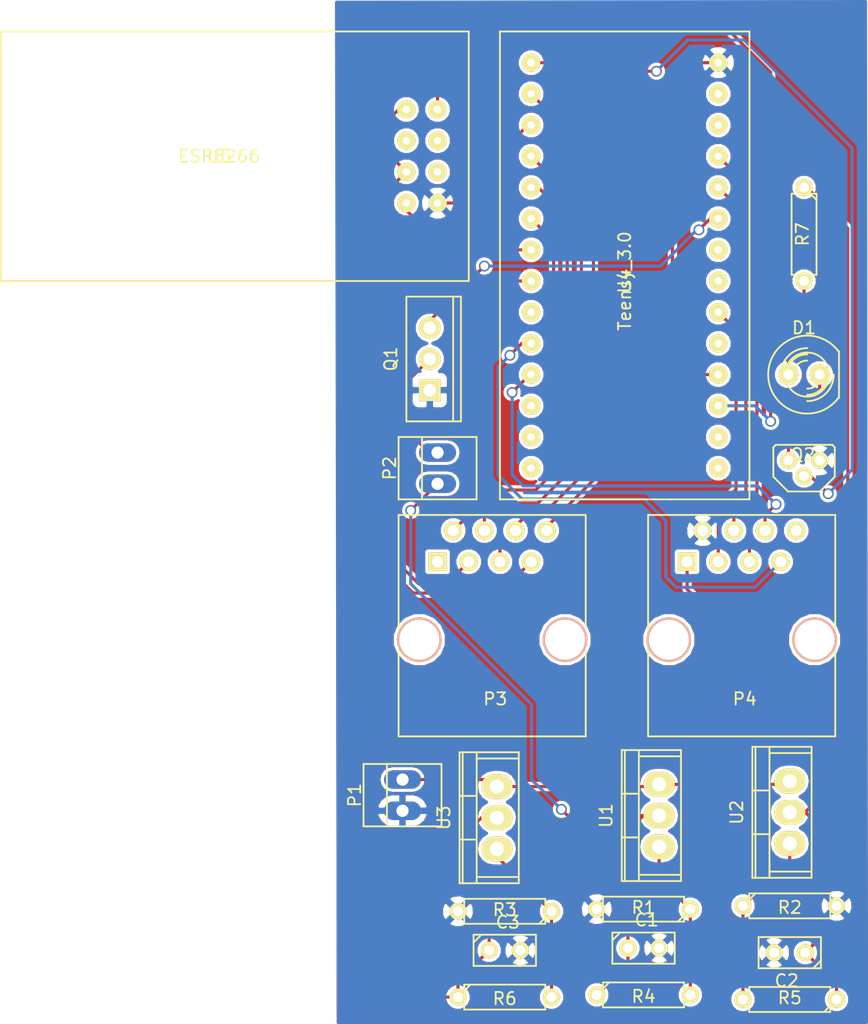
<source format=kicad_pcb>
(kicad_pcb (version 4) (host pcbnew "(2014-jul-16 BZR unknown)-product")

  (general
    (links 50)
    (no_connects 0)
    (area 49.835999 20.2946 120.782081 103.687881)
    (thickness 1.6)
    (drawings 0)
    (tracks 203)
    (zones 0)
    (modules 22)
    (nets 44)
  )

  (page A4)
  (layers
    (0 F.Cu signal)
    (31 B.Cu signal)
    (32 B.Adhes user)
    (33 F.Adhes user)
    (34 B.Paste user)
    (35 F.Paste user)
    (36 B.SilkS user)
    (37 F.SilkS user)
    (38 B.Mask user)
    (39 F.Mask user)
    (40 Dwgs.User user)
    (41 Cmts.User user)
    (42 Eco1.User user)
    (43 Eco2.User user)
    (44 Edge.Cuts user)
    (45 Margin user)
    (46 B.CrtYd user)
    (47 F.CrtYd user)
    (48 B.Fab user)
    (49 F.Fab user)
  )

  (setup
    (last_trace_width 0.254)
    (trace_clearance 0.254)
    (zone_clearance 0.254)
    (zone_45_only no)
    (trace_min 0.254)
    (segment_width 0.2)
    (edge_width 0.1)
    (via_size 0.889)
    (via_drill 0.635)
    (via_min_size 0.889)
    (via_min_drill 0.508)
    (uvia_size 0.508)
    (uvia_drill 0.127)
    (uvias_allowed no)
    (uvia_min_size 0.508)
    (uvia_min_drill 0.127)
    (pcb_text_width 0.3)
    (pcb_text_size 1.5 1.5)
    (mod_edge_width 0.15)
    (mod_text_size 1 1)
    (mod_text_width 0.15)
    (pad_size 1.778 1.778)
    (pad_drill 1.016)
    (pad_to_mask_clearance 0)
    (aux_axis_origin 0 0)
    (visible_elements FFFFFF7F)
    (pcbplotparams
      (layerselection 0x00030_80000001)
      (usegerberextensions false)
      (excludeedgelayer true)
      (linewidth 0.100000)
      (plotframeref false)
      (viasonmask false)
      (mode 1)
      (useauxorigin false)
      (hpglpennumber 1)
      (hpglpenspeed 20)
      (hpglpendiameter 15)
      (hpglpenoverlay 2)
      (psnegative false)
      (psa4output false)
      (plotreference true)
      (plotvalue true)
      (plotinvisibletext false)
      (padsonsilk false)
      (subtractmaskfromsilk false)
      (outputformat 4)
      (mirror false)
      (drillshape 0)
      (scaleselection 1)
      (outputdirectory /home/bill/kicad/accessControl/))
  )

  (net 0 "")
  (net 1 /+10V)
  (net 2 GND)
  (net 3 +5V)
  (net 4 +3.3V)
  (net 5 "Net-(D1-Pad1)")
  (net 6 "Net-(D1-Pad2)")
  (net 7 "Net-(P1-Pad2)")
  (net 8 "Net-(P2-Pad2)")
  (net 9 "Net-(P3-Pad1)")
  (net 10 "Net-(P3-Pad2)")
  (net 11 "Net-(P3-Pad3)")
  (net 12 "Net-(P3-Pad4)")
  (net 13 "Net-(P3-Pad5)")
  (net 14 "Net-(P3-Pad6)")
  (net 15 "Net-(P3-Pad7)")
  (net 16 "Net-(P3-Pad8)")
  (net 17 "Net-(P4-Pad3)")
  (net 18 "Net-(P4-Pad4)")
  (net 19 "Net-(P4-Pad5)")
  (net 20 "Net-(P4-Pad6)")
  (net 21 "Net-(P4-Pad7)")
  (net 22 "Net-(P4-Pad8)")
  (net 23 "Net-(Q2-Pad2)")
  (net 24 "Net-(R1-Pad1)")
  (net 25 "Net-(R2-Pad1)")
  (net 26 "Net-(R3-Pad1)")
  (net 27 "Net-(U4-Pad2)")
  (net 28 "Net-(U4-Pad3)")
  (net 29 "Net-(Q1-PadG)")
  (net 30 "Net-(U4-Pad7)")
  (net 31 "Net-(U4-Pad8)")
  (net 32 "Net-(U4-Pad10)")
  (net 33 "Net-(U4-Pad11)")
  (net 34 "Net-(U4-Pad12)")
  (net 35 "Net-(U4-Pad13)")
  (net 36 "Net-(U4-Pad14)")
  (net 37 "Net-(U4-Pad23)")
  (net 38 "Net-(U4-Pad26)")
  (net 39 "Net-(U4-Pad27)")
  (net 40 "Net-(U4-Pad28)")
  (net 41 "Net-(U5-Pad2)")
  (net 42 "Net-(U5-Pad3)")
  (net 43 "Net-(U5-Pad7)")

  (net_class Default "This is the default net class."
    (clearance 0.254)
    (trace_width 0.254)
    (via_dia 0.889)
    (via_drill 0.635)
    (uvia_dia 0.508)
    (uvia_drill 0.127)
    (add_net +3.3V)
    (add_net +5V)
    (add_net /+10V)
    (add_net GND)
    (add_net "Net-(D1-Pad1)")
    (add_net "Net-(D1-Pad2)")
    (add_net "Net-(P1-Pad2)")
    (add_net "Net-(P2-Pad2)")
    (add_net "Net-(P3-Pad1)")
    (add_net "Net-(P3-Pad2)")
    (add_net "Net-(P3-Pad3)")
    (add_net "Net-(P3-Pad4)")
    (add_net "Net-(P3-Pad5)")
    (add_net "Net-(P3-Pad6)")
    (add_net "Net-(P3-Pad7)")
    (add_net "Net-(P3-Pad8)")
    (add_net "Net-(P4-Pad3)")
    (add_net "Net-(P4-Pad4)")
    (add_net "Net-(P4-Pad5)")
    (add_net "Net-(P4-Pad6)")
    (add_net "Net-(P4-Pad7)")
    (add_net "Net-(P4-Pad8)")
    (add_net "Net-(Q1-PadG)")
    (add_net "Net-(Q2-Pad2)")
    (add_net "Net-(R1-Pad1)")
    (add_net "Net-(R2-Pad1)")
    (add_net "Net-(R3-Pad1)")
    (add_net "Net-(U4-Pad10)")
    (add_net "Net-(U4-Pad11)")
    (add_net "Net-(U4-Pad12)")
    (add_net "Net-(U4-Pad13)")
    (add_net "Net-(U4-Pad14)")
    (add_net "Net-(U4-Pad2)")
    (add_net "Net-(U4-Pad23)")
    (add_net "Net-(U4-Pad26)")
    (add_net "Net-(U4-Pad27)")
    (add_net "Net-(U4-Pad28)")
    (add_net "Net-(U4-Pad3)")
    (add_net "Net-(U4-Pad7)")
    (add_net "Net-(U4-Pad8)")
    (add_net "Net-(U5-Pad2)")
    (add_net "Net-(U5-Pad3)")
    (add_net "Net-(U5-Pad7)")
  )

  (module Discret:C1 (layer F.Cu) (tedit 55271C70) (tstamp 55271D48)
    (at 102.49916 97.50552)
    (descr "Condensateur e = 1 pas")
    (tags C)
    (path /551B1502)
    (fp_text reference C1 (at 0.254 -2.286) (layer F.SilkS)
      (effects (font (size 1 1) (thickness 0.15)))
    )
    (fp_text value C (at 0 -2.286) (layer F.Fab)
      (effects (font (size 1 1) (thickness 0.15)))
    )
    (fp_line (start -2.4892 -1.27) (end 2.54 -1.27) (layer F.SilkS) (width 0.15))
    (fp_line (start 2.54 -1.27) (end 2.54 1.27) (layer F.SilkS) (width 0.15))
    (fp_line (start 2.54 1.27) (end -2.54 1.27) (layer F.SilkS) (width 0.15))
    (fp_line (start -2.54 1.27) (end -2.54 -1.27) (layer F.SilkS) (width 0.15))
    (fp_line (start -2.54 -0.635) (end -1.905 -1.27) (layer F.SilkS) (width 0.15))
    (pad 1 thru_hole circle (at -1.27 0) (size 1.397 1.397) (drill 0.8128) (layers *.Cu *.Mask F.SilkS)
      (net 1 /+10V))
    (pad 2 thru_hole circle (at 1.27 0) (size 1.397 1.397) (drill 0.8128) (layers *.Cu *.Mask F.SilkS)
      (net 2 GND))
    (model Discret.3dshapes/C1.wrl
      (at (xyz 0 0 0))
      (scale (xyz 1 1 1))
      (rotate (xyz 0 0 0))
    )
  )

  (module Discret:C1 (layer F.Cu) (tedit 55271C70) (tstamp 55271D53)
    (at 114.40668 97.87636 180)
    (descr "Condensateur e = 1 pas")
    (tags C)
    (path /551B198D)
    (fp_text reference C2 (at 0.254 -2.286 180) (layer F.SilkS)
      (effects (font (size 1 1) (thickness 0.15)))
    )
    (fp_text value C (at 0 -2.286 180) (layer F.Fab)
      (effects (font (size 1 1) (thickness 0.15)))
    )
    (fp_line (start -2.4892 -1.27) (end 2.54 -1.27) (layer F.SilkS) (width 0.15))
    (fp_line (start 2.54 -1.27) (end 2.54 1.27) (layer F.SilkS) (width 0.15))
    (fp_line (start 2.54 1.27) (end -2.54 1.27) (layer F.SilkS) (width 0.15))
    (fp_line (start -2.54 1.27) (end -2.54 -1.27) (layer F.SilkS) (width 0.15))
    (fp_line (start -2.54 -0.635) (end -1.905 -1.27) (layer F.SilkS) (width 0.15))
    (pad 1 thru_hole circle (at -1.27 0 180) (size 1.397 1.397) (drill 0.8128) (layers *.Cu *.Mask F.SilkS)
      (net 3 +5V))
    (pad 2 thru_hole circle (at 1.27 0 180) (size 1.397 1.397) (drill 0.8128) (layers *.Cu *.Mask F.SilkS)
      (net 2 GND))
    (model Discret.3dshapes/C1.wrl
      (at (xyz 0 0 0))
      (scale (xyz 1 1 1))
      (rotate (xyz 0 0 0))
    )
  )

  (module Discret:C1 (layer F.Cu) (tedit 55271C70) (tstamp 55271D5E)
    (at 91.19616 97.68332)
    (descr "Condensateur e = 1 pas")
    (tags C)
    (path /551B1F05)
    (fp_text reference C3 (at 0.254 -2.286) (layer F.SilkS)
      (effects (font (size 1 1) (thickness 0.15)))
    )
    (fp_text value C (at 0 -2.286) (layer F.Fab)
      (effects (font (size 1 1) (thickness 0.15)))
    )
    (fp_line (start -2.4892 -1.27) (end 2.54 -1.27) (layer F.SilkS) (width 0.15))
    (fp_line (start 2.54 -1.27) (end 2.54 1.27) (layer F.SilkS) (width 0.15))
    (fp_line (start 2.54 1.27) (end -2.54 1.27) (layer F.SilkS) (width 0.15))
    (fp_line (start -2.54 1.27) (end -2.54 -1.27) (layer F.SilkS) (width 0.15))
    (fp_line (start -2.54 -0.635) (end -1.905 -1.27) (layer F.SilkS) (width 0.15))
    (pad 1 thru_hole circle (at -1.27 0) (size 1.397 1.397) (drill 0.8128) (layers *.Cu *.Mask F.SilkS)
      (net 4 +3.3V))
    (pad 2 thru_hole circle (at 1.27 0) (size 1.397 1.397) (drill 0.8128) (layers *.Cu *.Mask F.SilkS)
      (net 2 GND))
    (model Discret.3dshapes/C1.wrl
      (at (xyz 0 0 0))
      (scale (xyz 1 1 1))
      (rotate (xyz 0 0 0))
    )
  )

  (module LEDs:LED-5MM (layer F.Cu) (tedit 55271C70) (tstamp 55271D6D)
    (at 115.57 50.8)
    (descr "LED 5mm - Lead pitch 100mil (2,54mm)")
    (tags "LED led 5mm 5MM 100mil 2,54mm")
    (path /551B596D)
    (fp_text reference D1 (at 0 -3.81) (layer F.SilkS)
      (effects (font (size 1 1) (thickness 0.15)))
    )
    (fp_text value LED (at 0 3.81) (layer F.Fab)
      (effects (font (size 1 1) (thickness 0.15)))
    )
    (fp_line (start 2.8448 1.905) (end 2.8448 -1.905) (layer F.SilkS) (width 0.15))
    (fp_circle (center 0.254 0) (end -1.016 1.27) (layer F.SilkS) (width 0.15))
    (fp_arc (start 0.254 0) (end 2.794 1.905) (angle 286.2) (layer F.SilkS) (width 0.15))
    (fp_arc (start 0.254 0) (end -0.889 0) (angle 90) (layer F.SilkS) (width 0.15))
    (fp_arc (start 0.254 0) (end 1.397 0) (angle 90) (layer F.SilkS) (width 0.15))
    (fp_arc (start 0.254 0) (end -1.397 0) (angle 90) (layer F.SilkS) (width 0.15))
    (fp_arc (start 0.254 0) (end 1.905 0) (angle 90) (layer F.SilkS) (width 0.15))
    (fp_arc (start 0.254 0) (end -1.905 0) (angle 90) (layer F.SilkS) (width 0.15))
    (fp_arc (start 0.254 0) (end 2.413 0) (angle 90) (layer F.SilkS) (width 0.15))
    (pad 1 thru_hole circle (at -1.27 0) (size 1.6764 1.6764) (drill 0.8128) (layers *.Cu *.Mask F.SilkS)
      (net 5 "Net-(D1-Pad1)"))
    (pad 2 thru_hole circle (at 1.27 0) (size 1.6764 1.6764) (drill 0.8128) (layers *.Cu *.Mask F.SilkS)
      (net 6 "Net-(D1-Pad2)"))
    (model LEDs.3dshapes/LED-5MM.wrl
      (at (xyz 0 0 0))
      (scale (xyz 1 1 1))
      (rotate (xyz 0 0 0))
    )
  )

  (module Connect:PINHEAD1-2 (layer F.Cu) (tedit 55272895) (tstamp 55271D78)
    (at 82.87004 85.04936 90)
    (path /55256E44)
    (attr virtual)
    (fp_text reference P1 (at 0 -3.9 90) (layer F.SilkS)
      (effects (font (size 1 1) (thickness 0.15)))
    )
    (fp_text value CONN_2 (at 0 3.81 90) (layer F.Fab)
      (effects (font (size 1 1) (thickness 0.15)))
    )
    (fp_line (start 2.54 -1.27) (end -2.54 -1.27) (layer F.SilkS) (width 0.15))
    (fp_line (start 2.54 3.175) (end -2.54 3.175) (layer F.SilkS) (width 0.15))
    (fp_line (start -2.54 -3.175) (end 2.54 -3.175) (layer F.SilkS) (width 0.15))
    (fp_line (start -2.54 -3.175) (end -2.54 3.175) (layer F.SilkS) (width 0.15))
    (fp_line (start 2.54 -3.175) (end 2.54 3.175) (layer F.SilkS) (width 0.15))
    (pad 1 thru_hole oval (at -1.27 0 90) (size 1.50622 3.01498) (drill 0.99822) (layers *.Cu *.Mask)
      (net 2 GND))
    (pad 2 thru_hole oval (at 1.27 0 90) (size 1.50622 3.01498) (drill 0.99822) (layers *.Cu *.Mask)
      (net 7 "Net-(P1-Pad2)"))
  )

  (module Connect:PINHEAD1-2 (layer F.Cu) (tedit 55271EF0) (tstamp 55271D83)
    (at 85.725 58.42 90)
    (path /55257DF2)
    (attr virtual)
    (fp_text reference P2 (at 0 -3.9 90) (layer F.SilkS)
      (effects (font (size 1 1) (thickness 0.15)))
    )
    (fp_text value CONN_2 (at 0.0889 3.5814 90) (layer F.Fab)
      (effects (font (size 1 1) (thickness 0.15)))
    )
    (fp_line (start 2.54 -1.27) (end -2.54 -1.27) (layer F.SilkS) (width 0.15))
    (fp_line (start 2.54 3.175) (end -2.54 3.175) (layer F.SilkS) (width 0.15))
    (fp_line (start -2.54 -3.175) (end 2.54 -3.175) (layer F.SilkS) (width 0.15))
    (fp_line (start -2.54 -3.175) (end -2.54 3.175) (layer F.SilkS) (width 0.15))
    (fp_line (start 2.54 -3.175) (end 2.54 3.175) (layer F.SilkS) (width 0.15))
    (pad 1 thru_hole oval (at -1.27 0 90) (size 1.50622 3.01498) (drill 0.99822) (layers *.Cu *.Mask)
      (net 1 /+10V))
    (pad 2 thru_hole oval (at 1.27 0 90) (size 1.50622 3.01498) (drill 0.99822) (layers *.Cu *.Mask)
      (net 8 "Net-(P2-Pad2)"))
  )

  (module Connect:RJ45_8 (layer F.Cu) (tedit 55271C70) (tstamp 55271D95)
    (at 90.17 72.39)
    (tags RJ45)
    (path /55259A6D)
    (fp_text reference P3 (at 0.254 4.826) (layer F.SilkS)
      (effects (font (size 1 1) (thickness 0.15)))
    )
    (fp_text value CONN_8 (at 0.14224 -0.1016) (layer F.Fab)
      (effects (font (size 1 1) (thickness 0.15)))
    )
    (fp_line (start -7.62 7.874) (end 7.62 7.874) (layer F.SilkS) (width 0.15))
    (fp_line (start 7.62 7.874) (end 7.62 -10.16) (layer F.SilkS) (width 0.15))
    (fp_line (start 7.62 -10.16) (end -7.62 -10.16) (layer F.SilkS) (width 0.15))
    (fp_line (start -7.62 -10.16) (end -7.62 7.874) (layer F.SilkS) (width 0.15))
    (pad Hole np_thru_hole circle (at 5.93852 0) (size 3.64998 3.64998) (drill 3.2512) (layers *.Cu *.SilkS *.Mask))
    (pad Hole np_thru_hole circle (at -5.9309 0) (size 3.64998 3.64998) (drill 3.2512) (layers *.Cu *.SilkS *.Mask))
    (pad 1 thru_hole rect (at -4.445 -6.35) (size 1.50114 1.50114) (drill 0.89916) (layers *.Cu *.Mask F.SilkS)
      (net 9 "Net-(P3-Pad1)"))
    (pad 2 thru_hole circle (at -3.175 -8.89) (size 1.50114 1.50114) (drill 0.89916) (layers *.Cu *.Mask F.SilkS)
      (net 10 "Net-(P3-Pad2)"))
    (pad 3 thru_hole circle (at -1.905 -6.35) (size 1.50114 1.50114) (drill 0.89916) (layers *.Cu *.Mask F.SilkS)
      (net 11 "Net-(P3-Pad3)"))
    (pad 4 thru_hole circle (at -0.635 -8.89) (size 1.50114 1.50114) (drill 0.89916) (layers *.Cu *.Mask F.SilkS)
      (net 12 "Net-(P3-Pad4)"))
    (pad 5 thru_hole circle (at 0.635 -6.35) (size 1.50114 1.50114) (drill 0.89916) (layers *.Cu *.Mask F.SilkS)
      (net 13 "Net-(P3-Pad5)"))
    (pad 6 thru_hole circle (at 1.905 -8.89) (size 1.50114 1.50114) (drill 0.89916) (layers *.Cu *.Mask F.SilkS)
      (net 14 "Net-(P3-Pad6)"))
    (pad 7 thru_hole circle (at 3.175 -6.35) (size 1.50114 1.50114) (drill 0.89916) (layers *.Cu *.Mask F.SilkS)
      (net 15 "Net-(P3-Pad7)"))
    (pad 8 thru_hole circle (at 4.445 -8.89) (size 1.50114 1.50114) (drill 0.89916) (layers *.Cu *.Mask F.SilkS)
      (net 16 "Net-(P3-Pad8)"))
    (model Connect.3dshapes/RJ45_8.wrl
      (at (xyz 0 0 0))
      (scale (xyz 0.4 0.4 0.4))
      (rotate (xyz 0 0 0))
    )
  )

  (module Connect:RJ45_8 (layer F.Cu) (tedit 55271C70) (tstamp 55271DA7)
    (at 110.49 72.39)
    (tags RJ45)
    (path /5525A9CC)
    (fp_text reference P4 (at 0.254 4.826) (layer F.SilkS)
      (effects (font (size 1 1) (thickness 0.15)))
    )
    (fp_text value CONN_8 (at 0.14224 -0.1016) (layer F.Fab)
      (effects (font (size 1 1) (thickness 0.15)))
    )
    (fp_line (start -7.62 7.874) (end 7.62 7.874) (layer F.SilkS) (width 0.15))
    (fp_line (start 7.62 7.874) (end 7.62 -10.16) (layer F.SilkS) (width 0.15))
    (fp_line (start 7.62 -10.16) (end -7.62 -10.16) (layer F.SilkS) (width 0.15))
    (fp_line (start -7.62 -10.16) (end -7.62 7.874) (layer F.SilkS) (width 0.15))
    (pad Hole np_thru_hole circle (at 5.93852 0) (size 3.64998 3.64998) (drill 3.2512) (layers *.Cu *.SilkS *.Mask))
    (pad Hole np_thru_hole circle (at -5.9309 0) (size 3.64998 3.64998) (drill 3.2512) (layers *.Cu *.SilkS *.Mask))
    (pad 1 thru_hole rect (at -4.445 -6.35) (size 1.50114 1.50114) (drill 0.89916) (layers *.Cu *.Mask F.SilkS)
      (net 3 +5V))
    (pad 2 thru_hole circle (at -3.175 -8.89) (size 1.50114 1.50114) (drill 0.89916) (layers *.Cu *.Mask F.SilkS)
      (net 2 GND))
    (pad 3 thru_hole circle (at -1.905 -6.35) (size 1.50114 1.50114) (drill 0.89916) (layers *.Cu *.Mask F.SilkS)
      (net 17 "Net-(P4-Pad3)"))
    (pad 4 thru_hole circle (at -0.635 -8.89) (size 1.50114 1.50114) (drill 0.89916) (layers *.Cu *.Mask F.SilkS)
      (net 18 "Net-(P4-Pad4)"))
    (pad 5 thru_hole circle (at 0.635 -6.35) (size 1.50114 1.50114) (drill 0.89916) (layers *.Cu *.Mask F.SilkS)
      (net 19 "Net-(P4-Pad5)"))
    (pad 6 thru_hole circle (at 1.905 -8.89) (size 1.50114 1.50114) (drill 0.89916) (layers *.Cu *.Mask F.SilkS)
      (net 20 "Net-(P4-Pad6)"))
    (pad 7 thru_hole circle (at 3.175 -6.35) (size 1.50114 1.50114) (drill 0.89916) (layers *.Cu *.Mask F.SilkS)
      (net 21 "Net-(P4-Pad7)"))
    (pad 8 thru_hole circle (at 4.445 -8.89) (size 1.50114 1.50114) (drill 0.89916) (layers *.Cu *.Mask F.SilkS)
      (net 22 "Net-(P4-Pad8)"))
    (model Connect.3dshapes/RJ45_8.wrl
      (at (xyz 0 0 0))
      (scale (xyz 0.4 0.4 0.4))
      (rotate (xyz 0 0 0))
    )
  )

  (module Discret:TO220_VERT (layer F.Cu) (tedit 55271CAB) (tstamp 55271DB5)
    (at 85.09 49.53)
    (descr "Regulateur TO220 serie LM78xx")
    (tags "TR TO220")
    (path /5525E05A)
    (fp_text reference Q1 (at -3.175 0 90) (layer F.SilkS)
      (effects (font (size 1 1) (thickness 0.15)))
    )
    (fp_text value MOS_N (at 0.635 -6.35) (layer F.Fab)
      (effects (font (size 1 1) (thickness 0.15)))
    )
    (fp_line (start 1.905 -5.08) (end 2.54 -5.08) (layer F.SilkS) (width 0.15))
    (fp_line (start 2.54 -5.08) (end 2.54 5.08) (layer F.SilkS) (width 0.15))
    (fp_line (start 2.54 5.08) (end 1.905 5.08) (layer F.SilkS) (width 0.15))
    (fp_line (start -1.905 -5.08) (end 1.905 -5.08) (layer F.SilkS) (width 0.15))
    (fp_line (start 1.905 -5.08) (end 1.905 5.08) (layer F.SilkS) (width 0.15))
    (fp_line (start 1.905 5.08) (end -1.905 5.08) (layer F.SilkS) (width 0.15))
    (fp_line (start -1.905 5.08) (end -1.905 -5.08) (layer F.SilkS) (width 0.15))
    (pad G thru_hole circle (at 0 -2.54) (size 1.778 1.778) (drill 1.016) (layers *.Cu *.Mask F.SilkS)
      (net 29 "Net-(Q1-PadG)"))
    (pad D thru_hole circle (at 0 0) (size 1.778 1.778) (drill 1.016) (layers *.Cu *.Mask F.SilkS)
      (net 8 "Net-(P2-Pad2)"))
    (pad S thru_hole rect (at 0 2.54) (size 1.778 1.778) (drill 1.016) (layers *.Cu *.Mask F.SilkS)
      (net 2 GND))
  )

  (module Discret:TO92PN (layer F.Cu) (tedit 5527289F) (tstamp 55271DC4)
    (at 115.57 58.42)
    (path /5525E2BB)
    (fp_text reference Q2 (at -0.1 -1.1) (layer F.SilkS)
      (effects (font (size 1 1) (thickness 0.15)))
    )
    (fp_text value NPN (at 0 1.27) (layer F.Fab)
      (effects (font (size 1 1) (thickness 0.15)))
    )
    (fp_line (start 1.3 1.9) (end -1.3 1.9) (layer F.SilkS) (width 0.15))
    (fp_line (start -2.5 -1.7) (end -2.3 -1.9) (layer F.SilkS) (width 0.15))
    (fp_line (start -2.3 -1.9) (end 2.3 -1.9) (layer F.SilkS) (width 0.15))
    (fp_line (start 2.3 -1.9) (end 2.5 -1.7) (layer F.SilkS) (width 0.15))
    (fp_line (start 2.5 -1.7) (end 2.5 0.7) (layer F.SilkS) (width 0.15))
    (fp_line (start 2.5 0.7) (end 1.3 1.9) (layer F.SilkS) (width 0.15))
    (fp_line (start -1.3 1.9) (end -2.5 0.7) (layer F.SilkS) (width 0.15))
    (fp_line (start -2.5 0.7) (end -2.5 -1.7) (layer F.SilkS) (width 0.15))
    (pad 1 thru_hole circle (at 1.27 -0.635) (size 1.4 1.4) (drill 0.8) (layers *.Cu *.Mask F.SilkS)
      (net 2 GND))
    (pad 2 thru_hole circle (at 0 0.635) (size 1.4 1.4) (drill 0.8) (layers *.Cu *.Mask F.SilkS)
      (net 23 "Net-(Q2-Pad2)"))
    (pad 3 thru_hole circle (at -1.27 -0.635) (size 1.4 1.4) (drill 0.8) (layers *.Cu *.Mask F.SilkS)
      (net 6 "Net-(D1-Pad2)"))
    (model Discret.3dshapes/TO92PN.wrl
      (at (xyz 0 0 0))
      (scale (xyz 1 1 1))
      (rotate (xyz 0 0 0))
    )
  )

  (module Discret:R3 (layer F.Cu) (tedit 55272992) (tstamp 55271DD2)
    (at 102.49916 94.33052 180)
    (descr "Resitance 3 pas")
    (tags R)
    (path /551B12AB)
    (fp_text reference R1 (at 0 0.127 180) (layer F.SilkS)
      (effects (font (size 1 1) (thickness 0.15)))
    )
    (fp_text value "R 3.3k" (at 0 0 180) (layer F.Fab)
      (effects (font (size 1 1) (thickness 0.15)))
    )
    (fp_line (start -3.81 0) (end -3.302 0) (layer F.SilkS) (width 0.15))
    (fp_line (start 3.81 0) (end 3.302 0) (layer F.SilkS) (width 0.15))
    (fp_line (start 3.302 0) (end 3.302 -1.016) (layer F.SilkS) (width 0.15))
    (fp_line (start 3.302 -1.016) (end -3.302 -1.016) (layer F.SilkS) (width 0.15))
    (fp_line (start -3.302 -1.016) (end -3.302 1.016) (layer F.SilkS) (width 0.15))
    (fp_line (start -3.302 1.016) (end 3.302 1.016) (layer F.SilkS) (width 0.15))
    (fp_line (start 3.302 1.016) (end 3.302 0) (layer F.SilkS) (width 0.15))
    (fp_line (start -3.302 -0.508) (end -2.794 -1.016) (layer F.SilkS) (width 0.15))
    (pad 1 thru_hole circle (at -3.81 0 180) (size 1.397 1.397) (drill 0.8128) (layers *.Cu *.Mask F.SilkS)
      (net 24 "Net-(R1-Pad1)"))
    (pad 2 thru_hole circle (at 3.81 0 180) (size 1.397 1.397) (drill 0.8128) (layers *.Cu *.Mask F.SilkS)
      (net 2 GND))
    (model Discret.3dshapes/R3.wrl
      (at (xyz 0 0 0))
      (scale (xyz 0.3 0.3 0.3))
      (rotate (xyz 0 0 0))
    )
  )

  (module Discret:R3 (layer F.Cu) (tedit 55271C70) (tstamp 55271DE0)
    (at 114.40668 94.06636)
    (descr "Resitance 3 pas")
    (tags R)
    (path /551B18C1)
    (fp_text reference R2 (at 0 0.127) (layer F.SilkS)
      (effects (font (size 1 1) (thickness 0.15)))
    )
    (fp_text value "R 1k" (at 0 0.127) (layer F.Fab)
      (effects (font (size 1 1) (thickness 0.15)))
    )
    (fp_line (start -3.81 0) (end -3.302 0) (layer F.SilkS) (width 0.15))
    (fp_line (start 3.81 0) (end 3.302 0) (layer F.SilkS) (width 0.15))
    (fp_line (start 3.302 0) (end 3.302 -1.016) (layer F.SilkS) (width 0.15))
    (fp_line (start 3.302 -1.016) (end -3.302 -1.016) (layer F.SilkS) (width 0.15))
    (fp_line (start -3.302 -1.016) (end -3.302 1.016) (layer F.SilkS) (width 0.15))
    (fp_line (start -3.302 1.016) (end 3.302 1.016) (layer F.SilkS) (width 0.15))
    (fp_line (start 3.302 1.016) (end 3.302 0) (layer F.SilkS) (width 0.15))
    (fp_line (start -3.302 -0.508) (end -2.794 -1.016) (layer F.SilkS) (width 0.15))
    (pad 1 thru_hole circle (at -3.81 0) (size 1.397 1.397) (drill 0.8128) (layers *.Cu *.Mask F.SilkS)
      (net 25 "Net-(R2-Pad1)"))
    (pad 2 thru_hole circle (at 3.81 0) (size 1.397 1.397) (drill 0.8128) (layers *.Cu *.Mask F.SilkS)
      (net 2 GND))
    (model Discret.3dshapes/R3.wrl
      (at (xyz 0 0 0))
      (scale (xyz 0.3 0.3 0.3))
      (rotate (xyz 0 0 0))
    )
  )

  (module Discret:R3 (layer F.Cu) (tedit 55271C70) (tstamp 55271DEE)
    (at 91.19616 94.50832 180)
    (descr "Resitance 3 pas")
    (tags R)
    (path /551B1EFC)
    (fp_text reference R3 (at 0 0.127 180) (layer F.SilkS)
      (effects (font (size 1 1) (thickness 0.15)))
    )
    (fp_text value "R 370" (at 0 0.127 180) (layer F.Fab)
      (effects (font (size 1 1) (thickness 0.15)))
    )
    (fp_line (start -3.81 0) (end -3.302 0) (layer F.SilkS) (width 0.15))
    (fp_line (start 3.81 0) (end 3.302 0) (layer F.SilkS) (width 0.15))
    (fp_line (start 3.302 0) (end 3.302 -1.016) (layer F.SilkS) (width 0.15))
    (fp_line (start 3.302 -1.016) (end -3.302 -1.016) (layer F.SilkS) (width 0.15))
    (fp_line (start -3.302 -1.016) (end -3.302 1.016) (layer F.SilkS) (width 0.15))
    (fp_line (start -3.302 1.016) (end 3.302 1.016) (layer F.SilkS) (width 0.15))
    (fp_line (start 3.302 1.016) (end 3.302 0) (layer F.SilkS) (width 0.15))
    (fp_line (start -3.302 -0.508) (end -2.794 -1.016) (layer F.SilkS) (width 0.15))
    (pad 1 thru_hole circle (at -3.81 0 180) (size 1.397 1.397) (drill 0.8128) (layers *.Cu *.Mask F.SilkS)
      (net 26 "Net-(R3-Pad1)"))
    (pad 2 thru_hole circle (at 3.81 0 180) (size 1.397 1.397) (drill 0.8128) (layers *.Cu *.Mask F.SilkS)
      (net 2 GND))
    (model Discret.3dshapes/R3.wrl
      (at (xyz 0 0 0))
      (scale (xyz 0.3 0.3 0.3))
      (rotate (xyz 0 0 0))
    )
  )

  (module Discret:R3 (layer F.Cu) (tedit 552729A0) (tstamp 55271DFC)
    (at 102.49916 101.31552)
    (descr "Resitance 3 pas")
    (tags R)
    (path /551B146A)
    (fp_text reference R4 (at 0 0.127) (layer F.SilkS)
      (effects (font (size 1 1) (thickness 0.15)))
    )
    (fp_text value "R 470" (at 0 0) (layer F.Fab)
      (effects (font (size 1 1) (thickness 0.15)))
    )
    (fp_line (start -3.81 0) (end -3.302 0) (layer F.SilkS) (width 0.15))
    (fp_line (start 3.81 0) (end 3.302 0) (layer F.SilkS) (width 0.15))
    (fp_line (start 3.302 0) (end 3.302 -1.016) (layer F.SilkS) (width 0.15))
    (fp_line (start 3.302 -1.016) (end -3.302 -1.016) (layer F.SilkS) (width 0.15))
    (fp_line (start -3.302 -1.016) (end -3.302 1.016) (layer F.SilkS) (width 0.15))
    (fp_line (start -3.302 1.016) (end 3.302 1.016) (layer F.SilkS) (width 0.15))
    (fp_line (start 3.302 1.016) (end 3.302 0) (layer F.SilkS) (width 0.15))
    (fp_line (start -3.302 -0.508) (end -2.794 -1.016) (layer F.SilkS) (width 0.15))
    (pad 1 thru_hole circle (at -3.81 0) (size 1.397 1.397) (drill 0.8128) (layers *.Cu *.Mask F.SilkS)
      (net 1 /+10V))
    (pad 2 thru_hole circle (at 3.81 0) (size 1.397 1.397) (drill 0.8128) (layers *.Cu *.Mask F.SilkS)
      (net 24 "Net-(R1-Pad1)"))
    (model Discret.3dshapes/R3.wrl
      (at (xyz 0 0 0))
      (scale (xyz 0.3 0.3 0.3))
      (rotate (xyz 0 0 0))
    )
  )

  (module Discret:R3 (layer F.Cu) (tedit 55271C70) (tstamp 55271E0A)
    (at 114.40668 101.68636 180)
    (descr "Resitance 3 pas")
    (tags R)
    (path /551B185E)
    (fp_text reference R5 (at 0 0.127 180) (layer F.SilkS)
      (effects (font (size 1 1) (thickness 0.15)))
    )
    (fp_text value "R 330" (at 0 0.127 180) (layer F.Fab)
      (effects (font (size 1 1) (thickness 0.15)))
    )
    (fp_line (start -3.81 0) (end -3.302 0) (layer F.SilkS) (width 0.15))
    (fp_line (start 3.81 0) (end 3.302 0) (layer F.SilkS) (width 0.15))
    (fp_line (start 3.302 0) (end 3.302 -1.016) (layer F.SilkS) (width 0.15))
    (fp_line (start 3.302 -1.016) (end -3.302 -1.016) (layer F.SilkS) (width 0.15))
    (fp_line (start -3.302 -1.016) (end -3.302 1.016) (layer F.SilkS) (width 0.15))
    (fp_line (start -3.302 1.016) (end 3.302 1.016) (layer F.SilkS) (width 0.15))
    (fp_line (start 3.302 1.016) (end 3.302 0) (layer F.SilkS) (width 0.15))
    (fp_line (start -3.302 -0.508) (end -2.794 -1.016) (layer F.SilkS) (width 0.15))
    (pad 1 thru_hole circle (at -3.81 0 180) (size 1.397 1.397) (drill 0.8128) (layers *.Cu *.Mask F.SilkS)
      (net 3 +5V))
    (pad 2 thru_hole circle (at 3.81 0 180) (size 1.397 1.397) (drill 0.8128) (layers *.Cu *.Mask F.SilkS)
      (net 25 "Net-(R2-Pad1)"))
    (model Discret.3dshapes/R3.wrl
      (at (xyz 0 0 0))
      (scale (xyz 0.3 0.3 0.3))
      (rotate (xyz 0 0 0))
    )
  )

  (module Discret:R3 (layer F.Cu) (tedit 5527297B) (tstamp 55271E18)
    (at 91.19616 101.49332)
    (descr "Resitance 3 pas")
    (tags R)
    (path /551B1EF6)
    (fp_text reference R6 (at 0 0.127) (layer F.SilkS)
      (effects (font (size 1 1) (thickness 0.15)))
    )
    (fp_text value "R 220" (at 0 0) (layer F.Fab)
      (effects (font (size 1 1) (thickness 0.15)))
    )
    (fp_line (start -3.81 0) (end -3.302 0) (layer F.SilkS) (width 0.15))
    (fp_line (start 3.81 0) (end 3.302 0) (layer F.SilkS) (width 0.15))
    (fp_line (start 3.302 0) (end 3.302 -1.016) (layer F.SilkS) (width 0.15))
    (fp_line (start 3.302 -1.016) (end -3.302 -1.016) (layer F.SilkS) (width 0.15))
    (fp_line (start -3.302 -1.016) (end -3.302 1.016) (layer F.SilkS) (width 0.15))
    (fp_line (start -3.302 1.016) (end 3.302 1.016) (layer F.SilkS) (width 0.15))
    (fp_line (start 3.302 1.016) (end 3.302 0) (layer F.SilkS) (width 0.15))
    (fp_line (start -3.302 -0.508) (end -2.794 -1.016) (layer F.SilkS) (width 0.15))
    (pad 1 thru_hole circle (at -3.81 0) (size 1.397 1.397) (drill 0.8128) (layers *.Cu *.Mask F.SilkS)
      (net 4 +3.3V))
    (pad 2 thru_hole circle (at 3.81 0) (size 1.397 1.397) (drill 0.8128) (layers *.Cu *.Mask F.SilkS)
      (net 26 "Net-(R3-Pad1)"))
    (model Discret.3dshapes/R3.wrl
      (at (xyz 0 0 0))
      (scale (xyz 0.3 0.3 0.3))
      (rotate (xyz 0 0 0))
    )
  )

  (module Discret:R3 (layer F.Cu) (tedit 55271C70) (tstamp 55271E26)
    (at 115.57 39.37 270)
    (descr "Resitance 3 pas")
    (tags R)
    (path /551B5A4A)
    (fp_text reference R7 (at 0 0.127 270) (layer F.SilkS)
      (effects (font (size 1 1) (thickness 0.15)))
    )
    (fp_text value R220 (at 0 0.127 270) (layer F.Fab)
      (effects (font (size 1 1) (thickness 0.15)))
    )
    (fp_line (start -3.81 0) (end -3.302 0) (layer F.SilkS) (width 0.15))
    (fp_line (start 3.81 0) (end 3.302 0) (layer F.SilkS) (width 0.15))
    (fp_line (start 3.302 0) (end 3.302 -1.016) (layer F.SilkS) (width 0.15))
    (fp_line (start 3.302 -1.016) (end -3.302 -1.016) (layer F.SilkS) (width 0.15))
    (fp_line (start -3.302 -1.016) (end -3.302 1.016) (layer F.SilkS) (width 0.15))
    (fp_line (start -3.302 1.016) (end 3.302 1.016) (layer F.SilkS) (width 0.15))
    (fp_line (start 3.302 1.016) (end 3.302 0) (layer F.SilkS) (width 0.15))
    (fp_line (start -3.302 -0.508) (end -2.794 -1.016) (layer F.SilkS) (width 0.15))
    (pad 1 thru_hole circle (at -3.81 0 270) (size 1.397 1.397) (drill 0.8128) (layers *.Cu *.Mask F.SilkS)
      (net 3 +5V))
    (pad 2 thru_hole circle (at 3.81 0 270) (size 1.397 1.397) (drill 0.8128) (layers *.Cu *.Mask F.SilkS)
      (net 5 "Net-(D1-Pad1)"))
    (model Discret.3dshapes/R3.wrl
      (at (xyz 0 0 0))
      (scale (xyz 0.3 0.3 0.3))
      (rotate (xyz 0 0 0))
    )
  )

  (module Power_Integrations:TO-220 (layer F.Cu) (tedit 55271C6F) (tstamp 55271E37)
    (at 103.76916 86.71052 90)
    (descr "Non Isolated JEDEC TO-220 Package")
    (tags "Power Integration YN Package")
    (path /551B0AFB)
    (fp_text reference U1 (at 0 -4.318 90) (layer F.SilkS)
      (effects (font (size 1 1) (thickness 0.15)))
    )
    (fp_text value LM317T (at 0 -4.318 90) (layer F.Fab)
      (effects (font (size 1 1) (thickness 0.15)))
    )
    (fp_line (start 4.826 -1.651) (end 4.826 1.778) (layer F.SilkS) (width 0.15))
    (fp_line (start -4.826 -1.651) (end -4.826 1.778) (layer F.SilkS) (width 0.15))
    (fp_line (start 5.334 -2.794) (end -5.334 -2.794) (layer F.SilkS) (width 0.15))
    (fp_line (start 1.778 -1.778) (end 1.778 -3.048) (layer F.SilkS) (width 0.15))
    (fp_line (start -1.778 -1.778) (end -1.778 -3.048) (layer F.SilkS) (width 0.15))
    (fp_line (start -5.334 -1.651) (end 5.334 -1.651) (layer F.SilkS) (width 0.15))
    (fp_line (start 5.334 1.778) (end -5.334 1.778) (layer F.SilkS) (width 0.15))
    (fp_line (start -5.334 -3.048) (end -5.334 1.778) (layer F.SilkS) (width 0.15))
    (fp_line (start 5.334 -3.048) (end 5.334 1.778) (layer F.SilkS) (width 0.15))
    (fp_line (start 5.334 -3.048) (end -5.334 -3.048) (layer F.SilkS) (width 0.15))
    (pad 2 thru_hole oval (at 0 0 90) (size 2.032 2.54) (drill 1.143) (layers *.Cu *.Mask F.SilkS)
      (net 1 /+10V))
    (pad 3 thru_hole oval (at 2.54 0 90) (size 2.032 2.54) (drill 1.143) (layers *.Cu *.Mask F.SilkS)
      (net 7 "Net-(P1-Pad2)"))
    (pad 1 thru_hole oval (at -2.54 0 90) (size 2.032 2.54) (drill 1.143) (layers *.Cu *.Mask F.SilkS)
      (net 24 "Net-(R1-Pad1)"))
  )

  (module Power_Integrations:TO-220 (layer F.Cu) (tedit 55271C6F) (tstamp 55271E48)
    (at 114.40668 86.44636 90)
    (descr "Non Isolated JEDEC TO-220 Package")
    (tags "Power Integration YN Package")
    (path /551B17E2)
    (fp_text reference U2 (at 0 -4.318 90) (layer F.SilkS)
      (effects (font (size 1 1) (thickness 0.15)))
    )
    (fp_text value LM317T (at 0 -4.318 90) (layer F.Fab)
      (effects (font (size 1 1) (thickness 0.15)))
    )
    (fp_line (start 4.826 -1.651) (end 4.826 1.778) (layer F.SilkS) (width 0.15))
    (fp_line (start -4.826 -1.651) (end -4.826 1.778) (layer F.SilkS) (width 0.15))
    (fp_line (start 5.334 -2.794) (end -5.334 -2.794) (layer F.SilkS) (width 0.15))
    (fp_line (start 1.778 -1.778) (end 1.778 -3.048) (layer F.SilkS) (width 0.15))
    (fp_line (start -1.778 -1.778) (end -1.778 -3.048) (layer F.SilkS) (width 0.15))
    (fp_line (start -5.334 -1.651) (end 5.334 -1.651) (layer F.SilkS) (width 0.15))
    (fp_line (start 5.334 1.778) (end -5.334 1.778) (layer F.SilkS) (width 0.15))
    (fp_line (start -5.334 -3.048) (end -5.334 1.778) (layer F.SilkS) (width 0.15))
    (fp_line (start 5.334 -3.048) (end 5.334 1.778) (layer F.SilkS) (width 0.15))
    (fp_line (start 5.334 -3.048) (end -5.334 -3.048) (layer F.SilkS) (width 0.15))
    (pad 2 thru_hole oval (at 0 0 90) (size 2.032 2.54) (drill 1.143) (layers *.Cu *.Mask F.SilkS)
      (net 3 +5V))
    (pad 3 thru_hole oval (at 2.54 0 90) (size 2.032 2.54) (drill 1.143) (layers *.Cu *.Mask F.SilkS)
      (net 7 "Net-(P1-Pad2)"))
    (pad 1 thru_hole oval (at -2.54 0 90) (size 2.032 2.54) (drill 1.143) (layers *.Cu *.Mask F.SilkS)
      (net 25 "Net-(R2-Pad1)"))
  )

  (module Power_Integrations:TO-220 (layer F.Cu) (tedit 55271C6F) (tstamp 55271E59)
    (at 90.56116 86.88832 90)
    (descr "Non Isolated JEDEC TO-220 Package")
    (tags "Power Integration YN Package")
    (path /551B1EEF)
    (fp_text reference U3 (at 0 -4.318 90) (layer F.SilkS)
      (effects (font (size 1 1) (thickness 0.15)))
    )
    (fp_text value LM317T (at 0 -4.318 90) (layer F.Fab)
      (effects (font (size 1 1) (thickness 0.15)))
    )
    (fp_line (start 4.826 -1.651) (end 4.826 1.778) (layer F.SilkS) (width 0.15))
    (fp_line (start -4.826 -1.651) (end -4.826 1.778) (layer F.SilkS) (width 0.15))
    (fp_line (start 5.334 -2.794) (end -5.334 -2.794) (layer F.SilkS) (width 0.15))
    (fp_line (start 1.778 -1.778) (end 1.778 -3.048) (layer F.SilkS) (width 0.15))
    (fp_line (start -1.778 -1.778) (end -1.778 -3.048) (layer F.SilkS) (width 0.15))
    (fp_line (start -5.334 -1.651) (end 5.334 -1.651) (layer F.SilkS) (width 0.15))
    (fp_line (start 5.334 1.778) (end -5.334 1.778) (layer F.SilkS) (width 0.15))
    (fp_line (start -5.334 -3.048) (end -5.334 1.778) (layer F.SilkS) (width 0.15))
    (fp_line (start 5.334 -3.048) (end 5.334 1.778) (layer F.SilkS) (width 0.15))
    (fp_line (start 5.334 -3.048) (end -5.334 -3.048) (layer F.SilkS) (width 0.15))
    (pad 2 thru_hole oval (at 0 0 90) (size 2.032 2.54) (drill 1.143) (layers *.Cu *.Mask F.SilkS)
      (net 4 +3.3V))
    (pad 3 thru_hole oval (at 2.54 0 90) (size 2.032 2.54) (drill 1.143) (layers *.Cu *.Mask F.SilkS)
      (net 7 "Net-(P1-Pad2)"))
    (pad 1 thru_hole oval (at -2.54 0 90) (size 2.032 2.54) (drill 1.143) (layers *.Cu *.Mask F.SilkS)
      (net 26 "Net-(R3-Pad1)"))
  )

  (module myLib:Teensy3.1 (layer F.Cu) (tedit 5526FAAC) (tstamp 55271E7D)
    (at 100.965 43.18 270)
    (path /552588DE)
    (fp_text reference U4 (at 0 0 270) (layer F.SilkS)
      (effects (font (size 1 1) (thickness 0.15)))
    )
    (fp_text value Teensy_3.0 (at 0 0 270) (layer F.SilkS)
      (effects (font (size 1 1) (thickness 0.15)))
    )
    (fp_line (start -20.32 -10.16) (end -20.32 10.16) (layer F.SilkS) (width 0.15))
    (fp_line (start -20.32 10.16) (end 17.78 10.16) (layer F.SilkS) (width 0.15))
    (fp_line (start 17.78 10.16) (end 17.78 -10.16) (layer F.SilkS) (width 0.15))
    (fp_line (start 17.78 -10.16) (end -20.32 -10.16) (layer F.SilkS) (width 0.15))
    (pad 1 thru_hole circle (at -17.78 -7.62 270) (size 1.5 1.5) (drill 0.6) (layers *.Cu *.Mask F.SilkS)
      (net 2 GND))
    (pad 2 thru_hole circle (at -15.24 -7.62 270) (size 1.5 1.5) (drill 0.6) (layers *.Cu *.Mask F.SilkS)
      (net 27 "Net-(U4-Pad2)"))
    (pad 3 thru_hole circle (at -12.7 -7.62 270) (size 1.5 1.5) (drill 0.6) (layers *.Cu *.Mask F.SilkS)
      (net 28 "Net-(U4-Pad3)"))
    (pad 4 thru_hole circle (at -10.16 -7.62 270) (size 1.5 1.5) (drill 0.6) (layers *.Cu *.Mask F.SilkS)
      (net 19 "Net-(P4-Pad5)"))
    (pad 5 thru_hole circle (at -7.62 -7.62 270) (size 1.5 1.5) (drill 0.6) (layers *.Cu *.Mask F.SilkS)
      (net 18 "Net-(P4-Pad4)"))
    (pad 6 thru_hole circle (at -5.08 -7.62 270) (size 1.5 1.5) (drill 0.6) (layers *.Cu *.Mask F.SilkS)
      (net 29 "Net-(Q1-PadG)"))
    (pad 7 thru_hole circle (at -2.54 -7.62 270) (size 1.5 1.5) (drill 0.6) (layers *.Cu *.Mask F.SilkS)
      (net 30 "Net-(U4-Pad7)"))
    (pad 8 thru_hole circle (at 0 -7.62 270) (size 1.5 1.5) (drill 0.6) (layers *.Cu *.Mask F.SilkS)
      (net 31 "Net-(U4-Pad8)"))
    (pad 9 thru_hole circle (at 2.54 -7.62 270) (size 1.5 1.5) (drill 0.6) (layers *.Cu *.Mask F.SilkS)
      (net 17 "Net-(P4-Pad3)"))
    (pad 10 thru_hole circle (at 5.08 -7.62 270) (size 1.5 1.5) (drill 0.6) (layers *.Cu *.Mask F.SilkS)
      (net 32 "Net-(U4-Pad10)"))
    (pad 11 thru_hole circle (at 7.62 -7.62 270) (size 1.5 1.5) (drill 0.6) (layers *.Cu *.Mask F.SilkS)
      (net 33 "Net-(U4-Pad11)"))
    (pad 12 thru_hole circle (at 10.16 -7.62 270) (size 1.5 1.5) (drill 0.6) (layers *.Cu *.Mask F.SilkS)
      (net 34 "Net-(U4-Pad12)"))
    (pad 13 thru_hole circle (at 12.7 -7.62 270) (size 1.5 1.5) (drill 0.6) (layers *.Cu *.Mask F.SilkS)
      (net 35 "Net-(U4-Pad13)"))
    (pad 14 thru_hole circle (at 15.24 -7.62 270) (size 1.5 1.5) (drill 0.6) (layers *.Cu *.Mask F.SilkS)
      (net 36 "Net-(U4-Pad14)"))
    (pad 15 thru_hole circle (at -17.78 7.62 270) (size 1.5 1.5) (drill 0.6) (layers *.Cu *.Mask F.SilkS)
      (net 23 "Net-(Q2-Pad2)"))
    (pad 16 thru_hole circle (at -15.24 7.62 270) (size 1.5 1.5) (drill 0.6) (layers *.Cu *.Mask F.SilkS)
      (net 16 "Net-(P3-Pad8)"))
    (pad 17 thru_hole circle (at -12.7 7.62 270) (size 1.5 1.5) (drill 0.6) (layers *.Cu *.Mask F.SilkS)
      (net 15 "Net-(P3-Pad7)"))
    (pad 18 thru_hole circle (at -10.16 7.62 270) (size 1.5 1.5) (drill 0.6) (layers *.Cu *.Mask F.SilkS)
      (net 14 "Net-(P3-Pad6)"))
    (pad 19 thru_hole circle (at -7.62 7.62 270) (size 1.5 1.5) (drill 0.6) (layers *.Cu *.Mask F.SilkS)
      (net 13 "Net-(P3-Pad5)"))
    (pad 20 thru_hole circle (at -5.08 7.62 270) (size 1.5 1.5) (drill 0.6) (layers *.Cu *.Mask F.SilkS)
      (net 12 "Net-(P3-Pad4)"))
    (pad 21 thru_hole circle (at -2.54 7.62 270) (size 1.5 1.5) (drill 0.6) (layers *.Cu *.Mask F.SilkS)
      (net 11 "Net-(P3-Pad3)"))
    (pad 22 thru_hole circle (at 0 7.62 270) (size 1.5 1.5) (drill 0.6) (layers *.Cu *.Mask F.SilkS)
      (net 10 "Net-(P3-Pad2)"))
    (pad 23 thru_hole circle (at 2.54 7.62 270) (size 1.5 1.5) (drill 0.6) (layers *.Cu *.Mask F.SilkS)
      (net 37 "Net-(U4-Pad23)"))
    (pad 24 thru_hole circle (at 5.08 7.62 270) (size 1.5 1.5) (drill 0.6) (layers *.Cu *.Mask F.SilkS)
      (net 21 "Net-(P4-Pad7)"))
    (pad 25 thru_hole circle (at 7.62 7.62 270) (size 1.5 1.5) (drill 0.6) (layers *.Cu *.Mask F.SilkS)
      (net 20 "Net-(P4-Pad6)"))
    (pad 26 thru_hole circle (at 10.16 7.62 270) (size 1.5 1.5) (drill 0.6) (layers *.Cu *.Mask F.SilkS)
      (net 38 "Net-(U4-Pad26)"))
    (pad 27 thru_hole circle (at 12.7 7.62 270) (size 1.5 1.5) (drill 0.6) (layers *.Cu *.Mask F.SilkS)
      (net 39 "Net-(U4-Pad27)"))
    (pad 28 thru_hole circle (at 15.24 7.62 270) (size 1.5 1.5) (drill 0.6) (layers *.Cu *.Mask F.SilkS)
      (net 40 "Net-(U4-Pad28)"))
  )

  (module myLib:ESP8266 (layer F.Cu) (tedit 5526FA6B) (tstamp 55271E8D)
    (at 67.945 33.02 180)
    (path /551B2BB1)
    (fp_text reference U5 (at 0 0 180) (layer F.SilkS)
      (effects (font (size 1 1) (thickness 0.15)))
    )
    (fp_text value ESP8266 (at 0 0 180) (layer F.SilkS)
      (effects (font (size 1 1) (thickness 0.15)))
    )
    (fp_line (start -20.32 -10.16) (end -20.32 10.16) (layer F.SilkS) (width 0.15))
    (fp_line (start -20.32 10.16) (end 17.78 10.16) (layer F.SilkS) (width 0.15))
    (fp_line (start 17.78 10.16) (end 17.78 -10.16) (layer F.SilkS) (width 0.15))
    (fp_line (start 17.78 -10.16) (end -20.32 -10.16) (layer F.SilkS) (width 0.15))
    (pad 1 thru_hole circle (at -17.78 -3.81 180) (size 1.5 1.5) (drill 0.6) (layers *.Cu *.Mask F.SilkS)
      (net 2 GND))
    (pad 2 thru_hole circle (at -17.78 -1.27 180) (size 1.5 1.5) (drill 0.6) (layers *.Cu *.Mask F.SilkS)
      (net 41 "Net-(U5-Pad2)"))
    (pad 3 thru_hole circle (at -17.78 1.27 180) (size 1.5 1.5) (drill 0.6) (layers *.Cu *.Mask F.SilkS)
      (net 42 "Net-(U5-Pad3)"))
    (pad 4 thru_hole circle (at -17.78 3.81 180) (size 1.5 1.5) (drill 0.6) (layers *.Cu *.Mask F.SilkS)
      (net 34 "Net-(U4-Pad12)"))
    (pad 5 thru_hole circle (at -15.24 -3.81 180) (size 1.5 1.5) (drill 0.6) (layers *.Cu *.Mask F.SilkS)
      (net 33 "Net-(U4-Pad11)"))
    (pad 6 thru_hole circle (at -15.24 -1.27 180) (size 1.5 1.5) (drill 0.6) (layers *.Cu *.Mask F.SilkS)
      (net 4 +3.3V))
    (pad 7 thru_hole circle (at -15.24 1.27 180) (size 1.5 1.5) (drill 0.6) (layers *.Cu *.Mask F.SilkS)
      (net 43 "Net-(U5-Pad7)"))
    (pad 8 thru_hole circle (at -15.24 3.81 180) (size 1.5 1.5) (drill 0.6) (layers *.Cu *.Mask F.SilkS)
      (net 4 +3.3V))
  )

  (segment (start 103.76916 86.71052) (end 96.31172 86.71052) (width 0.254) (layer F.Cu) (net 1))
  (segment (start 83.5406 61.85916) (end 85.70976 59.69) (width 0.254) (layer F.Cu) (net 1) (tstamp 5528249C))
  (via (at 83.5406 61.85916) (size 0.889) (layers F.Cu B.Cu) (net 1))
  (segment (start 83.5406 67.83832) (end 83.5406 61.85916) (width 0.254) (layer B.Cu) (net 1) (tstamp 55282498))
  (segment (start 93.37548 77.6732) (end 83.5406 67.83832) (width 0.254) (layer B.Cu) (net 1) (tstamp 55282494))
  (segment (start 93.37548 83.77428) (end 93.37548 77.6732) (width 0.254) (layer B.Cu) (net 1) (tstamp 55282490))
  (segment (start 95.8088 86.2076) (end 93.37548 83.77428) (width 0.254) (layer B.Cu) (net 1) (tstamp 5528248F))
  (via (at 95.8088 86.2076) (size 0.889) (layers F.Cu B.Cu) (net 1))
  (segment (start 96.31172 86.71052) (end 95.8088 86.2076) (width 0.254) (layer F.Cu) (net 1) (tstamp 5528248B))
  (segment (start 85.70976 59.69) (end 85.725 59.69) (width 0.254) (layer F.Cu) (net 1) (tstamp 5528249D))
  (segment (start 85.725 59.69) (end 85.65388 59.69) (width 0.254) (layer F.Cu) (net 1))
  (segment (start 101.22916 97.50552) (end 101.22916 98.77552) (width 0.254) (layer F.Cu) (net 1))
  (segment (start 101.22916 98.77552) (end 98.68916 101.31552) (width 0.254) (layer F.Cu) (net 1) (tstamp 55281E9C))
  (segment (start 85.725 59.69) (end 85.09 59.69) (width 0.254) (layer F.Cu) (net 1))
  (segment (start 103.76916 86.71052) (end 102.49916 86.71052) (width 0.254) (layer F.Cu) (net 1))
  (segment (start 101.22916 87.98052) (end 101.22916 97.50552) (width 0.254) (layer F.Cu) (net 1) (tstamp 55281C62))
  (segment (start 102.49916 86.71052) (end 101.22916 87.98052) (width 0.254) (layer F.Cu) (net 1) (tstamp 55281C5E))
  (segment (start 108.585 25.4) (end 105.8164 25.4) (width 0.254) (layer F.Cu) (net 2))
  (segment (start 87.49792 36.83) (end 85.725 36.83) (width 0.254) (layer F.Cu) (net 2) (tstamp 552820E2))
  (segment (start 88.68156 35.64636) (end 87.49792 36.83) (width 0.254) (layer F.Cu) (net 2) (tstamp 552820E0))
  (segment (start 88.68156 25.64384) (end 88.68156 35.64636) (width 0.254) (layer F.Cu) (net 2) (tstamp 552820DE))
  (segment (start 90.805 23.5204) (end 88.68156 25.64384) (width 0.254) (layer F.Cu) (net 2) (tstamp 552820DC))
  (segment (start 103.9368 23.5204) (end 90.805 23.5204) (width 0.254) (layer F.Cu) (net 2) (tstamp 552820D9))
  (segment (start 105.8164 25.4) (end 103.9368 23.5204) (width 0.254) (layer F.Cu) (net 2) (tstamp 552820D5))
  (segment (start 115.57 35.56) (end 115.7986 35.56) (width 0.254) (layer F.Cu) (net 3))
  (segment (start 115.7986 35.56) (end 119.13616 38.89756) (width 0.254) (layer F.Cu) (net 3) (tstamp 5528227A))
  (segment (start 119.13616 38.89756) (end 119.13616 82.97164) (width 0.254) (layer F.Cu) (net 3) (tstamp 5528227E))
  (segment (start 119.13616 82.97164) (end 115.66144 86.44636) (width 0.254) (layer F.Cu) (net 3) (tstamp 55282286))
  (segment (start 115.66144 86.44636) (end 114.40668 86.44636) (width 0.254) (layer F.Cu) (net 3) (tstamp 5528228D))
  (segment (start 106.045 66.04) (end 106.045 68.28536) (width 0.254) (layer F.Cu) (net 3))
  (segment (start 116.7384 85.36432) (end 115.65636 86.44636) (width 0.254) (layer F.Cu) (net 3) (tstamp 55281F5D))
  (segment (start 116.7384 78.97876) (end 116.7384 85.36432) (width 0.254) (layer F.Cu) (net 3) (tstamp 55281F5A))
  (segment (start 106.045 68.28536) (end 116.7384 78.97876) (width 0.254) (layer F.Cu) (net 3) (tstamp 55281F54))
  (segment (start 115.65636 86.44636) (end 114.40668 86.44636) (width 0.254) (layer F.Cu) (net 3) (tstamp 55281F63))
  (segment (start 118.21668 101.68636) (end 118.21668 100.41636) (width 0.254) (layer F.Cu) (net 3))
  (segment (start 118.21668 100.41636) (end 115.67668 97.87636) (width 0.254) (layer F.Cu) (net 3) (tstamp 55281C74))
  (segment (start 114.40668 86.44636) (end 115.67668 86.44636) (width 0.254) (layer F.Cu) (net 3))
  (segment (start 116.31168 97.24136) (end 115.67668 97.87636) (width 0.254) (layer F.Cu) (net 3) (tstamp 55281C70))
  (segment (start 116.31168 87.08136) (end 116.31168 97.24136) (width 0.254) (layer F.Cu) (net 3) (tstamp 55281C6E))
  (segment (start 115.67668 86.44636) (end 116.31168 87.08136) (width 0.254) (layer F.Cu) (net 3) (tstamp 55281C66))
  (segment (start 87.38616 101.49332) (end 87.38616 100.22332) (width 0.254) (layer F.Cu) (net 4))
  (segment (start 87.38616 100.22332) (end 89.92616 97.68332) (width 0.254) (layer F.Cu) (net 4) (tstamp 55281F26))
  (segment (start 87.38616 101.49332) (end 85.64372 101.49332) (width 0.254) (layer F.Cu) (net 4))
  (segment (start 80.43672 37.03828) (end 83.185 34.29) (width 0.254) (layer F.Cu) (net 4) (tstamp 55281F15))
  (segment (start 80.43672 96.28632) (end 80.43672 37.03828) (width 0.254) (layer F.Cu) (net 4) (tstamp 55281F09))
  (segment (start 85.64372 101.49332) (end 80.43672 96.28632) (width 0.254) (layer F.Cu) (net 4) (tstamp 55281EFB))
  (segment (start 83.185 29.21) (end 82.55 29.21) (width 0.254) (layer F.Cu) (net 4))
  (segment (start 82.55 29.21) (end 81.28 30.48) (width 0.254) (layer F.Cu) (net 4) (tstamp 55281D0C))
  (segment (start 81.28 30.48) (end 81.28 32.385) (width 0.254) (layer F.Cu) (net 4) (tstamp 55281D0F))
  (segment (start 81.28 32.385) (end 83.185 34.29) (width 0.254) (layer F.Cu) (net 4) (tstamp 55281D13))
  (segment (start 89.92616 97.68332) (end 89.92616 93.87332) (width 0.254) (layer F.Cu) (net 4))
  (segment (start 89.92616 93.87332) (end 88.02116 91.96832) (width 0.254) (layer F.Cu) (net 4) (tstamp 55281C7C))
  (segment (start 88.02116 91.96832) (end 88.02116 88.15832) (width 0.254) (layer F.Cu) (net 4) (tstamp 55281C80))
  (segment (start 88.02116 88.15832) (end 89.29116 86.88832) (width 0.254) (layer F.Cu) (net 4) (tstamp 55281C82))
  (segment (start 89.29116 86.88832) (end 90.56116 86.88832) (width 0.254) (layer F.Cu) (net 4) (tstamp 55281C86))
  (segment (start 114.3 50.8) (end 114.3 46.99) (width 0.254) (layer F.Cu) (net 5))
  (segment (start 115.57 45.72) (end 115.57 43.18) (width 0.254) (layer F.Cu) (net 5) (tstamp 55281D1C))
  (segment (start 114.3 46.99) (end 115.57 45.72) (width 0.254) (layer F.Cu) (net 5) (tstamp 55281D19))
  (segment (start 116.84 50.8) (end 116.84 52.07) (width 0.254) (layer F.Cu) (net 6))
  (segment (start 114.3 54.61) (end 114.3 57.785) (width 0.254) (layer F.Cu) (net 6) (tstamp 55281D22))
  (segment (start 116.84 52.07) (end 114.3 54.61) (width 0.254) (layer F.Cu) (net 6) (tstamp 55281D20))
  (segment (start 103.76916 84.17052) (end 114.14252 84.17052) (width 0.254) (layer F.Cu) (net 7))
  (segment (start 114.14252 84.17052) (end 114.40668 83.90636) (width 0.254) (layer F.Cu) (net 7) (tstamp 55281EF5))
  (segment (start 90.56116 84.34832) (end 103.59136 84.34832) (width 0.254) (layer F.Cu) (net 7))
  (segment (start 103.59136 84.34832) (end 103.76916 84.17052) (width 0.254) (layer F.Cu) (net 7) (tstamp 55281EF2))
  (segment (start 82.87004 83.77936) (end 89.9922 83.77936) (width 0.254) (layer F.Cu) (net 7))
  (segment (start 89.9922 83.77936) (end 90.56116 84.34832) (width 0.254) (layer F.Cu) (net 7) (tstamp 55281EEF))
  (segment (start 90.53576 84.32292) (end 90.56116 84.34832) (width 0.254) (layer F.Cu) (net 7) (tstamp 55281EA7))
  (segment (start 103.66248 84.06384) (end 103.76916 84.17052) (width 0.254) (layer F.Cu) (net 7) (tstamp 55281EA4))
  (segment (start 113.83264 83.33232) (end 114.40668 83.90636) (width 0.254) (layer F.Cu) (net 7) (tstamp 55281EA1))
  (segment (start 85.725 57.15) (end 85.04428 57.15) (width 0.254) (layer F.Cu) (net 8))
  (segment (start 85.04428 57.15) (end 83.06816 55.17388) (width 0.254) (layer F.Cu) (net 8) (tstamp 55281F86))
  (segment (start 83.06816 55.17388) (end 83.06816 51.55184) (width 0.254) (layer F.Cu) (net 8) (tstamp 55281F89))
  (segment (start 83.06816 51.55184) (end 85.09 49.53) (width 0.254) (layer F.Cu) (net 8) (tstamp 55281F8C))
  (segment (start 93.345 43.18) (end 90.3986 43.18) (width 0.254) (layer F.Cu) (net 10))
  (segment (start 88.2396 62.2554) (end 86.995 63.5) (width 0.254) (layer F.Cu) (net 10) (tstamp 55281FCE))
  (segment (start 88.2396 45.339) (end 88.2396 62.2554) (width 0.254) (layer F.Cu) (net 10) (tstamp 55281FCB))
  (segment (start 90.3986 43.18) (end 88.2396 45.339) (width 0.254) (layer F.Cu) (net 10) (tstamp 55281FC4))
  (segment (start 93.345 40.64) (end 85.70468 40.64) (width 0.254) (layer F.Cu) (net 11))
  (segment (start 86.487 67.818) (end 88.265 66.04) (width 0.254) (layer F.Cu) (net 11) (tstamp 55281FE2))
  (segment (start 84.16544 67.818) (end 86.487 67.818) (width 0.254) (layer F.Cu) (net 11) (tstamp 55281FE0))
  (segment (start 81.915 65.56756) (end 84.16544 67.818) (width 0.254) (layer F.Cu) (net 11) (tstamp 55281FDD))
  (segment (start 81.915 44.42968) (end 81.915 65.56756) (width 0.254) (layer F.Cu) (net 11) (tstamp 55281FD9))
  (segment (start 85.70468 40.64) (end 81.915 44.42968) (width 0.254) (layer F.Cu) (net 11) (tstamp 55281FD2))
  (segment (start 93.345 38.1) (end 95.1738 39.9288) (width 0.254) (layer F.Cu) (net 12))
  (segment (start 89.535 61.61024) (end 89.535 63.5) (width 0.254) (layer F.Cu) (net 12) (tstamp 55281FF2))
  (segment (start 90.94724 60.198) (end 89.535 61.61024) (width 0.254) (layer F.Cu) (net 12) (tstamp 55281FF0))
  (segment (start 93.73108 60.198) (end 90.94724 60.198) (width 0.254) (layer F.Cu) (net 12) (tstamp 55281FEE))
  (segment (start 95.1738 58.75528) (end 93.73108 60.198) (width 0.254) (layer F.Cu) (net 12) (tstamp 55281FE9))
  (segment (start 95.1738 39.9288) (end 95.1738 58.75528) (width 0.254) (layer F.Cu) (net 12) (tstamp 55281FE6))
  (segment (start 93.345 35.56) (end 93.9292 35.56) (width 0.254) (layer F.Cu) (net 13))
  (segment (start 93.9292 35.56) (end 96.28124 37.91204) (width 0.254) (layer F.Cu) (net 13) (tstamp 55281FF6))
  (segment (start 96.28124 37.91204) (end 96.28124 58.88736) (width 0.254) (layer F.Cu) (net 13) (tstamp 55281FF9))
  (segment (start 96.28124 58.88736) (end 93.91396 61.25464) (width 0.254) (layer F.Cu) (net 13) (tstamp 55281FFE))
  (segment (start 93.91396 61.25464) (end 91.80068 61.25464) (width 0.254) (layer F.Cu) (net 13) (tstamp 55282005))
  (segment (start 91.80068 61.25464) (end 90.805 62.25032) (width 0.254) (layer F.Cu) (net 13) (tstamp 5528200C))
  (segment (start 90.805 62.25032) (end 90.805 66.04) (width 0.254) (layer F.Cu) (net 13) (tstamp 5528200D))
  (segment (start 92.075 63.5) (end 92.075 63.1444) (width 0.254) (layer F.Cu) (net 14))
  (segment (start 92.075 63.1444) (end 93.1926 62.0268) (width 0.254) (layer F.Cu) (net 14) (tstamp 55282016))
  (segment (start 93.1926 62.0268) (end 94.4626 62.0268) (width 0.254) (layer F.Cu) (net 14) (tstamp 5528201E))
  (segment (start 94.4626 62.0268) (end 97.4344 59.055) (width 0.254) (layer F.Cu) (net 14) (tstamp 55282023))
  (segment (start 97.4344 59.055) (end 97.4344 37.1094) (width 0.254) (layer F.Cu) (net 14) (tstamp 55282025))
  (segment (start 97.4344 37.1094) (end 93.345 33.02) (width 0.254) (layer F.Cu) (net 14) (tstamp 5528202A))
  (segment (start 93.345 30.48) (end 93.09608 30.48) (width 0.254) (layer F.Cu) (net 15))
  (segment (start 93.09608 30.48) (end 91.25204 32.32404) (width 0.254) (layer F.Cu) (net 15) (tstamp 55282047))
  (segment (start 91.25204 32.32404) (end 91.25204 37.88664) (width 0.254) (layer F.Cu) (net 15) (tstamp 55282049))
  (segment (start 91.25204 37.88664) (end 89.54008 39.5986) (width 0.254) (layer F.Cu) (net 15) (tstamp 5528204D))
  (segment (start 89.54008 39.5986) (end 85.28812 39.5986) (width 0.254) (layer F.Cu) (net 15) (tstamp 55282051))
  (segment (start 85.28812 39.5986) (end 81.13268 43.75404) (width 0.254) (layer F.Cu) (net 15) (tstamp 55282054))
  (segment (start 81.13268 43.75404) (end 81.13268 65.98412) (width 0.254) (layer F.Cu) (net 15) (tstamp 55282059))
  (segment (start 81.13268 65.98412) (end 83.7438 68.59524) (width 0.254) (layer F.Cu) (net 15) (tstamp 5528205F))
  (segment (start 83.7438 68.59524) (end 90.78976 68.59524) (width 0.254) (layer F.Cu) (net 15) (tstamp 55282062))
  (segment (start 90.78976 68.59524) (end 93.345 66.04) (width 0.254) (layer F.Cu) (net 15) (tstamp 55282065))
  (segment (start 94.615 63.5) (end 94.615 63.1952) (width 0.254) (layer F.Cu) (net 16))
  (segment (start 94.615 63.1952) (end 98.41484 59.39536) (width 0.254) (layer F.Cu) (net 16) (tstamp 55282039))
  (segment (start 98.41484 59.39536) (end 98.41484 33.00984) (width 0.254) (layer F.Cu) (net 16) (tstamp 5528203E))
  (segment (start 98.41484 33.00984) (end 93.345 27.94) (width 0.254) (layer F.Cu) (net 16) (tstamp 55282042))
  (segment (start 108.585 66.04) (end 108.585 61.595) (width 0.254) (layer F.Cu) (net 17))
  (segment (start 110.0328 47.1678) (end 108.585 45.72) (width 0.254) (layer F.Cu) (net 17) (tstamp 55282139))
  (segment (start 110.0328 60.1472) (end 110.0328 47.1678) (width 0.254) (layer F.Cu) (net 17) (tstamp 55282136))
  (segment (start 108.585 61.595) (end 110.0328 60.1472) (width 0.254) (layer F.Cu) (net 17) (tstamp 55282130))
  (segment (start 109.855 63.5) (end 109.855 61.79312) (width 0.254) (layer F.Cu) (net 18))
  (segment (start 110.83544 37.81044) (end 108.585 35.56) (width 0.254) (layer F.Cu) (net 18) (tstamp 55282144))
  (segment (start 110.83544 60.81268) (end 110.83544 37.81044) (width 0.254) (layer F.Cu) (net 18) (tstamp 5528213F))
  (segment (start 109.855 61.79312) (end 110.83544 60.81268) (width 0.254) (layer F.Cu) (net 18) (tstamp 5528213D))
  (segment (start 111.125 66.04) (end 111.125 62.10808) (width 0.254) (layer F.Cu) (net 19))
  (segment (start 111.7346 36.1696) (end 108.585 33.02) (width 0.254) (layer F.Cu) (net 19) (tstamp 55282151))
  (segment (start 111.7346 61.49848) (end 111.7346 36.1696) (width 0.254) (layer F.Cu) (net 19) (tstamp 5528214C))
  (segment (start 111.125 62.10808) (end 111.7346 61.49848) (width 0.254) (layer F.Cu) (net 19) (tstamp 55282148))
  (segment (start 112.395 63.5) (end 112.395 62.2554) (width 0.254) (layer F.Cu) (net 20))
  (segment (start 91.7956 52.2478) (end 93.2434 50.8) (width 0.254) (layer F.Cu) (net 20) (tstamp 552822EE))
  (via (at 91.7956 52.2478) (size 0.889) (layers F.Cu B.Cu) (net 20))
  (segment (start 91.7956 58.9534) (end 91.7956 52.2478) (width 0.254) (layer B.Cu) (net 20) (tstamp 552822EA))
  (segment (start 92.71 59.8678) (end 91.7956 58.9534) (width 0.254) (layer B.Cu) (net 20) (tstamp 552822E8))
  (segment (start 111.7854 59.8678) (end 92.71 59.8678) (width 0.254) (layer B.Cu) (net 20) (tstamp 552822E1))
  (segment (start 113.284 61.3664) (end 111.7854 59.8678) (width 0.254) (layer B.Cu) (net 20) (tstamp 552822E0))
  (via (at 113.284 61.3664) (size 0.889) (layers F.Cu B.Cu) (net 20))
  (segment (start 112.395 62.2554) (end 113.284 61.3664) (width 0.254) (layer F.Cu) (net 20) (tstamp 552822DC))
  (segment (start 93.2434 50.8) (end 93.345 50.8) (width 0.254) (layer F.Cu) (net 20) (tstamp 552822EF))
  (segment (start 93.345 51.054) (end 93.345 50.8) (width 0.254) (layer F.Cu) (net 20) (tstamp 552822B8))
  (segment (start 93.345 48.26) (end 92.583 48.26) (width 0.254) (layer F.Cu) (net 21))
  (segment (start 111.5822 68.1228) (end 113.665 66.04) (width 0.254) (layer B.Cu) (net 21) (tstamp 55282322))
  (segment (start 105.156 68.1228) (end 111.5822 68.1228) (width 0.254) (layer B.Cu) (net 21) (tstamp 55282320))
  (segment (start 104.3178 67.2846) (end 105.156 68.1228) (width 0.254) (layer B.Cu) (net 21) (tstamp 5528231F))
  (segment (start 104.3178 62.7126) (end 104.3178 67.2846) (width 0.254) (layer B.Cu) (net 21) (tstamp 5528231D))
  (segment (start 102.5398 60.9346) (end 104.3178 62.7126) (width 0.254) (layer B.Cu) (net 21) (tstamp 5528231B))
  (segment (start 92.6084 60.9346) (end 102.5398 60.9346) (width 0.254) (layer B.Cu) (net 21) (tstamp 55282318))
  (segment (start 90.6526 58.9788) (end 92.6084 60.9346) (width 0.254) (layer B.Cu) (net 21) (tstamp 55282314))
  (segment (start 90.6526 50.1904) (end 90.6526 58.9788) (width 0.254) (layer B.Cu) (net 21) (tstamp 55282313))
  (segment (start 91.6178 49.2252) (end 90.6526 50.1904) (width 0.254) (layer B.Cu) (net 21) (tstamp 55282312))
  (via (at 91.6178 49.2252) (size 0.889) (layers F.Cu B.Cu) (net 21))
  (segment (start 92.583 48.26) (end 91.6178 49.2252) (width 0.254) (layer F.Cu) (net 21) (tstamp 5528230E))
  (segment (start 113.665 66.04) (end 113.5634 66.04) (width 0.254) (layer F.Cu) (net 21))
  (segment (start 93.0148 48.26) (end 93.345 48.26) (width 0.254) (layer F.Cu) (net 21) (tstamp 55282274))
  (segment (start 93.345 25.4) (end 98.09988 25.4) (width 0.254) (layer F.Cu) (net 23) (status 400000))
  (segment (start 117.5385 60.5028) (end 116.0907 59.055) (width 0.254) (layer F.Cu) (net 23) (tstamp 552826E6) (status 800000))
  (via (at 117.5385 60.5028) (size 0.889) (layers F.Cu B.Cu) (net 23))
  (segment (start 119.4816 58.5597) (end 117.5385 60.5028) (width 0.254) (layer B.Cu) (net 23) (tstamp 552826E2))
  (segment (start 119.4816 32.3469) (end 119.4816 58.5597) (width 0.254) (layer B.Cu) (net 23) (tstamp 552826DF))
  (segment (start 110.68812 23.55342) (end 119.4816 32.3469) (width 0.254) (layer B.Cu) (net 23) (tstamp 552826DA))
  (segment (start 106.08818 23.55342) (end 110.68812 23.55342) (width 0.254) (layer B.Cu) (net 23) (tstamp 552826D6))
  (segment (start 103.54564 26.09596) (end 106.08818 23.55342) (width 0.254) (layer B.Cu) (net 23) (tstamp 552826D5))
  (via (at 103.54564 26.09596) (size 0.889) (layers F.Cu B.Cu) (net 23))
  (segment (start 98.79584 26.09596) (end 103.54564 26.09596) (width 0.254) (layer F.Cu) (net 23) (tstamp 552826C7))
  (segment (start 98.09988 25.4) (end 98.79584 26.09596) (width 0.254) (layer F.Cu) (net 23) (tstamp 552826B8))
  (segment (start 116.0907 59.055) (end 115.57 59.055) (width 0.254) (layer F.Cu) (net 23) (tstamp 552826E7) (status C00000))
  (segment (start 103.76916 89.25052) (end 103.76916 91.79052) (width 0.254) (layer F.Cu) (net 24))
  (segment (start 103.76916 91.79052) (end 106.30916 94.33052) (width 0.254) (layer F.Cu) (net 24) (tstamp 55281C9C))
  (segment (start 106.30916 94.33052) (end 106.30916 101.31552) (width 0.254) (layer F.Cu) (net 24))
  (segment (start 114.40668 88.98636) (end 114.40668 90.25636) (width 0.254) (layer F.Cu) (net 25))
  (segment (start 114.40668 90.25636) (end 110.59668 94.06636) (width 0.254) (layer F.Cu) (net 25) (tstamp 55281C98))
  (segment (start 110.59668 101.68636) (end 110.59668 94.06636) (width 0.254) (layer F.Cu) (net 25))
  (segment (start 90.56116 89.42832) (end 90.56116 90.06332) (width 0.254) (layer F.Cu) (net 26))
  (segment (start 90.56116 90.06332) (end 95.00616 94.50832) (width 0.254) (layer F.Cu) (net 26) (tstamp 55281C95))
  (segment (start 95.00616 101.49332) (end 95.00616 94.50832) (width 0.254) (layer F.Cu) (net 26))
  (segment (start 85.09 46.99) (end 85.09 46.4058) (width 0.254) (layer F.Cu) (net 29))
  (segment (start 85.09 46.4058) (end 89.535 41.9608) (width 0.254) (layer F.Cu) (net 29) (tstamp 55282234))
  (via (at 89.535 41.9608) (size 0.889) (layers F.Cu B.Cu) (net 29))
  (segment (start 89.535 41.9608) (end 103.886 41.9608) (width 0.254) (layer B.Cu) (net 29) (tstamp 5528223C))
  (segment (start 103.886 41.9608) (end 106.8324 39.0144) (width 0.254) (layer B.Cu) (net 29) (tstamp 5528223D))
  (segment (start 106.8324 39.0144) (end 107.0102 39.0144) (width 0.254) (layer B.Cu) (net 29) (tstamp 55282244))
  (via (at 107.0102 39.0144) (size 0.889) (layers F.Cu B.Cu) (net 29))
  (segment (start 107.0102 39.0144) (end 107.9246 38.1) (width 0.254) (layer F.Cu) (net 29) (tstamp 55282248))
  (segment (start 107.9246 38.1) (end 108.585 38.1) (width 0.254) (layer F.Cu) (net 29) (tstamp 55282249))
  (segment (start 83.185 36.83) (end 83.185 37.42436) (width 0.254) (layer F.Cu) (net 33))
  (segment (start 83.185 37.42436) (end 84.43468 38.67404) (width 0.254) (layer F.Cu) (net 33) (tstamp 5528207A))
  (segment (start 84.43468 38.67404) (end 88.80856 38.67404) (width 0.254) (layer F.Cu) (net 33) (tstamp 5528207C))
  (segment (start 88.80856 38.67404) (end 90.1446 37.338) (width 0.254) (layer F.Cu) (net 33) (tstamp 5528207F))
  (segment (start 90.1446 37.338) (end 90.1446 28.08224) (width 0.254) (layer F.Cu) (net 33) (tstamp 55282081))
  (segment (start 90.1446 28.08224) (end 91.48064 26.7462) (width 0.254) (layer F.Cu) (net 33) (tstamp 55282087))
  (segment (start 91.48064 26.7462) (end 96.96196 26.7462) (width 0.254) (layer F.Cu) (net 33) (tstamp 55282089))
  (segment (start 96.96196 26.7462) (end 104.8512 34.63544) (width 0.254) (layer F.Cu) (net 33) (tstamp 5528208E))
  (segment (start 104.8512 34.63544) (end 104.8512 48.80864) (width 0.254) (layer F.Cu) (net 33) (tstamp 55282095))
  (segment (start 104.8512 48.80864) (end 106.84256 50.8) (width 0.254) (layer F.Cu) (net 33) (tstamp 55282097))
  (segment (start 106.84256 50.8) (end 108.585 50.8) (width 0.254) (layer F.Cu) (net 33) (tstamp 55282099))
  (segment (start 85.725 29.21) (end 85.725 27.09164) (width 0.254) (layer F.Cu) (net 34))
  (segment (start 111.5822 53.34) (end 108.585 53.34) (width 0.254) (layer B.Cu) (net 34) (tstamp 552821C7))
  (segment (start 112.8522 54.61) (end 111.5822 53.34) (width 0.254) (layer B.Cu) (net 34) (tstamp 552821C6))
  (via (at 112.8522 54.61) (size 0.889) (layers F.Cu B.Cu) (net 34))
  (segment (start 112.8522 26.18232) (end 112.8522 54.61) (width 0.254) (layer F.Cu) (net 34) (tstamp 552821BE))
  (segment (start 109.37748 22.7076) (end 112.8522 26.18232) (width 0.254) (layer F.Cu) (net 34) (tstamp 552821A0))
  (segment (start 90.10904 22.7076) (end 109.37748 22.7076) (width 0.254) (layer F.Cu) (net 34) (tstamp 5528219E))
  (segment (start 85.725 27.09164) (end 90.10904 22.7076) (width 0.254) (layer F.Cu) (net 34) (tstamp 55282199))

  (zone (net 2) (net_name GND) (layer F.Cu) (tstamp 552823E4) (hatch edge 0.508)
    (connect_pads (clearance 0.254))
    (min_thickness 0.254)
    (fill yes (arc_segments 16) (thermal_gap 0.508) (thermal_bridge_width 0.508))
    (polygon
      (pts
        (xy 120.6246 103.68788) (xy 77.5081 103.68788) (xy 77.4192 20.47748) (xy 120.6246 20.47748) (xy 120.777 103.6828)
      )
    )
    (filled_polygon
      (pts
        (xy 89.709286 85.61832) (xy 89.286987 85.900492) (xy 88.984155 86.353711) (xy 88.95192 86.515766) (xy 88.93195 86.52911)
        (xy 87.66195 87.79911) (xy 87.551829 87.963917) (xy 87.51316 88.15832) (xy 87.51316 91.96832) (xy 87.551829 92.162723)
        (xy 87.66195 92.32753) (xy 89.41816 94.08374) (xy 89.41816 96.7252) (xy 89.315471 96.767631) (xy 89.011538 97.071034)
        (xy 88.846847 97.467652) (xy 88.846473 97.897104) (xy 88.889594 98.001465) (xy 88.732087 98.158972) (xy 88.732087 94.70084)
        (xy 88.703308 94.171121) (xy 88.55596 93.815391) (xy 88.320348 93.753737) (xy 88.140743 93.933342) (xy 88.140743 93.574132)
        (xy 88.079089 93.33852) (xy 87.57868 93.162393) (xy 87.048961 93.191172) (xy 86.693231 93.33852) (xy 86.631577 93.574132)
        (xy 87.38616 94.328715) (xy 88.140743 93.574132) (xy 88.140743 93.933342) (xy 87.565765 94.50832) (xy 88.320348 95.262903)
        (xy 88.55596 95.201249) (xy 88.732087 94.70084) (xy 88.732087 98.158972) (xy 88.140743 98.750316) (xy 88.140743 95.442508)
        (xy 87.38616 94.687925) (xy 87.206555 94.86753) (xy 87.206555 94.50832) (xy 86.451972 93.753737) (xy 86.21636 93.815391)
        (xy 86.040233 94.3158) (xy 86.069012 94.845519) (xy 86.21636 95.201249) (xy 86.451972 95.262903) (xy 87.206555 94.50832)
        (xy 87.206555 94.86753) (xy 86.631577 95.442508) (xy 86.693231 95.67812) (xy 87.19364 95.854247) (xy 87.723359 95.825468)
        (xy 88.079089 95.67812) (xy 88.140743 95.442508) (xy 88.140743 98.750316) (xy 87.02695 99.86411) (xy 86.916829 100.028917)
        (xy 86.87816 100.22332) (xy 86.87816 100.5352) (xy 86.775471 100.577631) (xy 86.471538 100.881034) (xy 86.428234 100.98532)
        (xy 85.85414 100.98532) (xy 84.969823 100.101003) (xy 84.969823 86.661034) (xy 84.969823 85.977686) (xy 84.955467 85.905485)
        (xy 84.695764 85.42762) (xy 84.272959 85.085514) (xy 83.75142 84.93125) (xy 82.99704 84.93125) (xy 82.99704 86.19236)
        (xy 84.847202 86.19236) (xy 84.969823 85.977686) (xy 84.969823 86.661034) (xy 84.847202 86.44636) (xy 82.99704 86.44636)
        (xy 82.99704 87.70747) (xy 83.75142 87.70747) (xy 84.272959 87.553206) (xy 84.695764 87.2111) (xy 84.955467 86.733235)
        (xy 84.969823 86.661034) (xy 84.969823 100.101003) (xy 80.94472 96.0759) (xy 80.94472 87.027838) (xy 81.044316 87.2111)
        (xy 81.467121 87.553206) (xy 81.98866 87.70747) (xy 82.74304 87.70747) (xy 82.74304 86.44636) (xy 82.72304 86.44636)
        (xy 82.72304 86.19236) (xy 82.74304 86.19236) (xy 82.74304 84.93125) (xy 81.98866 84.93125) (xy 81.467121 85.085514)
        (xy 81.044316 85.42762) (xy 80.94472 85.610881) (xy 80.94472 83.780204) (xy 81.030881 84.213365) (xy 81.276725 84.581297)
        (xy 81.644657 84.827141) (xy 82.078662 84.91347) (xy 83.661418 84.91347) (xy 84.095423 84.827141) (xy 84.463355 84.581297)
        (xy 84.659757 84.28736) (xy 88.88994 84.28736) (xy 88.877815 84.34832) (xy 88.984155 84.882929) (xy 89.286987 85.336148)
        (xy 89.709286 85.61832)
      )
    )
    (filled_polygon
      (pts
        (xy 120.649775 103.55997) (xy 120.622484 103.56088) (xy 119.64416 103.56088) (xy 119.64416 82.97164) (xy 119.64416 38.89756)
        (xy 119.605491 38.703157) (xy 119.495371 38.53835) (xy 116.649385 35.692365) (xy 116.649687 35.346216) (xy 116.485689 34.949311)
        (xy 116.182286 34.645378) (xy 115.785668 34.480687) (xy 115.356216 34.480313) (xy 114.959311 34.644311) (xy 114.655378 34.947714)
        (xy 114.490687 35.344332) (xy 114.490313 35.773784) (xy 114.654311 36.170689) (xy 114.957714 36.474622) (xy 115.354332 36.639313)
        (xy 115.783784 36.639687) (xy 116.049906 36.529727) (xy 118.62816 39.10798) (xy 118.62816 71.936834) (xy 118.364143 71.297862)
        (xy 118.364143 60.339318) (xy 118.238733 60.035802) (xy 118.187419 59.984398) (xy 118.187419 57.977878) (xy 118.158664 57.44756)
        (xy 118.011042 57.091169) (xy 117.775275 57.029331) (xy 117.595669 57.208936) (xy 117.595669 56.849725) (xy 117.533831 56.613958)
        (xy 117.032878 56.437581) (xy 116.50256 56.466336) (xy 116.146169 56.613958) (xy 116.084331 56.849725) (xy 116.84 57.605395)
        (xy 117.595669 56.849725) (xy 117.595669 57.208936) (xy 117.019605 57.785) (xy 117.775275 58.540669) (xy 118.011042 58.478831)
        (xy 118.187419 57.977878) (xy 118.187419 59.984398) (xy 118.006719 59.803383) (xy 117.703423 59.677443) (xy 117.431326 59.677206)
        (xy 116.874225 59.120104) (xy 117.17744 59.103664) (xy 117.533831 58.956042) (xy 117.595669 58.720275) (xy 116.84 57.964605)
        (xy 116.825857 57.978747) (xy 116.646252 57.799142) (xy 116.660395 57.785) (xy 115.904725 57.029331) (xy 115.668958 57.091169)
        (xy 115.492581 57.592122) (xy 115.513284 57.97395) (xy 115.380835 57.973834) (xy 115.381187 57.570919) (xy 115.216962 57.173463)
        (xy 114.913137 56.869107) (xy 114.808 56.82545) (xy 114.808 54.82042) (xy 117.19921 52.429211) (xy 117.19921 52.42921)
        (xy 117.27279 52.31909) (xy 117.30933 52.264404) (xy 117.309331 52.264403) (xy 117.347999 52.07) (xy 117.348 52.07)
        (xy 117.348 51.909275) (xy 117.529719 51.834191) (xy 117.872985 51.491523) (xy 118.058988 51.043578) (xy 118.059412 50.55855)
        (xy 117.874191 50.110281) (xy 117.531523 49.767015) (xy 117.083578 49.581012) (xy 116.59855 49.580588) (xy 116.150281 49.765809)
        (xy 115.807015 50.108477) (xy 115.621012 50.556422) (xy 115.620588 51.04145) (xy 115.805809 51.489719) (xy 116.148477 51.832985)
        (xy 116.296944 51.894634) (xy 113.94079 54.25079) (xy 113.830669 54.415597) (xy 113.792 54.61) (xy 113.792 56.825257)
        (xy 113.688463 56.868038) (xy 113.384107 57.171863) (xy 113.219188 57.569032) (xy 113.218813 57.999081) (xy 113.383038 58.396537)
        (xy 113.686863 58.700893) (xy 114.084032 58.865812) (xy 114.489164 58.866165) (xy 114.488813 59.269081) (xy 114.653038 59.666537)
        (xy 114.956863 59.970893) (xy 115.354032 60.135812) (xy 115.784081 60.136187) (xy 116.181537 59.971962) (xy 116.235436 59.918156)
        (xy 116.713092 60.395813) (xy 116.712857 60.666282) (xy 116.838267 60.969798) (xy 117.070281 61.202217) (xy 117.373577 61.328157)
        (xy 117.701982 61.328443) (xy 118.005498 61.203033) (xy 118.237917 60.971019) (xy 118.363857 60.667723) (xy 118.364143 60.339318)
        (xy 118.364143 71.297862) (xy 118.299758 71.142039) (xy 117.679745 70.520943) (xy 116.869244 70.184394) (xy 116.066766 70.183693)
        (xy 116.066766 63.275904) (xy 115.894858 62.859854) (xy 115.57682 62.541261) (xy 115.161071 62.368627) (xy 114.710904 62.368234)
        (xy 114.294854 62.540142) (xy 113.976261 62.85818) (xy 113.803627 63.273929) (xy 113.803234 63.724096) (xy 113.975142 64.140146)
        (xy 114.29318 64.458739) (xy 114.708929 64.631373) (xy 115.159096 64.631766) (xy 115.575146 64.459858) (xy 115.893739 64.14182)
        (xy 116.066373 63.726071) (xy 116.066766 63.275904) (xy 116.066766 70.183693) (xy 115.991647 70.183628) (xy 115.180559 70.518762)
        (xy 114.796766 70.901885) (xy 114.796766 65.815904) (xy 114.624858 65.399854) (xy 114.30682 65.081261) (xy 113.891071 64.908627)
        (xy 113.440904 64.908234) (xy 113.024854 65.080142) (xy 112.706261 65.39818) (xy 112.533627 65.813929) (xy 112.533234 66.264096)
        (xy 112.705142 66.680146) (xy 113.02318 66.998739) (xy 113.438929 67.171373) (xy 113.889096 67.171766) (xy 114.305146 66.999858)
        (xy 114.623739 66.68182) (xy 114.796373 66.266071) (xy 114.796766 65.815904) (xy 114.796766 70.901885) (xy 114.559463 71.138775)
        (xy 114.222914 71.949276) (xy 114.222148 72.826873) (xy 114.557282 73.637961) (xy 115.177295 74.259057) (xy 115.987796 74.595606)
        (xy 116.865393 74.596372) (xy 117.676481 74.261238) (xy 118.297577 73.641225) (xy 118.62816 72.845091) (xy 118.62816 82.76122)
        (xy 117.2464 84.14298) (xy 117.2464 78.97876) (xy 117.214146 78.816609) (xy 117.207731 78.784357) (xy 117.207731 78.784356)
        (xy 117.09761 78.61955) (xy 106.553 68.07494) (xy 106.553 67.17157) (xy 106.871356 67.17157) (xy 107.01139 67.113566)
        (xy 107.118566 67.006389) (xy 107.17657 66.866355) (xy 107.17657 66.714784) (xy 107.17657 65.213644) (xy 107.118566 65.07361)
        (xy 107.011389 64.966434) (xy 106.871355 64.90843) (xy 106.719784 64.90843) (xy 105.218644 64.90843) (xy 105.07861 64.966434)
        (xy 104.971434 65.073611) (xy 104.91343 65.213645) (xy 104.91343 65.365216) (xy 104.91343 66.866356) (xy 104.971434 67.00639)
        (xy 105.078611 67.113566) (xy 105.218645 67.17157) (xy 105.370216 67.17157) (xy 105.537 67.17157) (xy 105.537 68.28536)
        (xy 105.575669 68.479763) (xy 105.68579 68.64457) (xy 116.2304 79.18918) (xy 116.2304 85.1539) (xy 115.778952 85.605347)
        (xy 115.680853 85.458532) (xy 115.258553 85.17636) (xy 115.680853 84.894188) (xy 115.983685 84.440969) (xy 116.090025 83.90636)
        (xy 115.983685 83.371751) (xy 115.680853 82.918532) (xy 115.227634 82.6157) (xy 114.693025 82.50936) (xy 114.120335 82.50936)
        (xy 113.585726 82.6157) (xy 113.132507 82.918532) (xy 112.829675 83.371751) (xy 112.771837 83.66252) (xy 106.765472 83.66252)
        (xy 106.765472 71.953127) (xy 106.430338 71.142039) (xy 105.810325 70.520943) (xy 104.999824 70.184394) (xy 104.122227 70.183628)
        (xy 103.311139 70.518762) (xy 102.690043 71.138775) (xy 102.353494 71.949276) (xy 102.352728 72.826873) (xy 102.687862 73.637961)
        (xy 103.307875 74.259057) (xy 104.118376 74.595606) (xy 104.995973 74.596372) (xy 105.807061 74.261238) (xy 106.428157 73.641225)
        (xy 106.764706 72.830724) (xy 106.765472 71.953127) (xy 106.765472 83.66252) (xy 105.351457 83.66252) (xy 105.346165 83.635911)
        (xy 105.043333 83.182692) (xy 104.590114 82.87986) (xy 104.055505 82.77352) (xy 103.482815 82.77352) (xy 102.948206 82.87986)
        (xy 102.494987 83.182692) (xy 102.192155 83.635911) (xy 102.151495 83.84032) (xy 98.314892 83.84032) (xy 98.314892 71.953127)
        (xy 97.979758 71.142039) (xy 97.359745 70.520943) (xy 96.549244 70.184394) (xy 95.671647 70.183628) (xy 94.860559 70.518762)
        (xy 94.239463 71.138775) (xy 93.902914 71.949276) (xy 93.902148 72.826873) (xy 94.237282 73.637961) (xy 94.857295 74.259057)
        (xy 95.667796 74.595606) (xy 96.545393 74.596372) (xy 97.356481 74.261238) (xy 97.977577 73.641225) (xy 98.314126 72.830724)
        (xy 98.314892 71.953127) (xy 98.314892 83.84032) (xy 92.143457 83.84032) (xy 92.138165 83.813711) (xy 91.835333 83.360492)
        (xy 91.382114 83.05766) (xy 90.847505 82.95132) (xy 90.274815 82.95132) (xy 89.740206 83.05766) (xy 89.420382 83.27136)
        (xy 86.445472 83.27136) (xy 86.445472 71.953127) (xy 86.110338 71.142039) (xy 85.490325 70.520943) (xy 84.679824 70.184394)
        (xy 83.802227 70.183628) (xy 82.991139 70.518762) (xy 82.370043 71.138775) (xy 82.033494 71.949276) (xy 82.032728 72.826873)
        (xy 82.367862 73.637961) (xy 82.987875 74.259057) (xy 83.798376 74.595606) (xy 84.675973 74.596372) (xy 85.487061 74.261238)
        (xy 86.108157 73.641225) (xy 86.444706 72.830724) (xy 86.445472 71.953127) (xy 86.445472 83.27136) (xy 84.659757 83.27136)
        (xy 84.463355 82.977423) (xy 84.095423 82.731579) (xy 83.661418 82.64525) (xy 82.078662 82.64525) (xy 81.644657 82.731579)
        (xy 81.276725 82.977423) (xy 81.030881 83.345355) (xy 80.94472 83.778515) (xy 80.94472 66.51458) (xy 83.38459 68.95445)
        (xy 83.549396 69.064571) (xy 83.549397 69.064571) (xy 83.581649 69.070986) (xy 83.7438 69.10324) (xy 90.78976 69.10324)
        (xy 90.984163 69.064571) (xy 91.14897 68.95445) (xy 92.986878 67.116541) (xy 93.118929 67.171373) (xy 93.569096 67.171766)
        (xy 93.985146 66.999858) (xy 94.303739 66.68182) (xy 94.476373 66.266071) (xy 94.476766 65.815904) (xy 94.304858 65.399854)
        (xy 93.98682 65.081261) (xy 93.571071 64.908627) (xy 93.120904 64.908234) (xy 92.704854 65.080142) (xy 92.386261 65.39818)
        (xy 92.213627 65.813929) (xy 92.213234 66.264096) (xy 92.268567 66.398012) (xy 90.57934 68.08724) (xy 86.93618 68.08724)
        (xy 87.906878 67.116541) (xy 88.038929 67.171373) (xy 88.489096 67.171766) (xy 88.905146 66.999858) (xy 89.223739 66.68182)
        (xy 89.396373 66.266071) (xy 89.396766 65.815904) (xy 89.224858 65.399854) (xy 88.90682 65.081261) (xy 88.491071 64.908627)
        (xy 88.040904 64.908234) (xy 87.624854 65.080142) (xy 87.306261 65.39818) (xy 87.133627 65.813929) (xy 87.133234 66.264096)
        (xy 87.188567 66.398012) (xy 86.85657 66.73001) (xy 86.85657 66.714784) (xy 86.85657 65.213644) (xy 86.798566 65.07361)
        (xy 86.691389 64.966434) (xy 86.551355 64.90843) (xy 86.399784 64.90843) (xy 84.898644 64.90843) (xy 84.75861 64.966434)
        (xy 84.651434 65.073611) (xy 84.59343 65.213645) (xy 84.59343 65.365216) (xy 84.59343 66.866356) (xy 84.651434 67.00639)
        (xy 84.758611 67.113566) (xy 84.898645 67.17157) (xy 85.050216 67.17157) (xy 86.41501 67.17157) (xy 86.27658 67.31)
        (xy 84.37586 67.31) (xy 82.423 65.35714) (xy 82.423 44.6401) (xy 85.9151 41.148) (xy 89.340435 41.148)
        (xy 89.068002 41.260567) (xy 88.835583 41.492581) (xy 88.709643 41.795877) (xy 88.709406 42.067973) (xy 85.057408 45.719971)
        (xy 84.83849 45.71978) (xy 84.371542 45.912718) (xy 84.013974 46.269663) (xy 83.820221 46.736273) (xy 83.81978 47.24151)
        (xy 84.012718 47.708458) (xy 84.369663 48.066026) (xy 84.836273 48.259779) (xy 84.838487 48.25978) (xy 84.371542 48.452718)
        (xy 84.013974 48.809663) (xy 83.820221 49.276273) (xy 83.81978 49.78151) (xy 83.907578 49.994) (xy 82.70895 51.19263)
        (xy 82.598829 51.357437) (xy 82.56016 51.55184) (xy 82.56016 55.17388) (xy 82.598829 55.368283) (xy 82.70895 55.53309)
        (xy 83.888249 56.712389) (xy 83.885841 56.715995) (xy 83.799512 57.15) (xy 83.885841 57.584005) (xy 84.131685 57.951937)
        (xy 84.499617 58.197781) (xy 84.933622 58.28411) (xy 86.516378 58.28411) (xy 86.950383 58.197781) (xy 87.318315 57.951937)
        (xy 87.564159 57.584005) (xy 87.650488 57.15) (xy 87.564159 56.715995) (xy 87.318315 56.348063) (xy 86.950383 56.102219)
        (xy 86.614 56.035308) (xy 86.614 53.08531) (xy 86.614 52.832691) (xy 86.614 52.35575) (xy 86.45525 52.197)
        (xy 85.217 52.197) (xy 85.217 53.43525) (xy 85.37575 53.594) (xy 86.105309 53.594) (xy 86.338698 53.497327)
        (xy 86.517327 53.318699) (xy 86.614 53.08531) (xy 86.614 56.035308) (xy 86.516378 56.01589) (xy 84.933622 56.01589)
        (xy 84.679198 56.066498) (xy 83.57616 54.96346) (xy 83.57616 53.109838) (xy 83.662673 53.318699) (xy 83.841302 53.497327)
        (xy 84.074691 53.594) (xy 84.80425 53.594) (xy 84.963 53.43525) (xy 84.963 52.197) (xy 84.943 52.197)
        (xy 84.943 51.943) (xy 84.963 51.943) (xy 84.963 51.923) (xy 85.217 51.923) (xy 85.217 51.943)
        (xy 86.45525 51.943) (xy 86.614 51.78425) (xy 86.614 51.307309) (xy 86.614 51.05469) (xy 86.517327 50.821301)
        (xy 86.338698 50.642673) (xy 86.105309 50.546) (xy 85.869846 50.546) (xy 86.166026 50.250337) (xy 86.359779 49.783727)
        (xy 86.36022 49.27849) (xy 86.167282 48.811542) (xy 85.810337 48.453974) (xy 85.343727 48.260221) (xy 85.341512 48.260219)
        (xy 85.808458 48.067282) (xy 86.166026 47.710337) (xy 86.359779 47.243727) (xy 86.36022 46.73849) (xy 86.167282 46.271542)
        (xy 86.055077 46.159142) (xy 89.428012 42.786207) (xy 89.698482 42.786443) (xy 90.001998 42.661033) (xy 90.234417 42.429019)
        (xy 90.360357 42.125723) (xy 90.360643 41.797318) (xy 90.235233 41.493802) (xy 90.003219 41.261383) (xy 89.730163 41.148)
        (xy 92.331157 41.148) (xy 92.385625 41.279823) (xy 92.703503 41.598256) (xy 93.119043 41.770804) (xy 93.568983 41.771196)
        (xy 93.984823 41.599375) (xy 94.303256 41.281497) (xy 94.475804 40.865957) (xy 94.476196 40.416017) (xy 94.304375 40.000177)
        (xy 93.986497 39.681744) (xy 93.570957 39.509196) (xy 93.121017 39.508804) (xy 92.705177 39.680625) (xy 92.386744 39.998503)
        (xy 92.33131 40.132) (xy 85.70468 40.132) (xy 85.510277 40.170669) (xy 85.34547 40.28079) (xy 81.64068 43.98558)
        (xy 81.64068 43.96446) (xy 85.49854 40.1066) (xy 89.54008 40.1066) (xy 89.734483 40.067931) (xy 89.89929 39.95781)
        (xy 91.61125 38.24585) (xy 91.721371 38.081043) (xy 91.76004 37.88664) (xy 91.76004 32.53446) (xy 92.811429 31.483071)
        (xy 93.119043 31.610804) (xy 93.568983 31.611196) (xy 93.984823 31.439375) (xy 94.303256 31.121497) (xy 94.475804 30.705957)
        (xy 94.476196 30.256017) (xy 94.304375 29.840177) (xy 93.986497 29.521744) (xy 93.570957 29.349196) (xy 93.121017 29.348804)
        (xy 92.705177 29.520625) (xy 92.386744 29.838503) (xy 92.214196 30.254043) (xy 92.213856 30.643802) (xy 90.89283 31.96483)
        (xy 90.782709 32.129637) (xy 90.74404 32.32404) (xy 90.74404 37.67622) (xy 89.32966 39.0906) (xy 89.08194 39.0906)
        (xy 89.16777 39.03325) (xy 90.50381 37.69721) (xy 90.613931 37.532403) (xy 90.6526 37.338) (xy 90.6526 28.29266)
        (xy 91.69106 27.2542) (xy 92.431124 27.2542) (xy 92.386744 27.298503) (xy 92.214196 27.714043) (xy 92.213804 28.163983)
        (xy 92.385625 28.579823) (xy 92.703503 28.898256) (xy 93.119043 29.070804) (xy 93.568983 29.071196) (xy 93.702576 29.015996)
        (xy 97.90684 33.22026) (xy 97.90684 36.930627) (xy 97.903731 36.914997) (xy 97.79361 36.75019) (xy 94.421105 33.377685)
        (xy 94.475804 33.245957) (xy 94.476196 32.796017) (xy 94.304375 32.380177) (xy 93.986497 32.061744) (xy 93.570957 31.889196)
        (xy 93.121017 31.888804) (xy 92.705177 32.060625) (xy 92.386744 32.378503) (xy 92.214196 32.794043) (xy 92.213804 33.243983)
        (xy 92.385625 33.659823) (xy 92.703503 33.978256) (xy 93.119043 34.150804) (xy 93.568983 34.151196) (xy 93.702576 34.095996)
        (xy 96.9264 37.31982) (xy 96.9264 58.84458) (xy 96.765805 59.005174) (xy 96.789239 58.88736) (xy 96.78924 58.88736)
        (xy 96.78924 37.91204) (xy 96.750571 37.717637) (xy 96.64045 37.55283) (xy 94.47615 35.38853) (xy 94.476196 35.336017)
        (xy 94.304375 34.920177) (xy 93.986497 34.601744) (xy 93.570957 34.429196) (xy 93.121017 34.428804) (xy 92.705177 34.600625)
        (xy 92.386744 34.918503) (xy 92.214196 35.334043) (xy 92.213804 35.783983) (xy 92.385625 36.199823) (xy 92.703503 36.518256)
        (xy 93.119043 36.690804) (xy 93.568983 36.691196) (xy 93.984823 36.519375) (xy 94.077569 36.426789) (xy 95.77324 38.12246)
        (xy 95.77324 58.676939) (xy 95.678547 58.771631) (xy 95.6818 58.75528) (xy 95.6818 39.9288) (xy 95.643131 39.734397)
        (xy 95.53301 39.56959) (xy 94.421105 38.457685) (xy 94.475804 38.325957) (xy 94.476196 37.876017) (xy 94.304375 37.460177)
        (xy 93.986497 37.141744) (xy 93.570957 36.969196) (xy 93.121017 36.968804) (xy 92.705177 37.140625) (xy 92.386744 37.458503)
        (xy 92.214196 37.874043) (xy 92.213804 38.323983) (xy 92.385625 38.739823) (xy 92.703503 39.058256) (xy 93.119043 39.230804)
        (xy 93.568983 39.231196) (xy 93.702576 39.175996) (xy 94.6658 40.13922) (xy 94.6658 58.54486) (xy 94.412677 58.797982)
        (xy 94.475804 58.645957) (xy 94.476196 58.196017) (xy 94.476196 55.656017) (xy 94.476196 53.116017) (xy 94.304375 52.700177)
        (xy 93.986497 52.381744) (xy 93.570957 52.209196) (xy 93.121017 52.208804) (xy 92.705177 52.380625) (xy 92.584095 52.501495)
        (xy 92.620957 52.412723) (xy 92.621193 52.140626) (xy 92.915524 51.846295) (xy 93.119043 51.930804) (xy 93.568983 51.931196)
        (xy 93.984823 51.759375) (xy 94.303256 51.441497) (xy 94.475804 51.025957) (xy 94.476196 50.576017) (xy 94.476196 48.036017)
        (xy 94.476196 45.496017) (xy 94.476196 42.956017) (xy 94.304375 42.540177) (xy 93.986497 42.221744) (xy 93.570957 42.049196)
        (xy 93.121017 42.048804) (xy 92.705177 42.220625) (xy 92.386744 42.538503) (xy 92.33131 42.672) (xy 90.3986 42.672)
        (xy 90.204196 42.710669) (xy 90.03939 42.82079) (xy 87.88039 44.97979) (xy 87.770269 45.144597) (xy 87.7316 45.339)
        (xy 87.7316 62.04498) (xy 87.650488 62.126091) (xy 87.650488 59.69) (xy 87.564159 59.255995) (xy 87.318315 58.888063)
        (xy 86.950383 58.642219) (xy 86.516378 58.55589) (xy 84.933622 58.55589) (xy 84.499617 58.642219) (xy 84.131685 58.888063)
        (xy 83.885841 59.255995) (xy 83.799512 59.69) (xy 83.885841 60.124005) (xy 84.131685 60.491937) (xy 84.166284 60.515055)
        (xy 83.647587 61.033752) (xy 83.377118 61.033517) (xy 83.073602 61.158927) (xy 82.841183 61.390941) (xy 82.715243 61.694237)
        (xy 82.714957 62.022642) (xy 82.840367 62.326158) (xy 83.072381 62.558577) (xy 83.375677 62.684517) (xy 83.704082 62.684803)
        (xy 84.007598 62.559393) (xy 84.240017 62.327379) (xy 84.365957 62.024083) (xy 84.366193 61.751986) (xy 85.29407 60.82411)
        (xy 86.516378 60.82411) (xy 86.950383 60.737781) (xy 87.318315 60.491937) (xy 87.564159 60.124005) (xy 87.650488 59.69)
        (xy 87.650488 62.126091) (xy 87.353121 62.423458) (xy 87.221071 62.368627) (xy 86.770904 62.368234) (xy 86.354854 62.540142)
        (xy 86.036261 62.85818) (xy 85.863627 63.273929) (xy 85.863234 63.724096) (xy 86.035142 64.140146) (xy 86.35318 64.458739)
        (xy 86.768929 64.631373) (xy 87.219096 64.631766) (xy 87.635146 64.459858) (xy 87.953739 64.14182) (xy 88.126373 63.726071)
        (xy 88.126766 63.275904) (xy 88.071432 63.141987) (xy 88.59881 62.61461) (xy 88.708931 62.449804) (xy 88.708931 62.449803)
        (xy 88.7476 62.2554) (xy 88.7476 45.54942) (xy 90.60902 43.688) (xy 92.331157 43.688) (xy 92.385625 43.819823)
        (xy 92.703503 44.138256) (xy 93.119043 44.310804) (xy 93.568983 44.311196) (xy 93.984823 44.139375) (xy 94.303256 43.821497)
        (xy 94.475804 43.405957) (xy 94.476196 42.956017) (xy 94.476196 45.496017) (xy 94.304375 45.080177) (xy 93.986497 44.761744)
        (xy 93.570957 44.589196) (xy 93.121017 44.588804) (xy 92.705177 44.760625) (xy 92.386744 45.078503) (xy 92.214196 45.494043)
        (xy 92.213804 45.943983) (xy 92.385625 46.359823) (xy 92.703503 46.678256) (xy 93.119043 46.850804) (xy 93.568983 46.851196)
        (xy 93.984823 46.679375) (xy 94.303256 46.361497) (xy 94.475804 45.945957) (xy 94.476196 45.496017) (xy 94.476196 48.036017)
        (xy 94.304375 47.620177) (xy 93.986497 47.301744) (xy 93.570957 47.129196) (xy 93.121017 47.128804) (xy 92.705177 47.300625)
        (xy 92.386744 47.618503) (xy 92.28709 47.858493) (xy 92.22379 47.90079) (xy 91.724787 48.399792) (xy 91.454318 48.399557)
        (xy 91.150802 48.524967) (xy 90.918383 48.756981) (xy 90.792443 49.060277) (xy 90.792157 49.388682) (xy 90.917567 49.692198)
        (xy 91.149581 49.924617) (xy 91.452877 50.050557) (xy 91.781282 50.050843) (xy 92.084798 49.925433) (xy 92.317217 49.693419)
        (xy 92.443157 49.390123) (xy 92.443393 49.118026) (xy 92.52349 49.037929) (xy 92.703503 49.218256) (xy 93.119043 49.390804)
        (xy 93.568983 49.391196) (xy 93.984823 49.219375) (xy 94.303256 48.901497) (xy 94.475804 48.485957) (xy 94.476196 48.036017)
        (xy 94.476196 50.576017) (xy 94.304375 50.160177) (xy 93.986497 49.841744) (xy 93.570957 49.669196) (xy 93.121017 49.668804)
        (xy 92.705177 49.840625) (xy 92.386744 50.158503) (xy 92.214196 50.574043) (xy 92.213804 51.023983) (xy 92.239297 51.085682)
        (xy 91.902587 51.422392) (xy 91.632118 51.422157) (xy 91.328602 51.547567) (xy 91.096183 51.779581) (xy 90.970243 52.082877)
        (xy 90.969957 52.411282) (xy 91.095367 52.714798) (xy 91.327381 52.947217) (xy 91.630677 53.073157) (xy 91.959082 53.073443)
        (xy 92.262598 52.948033) (xy 92.297665 52.913026) (xy 92.214196 53.114043) (xy 92.213804 53.563983) (xy 92.385625 53.979823)
        (xy 92.703503 54.298256) (xy 93.119043 54.470804) (xy 93.568983 54.471196) (xy 93.984823 54.299375) (xy 94.303256 53.981497)
        (xy 94.475804 53.565957) (xy 94.476196 53.116017) (xy 94.476196 55.656017) (xy 94.304375 55.240177) (xy 93.986497 54.921744)
        (xy 93.570957 54.749196) (xy 93.121017 54.748804) (xy 92.705177 54.920625) (xy 92.386744 55.238503) (xy 92.214196 55.654043)
        (xy 92.213804 56.103983) (xy 92.385625 56.519823) (xy 92.703503 56.838256) (xy 93.119043 57.010804) (xy 93.568983 57.011196)
        (xy 93.984823 56.839375) (xy 94.303256 56.521497) (xy 94.475804 56.105957) (xy 94.476196 55.656017) (xy 94.476196 58.196017)
        (xy 94.304375 57.780177) (xy 93.986497 57.461744) (xy 93.570957 57.289196) (xy 93.121017 57.288804) (xy 92.705177 57.460625)
        (xy 92.386744 57.778503) (xy 92.214196 58.194043) (xy 92.213804 58.643983) (xy 92.385625 59.059823) (xy 92.703503 59.378256)
        (xy 93.119043 59.550804) (xy 93.568983 59.551196) (xy 93.723174 59.487485) (xy 93.52066 59.69) (xy 90.94724 59.69)
        (xy 90.752837 59.728669) (xy 90.58803 59.83879) (xy 89.17579 61.25103) (xy 89.065669 61.415837) (xy 89.027 61.61024)
        (xy 89.027 62.48554) (xy 88.894854 62.540142) (xy 88.576261 62.85818) (xy 88.403627 63.273929) (xy 88.403234 63.724096)
        (xy 88.575142 64.140146) (xy 88.89318 64.458739) (xy 89.308929 64.631373) (xy 89.759096 64.631766) (xy 90.175146 64.459858)
        (xy 90.297 64.338216) (xy 90.297 65.02554) (xy 90.164854 65.080142) (xy 89.846261 65.39818) (xy 89.673627 65.813929)
        (xy 89.673234 66.264096) (xy 89.845142 66.680146) (xy 90.16318 66.998739) (xy 90.578929 67.171373) (xy 91.029096 67.171766)
        (xy 91.445146 66.999858) (xy 91.763739 66.68182) (xy 91.936373 66.266071) (xy 91.936766 65.815904) (xy 91.764858 65.399854)
        (xy 91.44682 65.081261) (xy 91.313 65.025694) (xy 91.313 64.338349) (xy 91.43318 64.458739) (xy 91.848929 64.631373)
        (xy 92.299096 64.631766) (xy 92.715146 64.459858) (xy 93.033739 64.14182) (xy 93.206373 63.726071) (xy 93.206766 63.275904)
        (xy 93.047461 62.890358) (xy 93.40302 62.5348) (xy 93.987782 62.5348) (xy 93.974854 62.540142) (xy 93.656261 62.85818)
        (xy 93.483627 63.273929) (xy 93.483234 63.724096) (xy 93.655142 64.140146) (xy 93.97318 64.458739) (xy 94.388929 64.631373)
        (xy 94.839096 64.631766) (xy 95.255146 64.459858) (xy 95.573739 64.14182) (xy 95.746373 63.726071) (xy 95.746766 63.275904)
        (xy 95.602314 62.926305) (xy 98.77405 59.75457) (xy 98.884171 59.589764) (xy 98.884171 59.589763) (xy 98.890586 59.55751)
        (xy 98.922839 59.39536) (xy 98.92284 59.39536) (xy 98.92284 33.00984) (xy 98.884171 32.815437) (xy 98.88417 32.815436)
        (xy 98.84763 32.76075) (xy 98.77405 32.65063) (xy 98.77405 32.650629) (xy 94.421105 28.297685) (xy 94.475804 28.165957)
        (xy 94.476196 27.716017) (xy 94.304375 27.300177) (xy 94.258478 27.2542) (xy 96.751539 27.2542) (xy 104.3432 34.84586)
        (xy 104.3432 48.80864) (xy 104.381869 49.003043) (xy 104.49199 49.16785) (xy 106.48335 51.15921) (xy 106.648156 51.269331)
        (xy 106.648157 51.269331) (xy 106.680409 51.275746) (xy 106.84256 51.308) (xy 107.571157 51.308) (xy 107.625625 51.439823)
        (xy 107.943503 51.758256) (xy 108.359043 51.930804) (xy 108.808983 51.931196) (xy 109.224823 51.759375) (xy 109.5248 51.45992)
        (xy 109.5248 52.680567) (xy 109.226497 52.381744) (xy 108.810957 52.209196) (xy 108.361017 52.208804) (xy 107.945177 52.380625)
        (xy 107.626744 52.698503) (xy 107.454196 53.114043) (xy 107.453804 53.563983) (xy 107.625625 53.979823) (xy 107.943503 54.298256)
        (xy 108.359043 54.470804) (xy 108.808983 54.471196) (xy 109.224823 54.299375) (xy 109.5248 53.99992) (xy 109.5248 55.220567)
        (xy 109.226497 54.921744) (xy 108.810957 54.749196) (xy 108.361017 54.748804) (xy 107.945177 54.920625) (xy 107.626744 55.238503)
        (xy 107.454196 55.654043) (xy 107.453804 56.103983) (xy 107.625625 56.519823) (xy 107.943503 56.838256) (xy 108.359043 57.010804)
        (xy 108.808983 57.011196) (xy 109.224823 56.839375) (xy 109.5248 56.53992) (xy 109.5248 57.760567) (xy 109.226497 57.461744)
        (xy 108.810957 57.289196) (xy 108.361017 57.288804) (xy 107.945177 57.460625) (xy 107.626744 57.778503) (xy 107.454196 58.194043)
        (xy 107.453804 58.643983) (xy 107.625625 59.059823) (xy 107.943503 59.378256) (xy 108.359043 59.550804) (xy 108.808983 59.551196)
        (xy 109.224823 59.379375) (xy 109.5248 59.07992) (xy 109.5248 59.936779) (xy 108.22579 61.23579) (xy 108.115669 61.400597)
        (xy 108.077 61.595) (xy 108.077 62.420688) (xy 108.039265 62.287069) (xy 107.519966 62.102233) (xy 106.969462 62.130195)
        (xy 106.590735 62.287069) (xy 106.522675 62.52807) (xy 107.315 63.320395) (xy 107.329142 63.306252) (xy 107.508747 63.485857)
        (xy 107.494605 63.5) (xy 107.508747 63.514142) (xy 107.329142 63.693747) (xy 107.315 63.679605) (xy 107.135395 63.85921)
        (xy 107.135395 63.5) (xy 106.34307 62.707675) (xy 106.102069 62.775735) (xy 105.917233 63.295034) (xy 105.945195 63.845538)
        (xy 106.102069 64.224265) (xy 106.34307 64.292325) (xy 107.135395 63.5) (xy 107.135395 63.85921) (xy 106.522675 64.47193)
        (xy 106.590735 64.712931) (xy 107.110034 64.897767) (xy 107.660538 64.869805) (xy 108.039265 64.712931) (xy 108.077 64.579311)
        (xy 108.077 65.02554) (xy 107.944854 65.080142) (xy 107.626261 65.39818) (xy 107.453627 65.813929) (xy 107.453234 66.264096)
        (xy 107.625142 66.680146) (xy 107.94318 66.998739) (xy 108.358929 67.171373) (xy 108.809096 67.171766) (xy 109.225146 66.999858)
        (xy 109.543739 66.68182) (xy 109.716373 66.266071) (xy 109.716766 65.815904) (xy 109.544858 65.399854) (xy 109.22682 65.081261)
        (xy 109.093 65.025694) (xy 109.093 64.338349) (xy 109.21318 64.458739) (xy 109.628929 64.631373) (xy 110.079096 64.631766)
        (xy 110.495146 64.459858) (xy 110.617 64.338216) (xy 110.617 65.02554) (xy 110.484854 65.080142) (xy 110.166261 65.39818)
        (xy 109.993627 65.813929) (xy 109.993234 66.264096) (xy 110.165142 66.680146) (xy 110.48318 66.998739) (xy 110.898929 67.171373)
        (xy 111.349096 67.171766) (xy 111.765146 66.999858) (xy 112.083739 66.68182) (xy 112.256373 66.266071) (xy 112.256766 65.815904)
        (xy 112.084858 65.399854) (xy 111.76682 65.081261) (xy 111.633 65.025694) (xy 111.633 64.338349) (xy 111.75318 64.458739)
        (xy 112.168929 64.631373) (xy 112.619096 64.631766) (xy 113.035146 64.459858) (xy 113.353739 64.14182) (xy 113.526373 63.726071)
        (xy 113.526766 63.275904) (xy 113.354858 62.859854) (xy 113.03682 62.541261) (xy 112.903 62.485694) (xy 112.903 62.46582)
        (xy 113.177012 62.191807) (xy 113.447482 62.192043) (xy 113.750998 62.066633) (xy 113.983417 61.834619) (xy 114.109357 61.531323)
        (xy 114.109643 61.202918) (xy 113.984233 60.899402) (xy 113.752219 60.666983) (xy 113.448923 60.541043) (xy 113.120518 60.540757)
        (xy 112.817002 60.666167) (xy 112.584583 60.898181) (xy 112.458643 61.201477) (xy 112.458406 61.473573) (xy 112.133119 61.79886)
        (xy 112.203931 61.692883) (xy 112.2426 61.49848) (xy 112.2426 55.167789) (xy 112.383981 55.309417) (xy 112.687277 55.435357)
        (xy 113.015682 55.435643) (xy 113.319198 55.310233) (xy 113.551617 55.078219) (xy 113.677557 54.774923) (xy 113.677843 54.446518)
        (xy 113.552433 54.143002) (xy 113.3602 53.950433) (xy 113.3602 51.584274) (xy 113.608477 51.832985) (xy 114.056422 52.018988)
        (xy 114.54145 52.019412) (xy 114.989719 51.834191) (xy 115.332985 51.491523) (xy 115.518988 51.043578) (xy 115.519412 50.55855)
        (xy 115.334191 50.110281) (xy 114.991523 49.767015) (xy 114.808 49.690809) (xy 114.808 47.20042) (xy 115.92921 46.07921)
        (xy 116.039331 45.914404) (xy 116.039331 45.914403) (xy 116.045746 45.88215) (xy 116.077999 45.72) (xy 116.078 45.72)
        (xy 116.078 44.138119) (xy 116.180689 44.095689) (xy 116.484622 43.792286) (xy 116.649313 43.395668) (xy 116.649687 42.966216)
        (xy 116.485689 42.569311) (xy 116.182286 42.265378) (xy 115.785668 42.100687) (xy 115.356216 42.100313) (xy 114.959311 42.264311)
        (xy 114.655378 42.567714) (xy 114.490687 42.964332) (xy 114.490313 43.393784) (xy 114.654311 43.790689) (xy 114.957714 44.094622)
        (xy 115.062 44.137925) (xy 115.062 45.50958) (xy 113.94079 46.63079) (xy 113.830669 46.795597) (xy 113.792 46.99)
        (xy 113.792 49.690724) (xy 113.610281 49.765809) (xy 113.3602 50.015454) (xy 113.3602 26.18232) (xy 113.321531 25.987917)
        (xy 113.321531 25.987916) (xy 113.21141 25.82311) (xy 109.73669 22.34839) (xy 109.571883 22.238269) (xy 109.37748 22.1996)
        (xy 90.10904 22.1996) (xy 89.914637 22.238269) (xy 89.74983 22.34839) (xy 85.36579 26.73243) (xy 85.255669 26.897237)
        (xy 85.217 27.09164) (xy 85.217 28.196157) (xy 85.085177 28.250625) (xy 84.766744 28.568503) (xy 84.594196 28.984043)
        (xy 84.593804 29.433983) (xy 84.765625 29.849823) (xy 85.083503 30.168256) (xy 85.499043 30.340804) (xy 85.948983 30.341196)
        (xy 86.364823 30.169375) (xy 86.683256 29.851497) (xy 86.855804 29.435957) (xy 86.856196 28.986017) (xy 86.684375 28.570177)
        (xy 86.366497 28.251744) (xy 86.233 28.19631) (xy 86.233 27.30206) (xy 90.31946 23.2156) (xy 109.16706 23.2156)
        (xy 112.3442 26.39274) (xy 112.3442 53.950697) (xy 112.2426 54.05212) (xy 112.2426 36.1696) (xy 112.203931 35.975197)
        (xy 112.09381 35.81039) (xy 109.982201 33.698781) (xy 109.982201 25.604829) (xy 109.95423 25.054552) (xy 109.79746 24.676077)
        (xy 109.556517 24.608088) (xy 109.376912 24.787693) (xy 109.376912 24.428483) (xy 109.308923 24.18754) (xy 108.789829 24.002799)
        (xy 108.239552 24.03077) (xy 107.861077 24.18754) (xy 107.793088 24.428483) (xy 108.585 25.220395) (xy 109.376912 24.428483)
        (xy 109.376912 24.787693) (xy 108.764605 25.4) (xy 109.556517 26.191912) (xy 109.79746 26.123923) (xy 109.982201 25.604829)
        (xy 109.982201 33.698781) (xy 109.661105 33.377685) (xy 109.715804 33.245957) (xy 109.716196 32.796017) (xy 109.716196 30.256017)
        (xy 109.716196 27.716017) (xy 109.544375 27.300177) (xy 109.376912 27.132421) (xy 109.376912 26.371517) (xy 108.585 25.579605)
        (xy 108.405395 25.75921) (xy 108.405395 25.4) (xy 107.613483 24.608088) (xy 107.37254 24.676077) (xy 107.187799 25.195171)
        (xy 107.21577 25.745448) (xy 107.37254 26.123923) (xy 107.613483 26.191912) (xy 108.405395 25.4) (xy 108.405395 25.75921)
        (xy 107.793088 26.371517) (xy 107.861077 26.61246) (xy 108.380171 26.797201) (xy 108.930448 26.76923) (xy 109.308923 26.61246)
        (xy 109.376912 26.371517) (xy 109.376912 27.132421) (xy 109.226497 26.981744) (xy 108.810957 26.809196) (xy 108.361017 26.808804)
        (xy 107.945177 26.980625) (xy 107.626744 27.298503) (xy 107.454196 27.714043) (xy 107.453804 28.163983) (xy 107.625625 28.579823)
        (xy 107.943503 28.898256) (xy 108.359043 29.070804) (xy 108.808983 29.071196) (xy 109.224823 28.899375) (xy 109.543256 28.581497)
        (xy 109.715804 28.165957) (xy 109.716196 27.716017) (xy 109.716196 30.256017) (xy 109.544375 29.840177) (xy 109.226497 29.521744)
        (xy 108.810957 29.349196) (xy 108.361017 29.348804) (xy 107.945177 29.520625) (xy 107.626744 29.838503) (xy 107.454196 30.254043)
        (xy 107.453804 30.703983) (xy 107.625625 31.119823) (xy 107.943503 31.438256) (xy 108.359043 31.610804) (xy 108.808983 31.611196)
        (xy 109.224823 31.439375) (xy 109.543256 31.121497) (xy 109.715804 30.705957) (xy 109.716196 30.256017) (xy 109.716196 32.796017)
        (xy 109.544375 32.380177) (xy 109.226497 32.061744) (xy 108.810957 31.889196) (xy 108.361017 31.888804) (xy 107.945177 32.060625)
        (xy 107.626744 32.378503) (xy 107.454196 32.794043) (xy 107.453804 33.243983) (xy 107.625625 33.659823) (xy 107.943503 33.978256)
        (xy 108.359043 34.150804) (xy 108.808983 34.151196) (xy 108.942576 34.095996) (xy 111.2266 36.38002) (xy 111.2266 37.499046)
        (xy 111.19465 37.45123) (xy 109.661105 35.917685) (xy 109.715804 35.785957) (xy 109.716196 35.336017) (xy 109.544375 34.920177)
        (xy 109.226497 34.601744) (xy 108.810957 34.429196) (xy 108.361017 34.428804) (xy 107.945177 34.600625) (xy 107.626744 34.918503)
        (xy 107.454196 35.334043) (xy 107.453804 35.783983) (xy 107.625625 36.199823) (xy 107.943503 36.518256) (xy 108.359043 36.690804)
        (xy 108.808983 36.691196) (xy 108.942576 36.635996) (xy 110.32744 38.02086) (xy 110.32744 46.744019) (xy 109.661105 46.077685)
        (xy 109.715804 45.945957) (xy 109.716196 45.496017) (xy 109.716196 42.956017) (xy 109.716196 40.416017) (xy 109.716196 37.876017)
        (xy 109.544375 37.460177) (xy 109.226497 37.141744) (xy 108.810957 36.969196) (xy 108.361017 36.968804) (xy 107.945177 37.140625)
        (xy 107.626744 37.458503) (xy 107.46986 37.836319) (xy 107.117187 38.188992) (xy 106.846718 38.188757) (xy 106.543202 38.314167)
        (xy 106.310783 38.546181) (xy 106.184843 38.849477) (xy 106.184557 39.177882) (xy 106.309967 39.481398) (xy 106.541981 39.713817)
        (xy 106.845277 39.839757) (xy 107.173682 39.840043) (xy 107.477198 39.714633) (xy 107.709617 39.482619) (xy 107.835557 39.179323)
        (xy 107.835756 38.950321) (xy 107.943503 39.058256) (xy 108.359043 39.230804) (xy 108.808983 39.231196) (xy 109.224823 39.059375)
        (xy 109.543256 38.741497) (xy 109.715804 38.325957) (xy 109.716196 37.876017) (xy 109.716196 40.416017) (xy 109.544375 40.000177)
        (xy 109.226497 39.681744) (xy 108.810957 39.509196) (xy 108.361017 39.508804) (xy 107.945177 39.680625) (xy 107.626744 39.998503)
        (xy 107.454196 40.414043) (xy 107.453804 40.863983) (xy 107.625625 41.279823) (xy 107.943503 41.598256) (xy 108.359043 41.770804)
        (xy 108.808983 41.771196) (xy 109.224823 41.599375) (xy 109.543256 41.281497) (xy 109.715804 40.865957) (xy 109.716196 40.416017)
        (xy 109.716196 42.956017) (xy 109.544375 42.540177) (xy 109.226497 42.221744) (xy 108.810957 42.049196) (xy 108.361017 42.048804)
        (xy 107.945177 42.220625) (xy 107.626744 42.538503) (xy 107.454196 42.954043) (xy 107.453804 43.403983) (xy 107.625625 43.819823)
        (xy 107.943503 44.138256) (xy 108.359043 44.310804) (xy 108.808983 44.311196) (xy 109.224823 44.139375) (xy 109.543256 43.821497)
        (xy 109.715804 43.405957) (xy 109.716196 42.956017) (xy 109.716196 45.496017) (xy 109.544375 45.080177) (xy 109.226497 44.761744)
        (xy 108.810957 44.589196) (xy 108.361017 44.588804) (xy 107.945177 44.760625) (xy 107.626744 45.078503) (xy 107.454196 45.494043)
        (xy 107.453804 45.943983) (xy 107.625625 46.359823) (xy 107.943503 46.678256) (xy 108.359043 46.850804) (xy 108.808983 46.851196)
        (xy 108.942576 46.795996) (xy 109.5248 47.37822) (xy 109.5248 47.600567) (xy 109.226497 47.301744) (xy 108.810957 47.129196)
        (xy 108.361017 47.128804) (xy 107.945177 47.300625) (xy 107.626744 47.618503) (xy 107.454196 48.034043) (xy 107.453804 48.483983)
        (xy 107.625625 48.899823) (xy 107.943503 49.218256) (xy 108.359043 49.390804) (xy 108.808983 49.391196) (xy 109.224823 49.219375)
        (xy 109.5248 48.91992) (xy 109.5248 50.140567) (xy 109.226497 49.841744) (xy 108.810957 49.669196) (xy 108.361017 49.668804)
        (xy 107.945177 49.840625) (xy 107.626744 50.158503) (xy 107.57131 50.292) (xy 107.05298 50.292) (xy 105.3592 48.59822)
        (xy 105.3592 34.63544) (xy 105.320531 34.441037) (xy 105.320531 34.441036) (xy 105.21041 34.27623) (xy 97.32117 26.38699)
        (xy 97.156363 26.276869) (xy 96.96196 26.2382) (xy 94.106209 26.2382) (xy 94.303256 26.041497) (xy 94.358689 25.908)
        (xy 97.88946 25.908) (xy 98.43663 26.45517) (xy 98.601436 26.565291) (xy 98.601437 26.565291) (xy 98.79584 26.60396)
        (xy 102.886337 26.60396) (xy 103.077421 26.795377) (xy 103.380717 26.921317) (xy 103.709122 26.921603) (xy 104.012638 26.796193)
        (xy 104.245057 26.564179) (xy 104.370997 26.260883) (xy 104.371283 25.932478) (xy 104.245873 25.628962) (xy 104.013859 25.396543)
        (xy 103.710563 25.270603) (xy 103.382158 25.270317) (xy 103.078642 25.395727) (xy 102.886073 25.58796) (xy 99.00626 25.58796)
        (xy 98.45909 25.04079) (xy 98.294283 24.930669) (xy 98.09988 24.892) (xy 94.358842 24.892) (xy 94.304375 24.760177)
        (xy 93.986497 24.441744) (xy 93.570957 24.269196) (xy 93.121017 24.268804) (xy 92.705177 24.440625) (xy 92.386744 24.758503)
        (xy 92.214196 25.174043) (xy 92.213804 25.623983) (xy 92.385625 26.039823) (xy 92.583656 26.2382) (xy 91.48064 26.2382)
        (xy 91.286237 26.276869) (xy 91.12143 26.38699) (xy 89.78539 27.72303) (xy 89.675269 27.887837) (xy 89.6366 28.08224)
        (xy 89.6366 37.12758) (xy 88.59814 38.16604) (xy 87.122201 38.16604) (xy 87.122201 37.034829) (xy 87.09423 36.484552)
        (xy 86.93746 36.106077) (xy 86.856196 36.083146) (xy 86.856196 34.066017) (xy 86.856196 31.526017) (xy 86.684375 31.110177)
        (xy 86.366497 30.791744) (xy 85.950957 30.619196) (xy 85.501017 30.618804) (xy 85.085177 30.790625) (xy 84.766744 31.108503)
        (xy 84.594196 31.524043) (xy 84.593804 31.973983) (xy 84.765625 32.389823) (xy 85.083503 32.708256) (xy 85.499043 32.880804)
        (xy 85.948983 32.881196) (xy 86.364823 32.709375) (xy 86.683256 32.391497) (xy 86.855804 31.975957) (xy 86.856196 31.526017)
        (xy 86.856196 34.066017) (xy 86.684375 33.650177) (xy 86.366497 33.331744) (xy 85.950957 33.159196) (xy 85.501017 33.158804)
        (xy 85.085177 33.330625) (xy 84.766744 33.648503) (xy 84.594196 34.064043) (xy 84.593804 34.513983) (xy 84.765625 34.929823)
        (xy 85.083503 35.248256) (xy 85.499043 35.420804) (xy 85.948983 35.421196) (xy 86.364823 35.249375) (xy 86.683256 34.931497)
        (xy 86.855804 34.515957) (xy 86.856196 34.066017) (xy 86.856196 36.083146) (xy 86.696517 36.038088) (xy 86.516912 36.217693)
        (xy 86.516912 35.858483) (xy 86.448923 35.61754) (xy 85.929829 35.432799) (xy 85.379552 35.46077) (xy 85.001077 35.61754)
        (xy 84.933088 35.858483) (xy 85.725 36.650395) (xy 86.516912 35.858483) (xy 86.516912 36.217693) (xy 85.904605 36.83)
        (xy 86.696517 37.621912) (xy 86.93746 37.553923) (xy 87.122201 37.034829) (xy 87.122201 38.16604) (xy 86.150575 38.16604)
        (xy 86.448923 38.04246) (xy 86.516912 37.801517) (xy 85.725 37.009605) (xy 85.545395 37.18921) (xy 85.545395 36.83)
        (xy 84.753483 36.038088) (xy 84.51254 36.106077) (xy 84.327799 36.625171) (xy 84.35577 37.175448) (xy 84.51254 37.553923)
        (xy 84.753483 37.621912) (xy 85.545395 36.83) (xy 85.545395 37.18921) (xy 84.933088 37.801517) (xy 85.001077 38.04246)
        (xy 85.348317 38.16604) (xy 84.6451 38.16604) (xy 84.046822 37.567762) (xy 84.143256 37.471497) (xy 84.315804 37.055957)
        (xy 84.316196 36.606017) (xy 84.144375 36.190177) (xy 83.826497 35.871744) (xy 83.410957 35.699196) (xy 82.961017 35.698804)
        (xy 82.545177 35.870625) (xy 82.226744 36.188503) (xy 82.054196 36.604043) (xy 82.053804 37.053983) (xy 82.225625 37.469823)
        (xy 82.543503 37.788256) (xy 82.959043 37.960804) (xy 83.003062 37.960842) (xy 84.075469 39.03325) (xy 84.07547 39.03325)
        (xy 84.240276 39.143371) (xy 84.240277 39.143371) (xy 84.272529 39.149786) (xy 84.43468 39.18204) (xy 85.014739 39.18204)
        (xy 84.92891 39.239389) (xy 80.94472 43.223579) (xy 80.94472 37.2487) (xy 82.827314 35.366105) (xy 82.959043 35.420804)
        (xy 83.408983 35.421196) (xy 83.824823 35.249375) (xy 84.143256 34.931497) (xy 84.315804 34.515957) (xy 84.316196 34.066017)
        (xy 84.316196 31.526017) (xy 84.144375 31.110177) (xy 83.826497 30.791744) (xy 83.410957 30.619196) (xy 82.961017 30.618804)
        (xy 82.545177 30.790625) (xy 82.226744 31.108503) (xy 82.054196 31.524043) (xy 82.053804 31.973983) (xy 82.225625 32.389823)
        (xy 82.543503 32.708256) (xy 82.959043 32.880804) (xy 83.408983 32.881196) (xy 83.824823 32.709375) (xy 84.143256 32.391497)
        (xy 84.315804 31.975957) (xy 84.316196 31.526017) (xy 84.316196 34.066017) (xy 84.144375 33.650177) (xy 83.826497 33.331744)
        (xy 83.410957 33.159196) (xy 82.961017 33.158804) (xy 82.827423 33.214003) (xy 81.788 32.17458) (xy 81.788 30.69042)
        (xy 82.426935 30.051484) (xy 82.543503 30.168256) (xy 82.959043 30.340804) (xy 83.408983 30.341196) (xy 83.824823 30.169375)
        (xy 84.143256 29.851497) (xy 84.315804 29.435957) (xy 84.316196 28.986017) (xy 84.144375 28.570177) (xy 83.826497 28.251744)
        (xy 83.410957 28.079196) (xy 82.961017 28.078804) (xy 82.545177 28.250625) (xy 82.226744 28.568503) (xy 82.054196 28.984043)
        (xy 82.054193 28.987386) (xy 80.92079 30.12079) (xy 80.810669 30.285597) (xy 80.772 30.48) (xy 80.772 32.385)
        (xy 80.810669 32.579403) (xy 80.92079 32.74421) (xy 82.108894 33.932314) (xy 82.054196 34.064043) (xy 82.053804 34.513983)
        (xy 82.109003 34.647576) (xy 80.07751 36.67907) (xy 79.967389 36.843877) (xy 79.92872 37.03828) (xy 79.92872 96.28632)
        (xy 79.967389 96.480723) (xy 80.07751 96.64553) (xy 85.28451 101.85253) (xy 85.449317 101.962651) (xy 85.64372 102.00132)
        (xy 86.42804 102.00132) (xy 86.470471 102.104009) (xy 86.773874 102.407942) (xy 87.170492 102.572633) (xy 87.599944 102.573007)
        (xy 87.996849 102.409009) (xy 88.300782 102.105606) (xy 88.465473 101.708988) (xy 88.465847 101.279536) (xy 88.301849 100.882631)
        (xy 87.998446 100.578698) (xy 87.89416 100.535394) (xy 87.89416 100.43374) (xy 89.607877 98.720023) (xy 89.710492 98.762633)
        (xy 90.139944 98.763007) (xy 90.536849 98.599009) (xy 90.840782 98.295606) (xy 91.005473 97.898988) (xy 91.005847 97.469536)
        (xy 90.841849 97.072631) (xy 90.538446 96.768698) (xy 90.43416 96.725394) (xy 90.43416 93.87332) (xy 90.395491 93.678917)
        (xy 90.28537 93.51411) (xy 88.52916 91.7579) (xy 88.52916 88.36874) (xy 89.180748 87.717151) (xy 89.286987 87.876148)
        (xy 89.709286 88.15832) (xy 89.286987 88.440492) (xy 88.984155 88.893711) (xy 88.877815 89.42832) (xy 88.984155 89.962929)
        (xy 89.286987 90.416148) (xy 89.740206 90.71898) (xy 90.274815 90.82532) (xy 90.60474 90.82532) (xy 93.969456 94.190036)
        (xy 93.926847 94.292652) (xy 93.926473 94.722104) (xy 94.090471 95.119009) (xy 94.393874 95.422942) (xy 94.49816 95.466245)
        (xy 94.49816 100.5352) (xy 94.395471 100.577631) (xy 94.091538 100.881034) (xy 93.926847 101.277652) (xy 93.926473 101.707104)
        (xy 94.090471 102.104009) (xy 94.393874 102.407942) (xy 94.790492 102.572633) (xy 95.219944 102.573007) (xy 95.616849 102.409009)
        (xy 95.920782 102.105606) (xy 96.085473 101.708988) (xy 96.085847 101.279536) (xy 95.921849 100.882631) (xy 95.618446 100.578698)
        (xy 95.51416 100.535394) (xy 95.51416 95.466439) (xy 95.616849 95.424009) (xy 95.920782 95.120606) (xy 96.085473 94.723988)
        (xy 96.085847 94.294536) (xy 95.921849 93.897631) (xy 95.618446 93.593698) (xy 95.221828 93.429007) (xy 94.792376 93.428633)
        (xy 94.688014 93.471754) (xy 91.713688 90.497428) (xy 91.835333 90.416148) (xy 92.138165 89.962929) (xy 92.244505 89.42832)
        (xy 92.138165 88.893711) (xy 91.835333 88.440492) (xy 91.413033 88.15832) (xy 91.835333 87.876148) (xy 92.138165 87.422929)
        (xy 92.244505 86.88832) (xy 92.138165 86.353711) (xy 91.835333 85.900492) (xy 91.413033 85.61832) (xy 91.835333 85.336148)
        (xy 92.138165 84.882929) (xy 92.143457 84.85632) (xy 102.293177 84.85632) (xy 102.494987 85.158348) (xy 102.917286 85.44052)
        (xy 102.494987 85.722692) (xy 102.192155 86.175911) (xy 102.186862 86.20252) (xy 96.634305 86.20252) (xy 96.634443 86.044118)
        (xy 96.509033 85.740602) (xy 96.277019 85.508183) (xy 95.973723 85.382243) (xy 95.645318 85.381957) (xy 95.341802 85.507367)
        (xy 95.109383 85.739381) (xy 94.983443 86.042677) (xy 94.983157 86.371082) (xy 95.108567 86.674598) (xy 95.340581 86.907017)
        (xy 95.643877 87.032957) (xy 95.915973 87.033193) (xy 95.95251 87.06973) (xy 96.117316 87.179851) (xy 96.117317 87.179851)
        (xy 96.149569 87.186266) (xy 96.31172 87.21852) (xy 101.27274 87.21852) (xy 100.86995 87.62131) (xy 100.759829 87.786117)
        (xy 100.72116 87.98052) (xy 100.72116 96.5474) (xy 100.618471 96.589831) (xy 100.314538 96.893234) (xy 100.149847 97.289852)
        (xy 100.149473 97.719304) (xy 100.313471 98.116209) (xy 100.616874 98.420142) (xy 100.72116 98.463445) (xy 100.72116 98.565099)
        (xy 100.035087 99.251172) (xy 100.035087 94.52304) (xy 100.006308 93.993321) (xy 99.85896 93.637591) (xy 99.623348 93.575937)
        (xy 99.443743 93.755542) (xy 99.443743 93.396332) (xy 99.382089 93.16072) (xy 98.88168 92.984593) (xy 98.351961 93.013372)
        (xy 97.996231 93.16072) (xy 97.934577 93.396332) (xy 98.68916 94.150915) (xy 99.443743 93.396332) (xy 99.443743 93.755542)
        (xy 98.868765 94.33052) (xy 99.623348 95.085103) (xy 99.85896 95.023449) (xy 100.035087 94.52304) (xy 100.035087 99.251172)
        (xy 99.443743 99.842516) (xy 99.443743 95.264708) (xy 98.68916 94.510125) (xy 98.509555 94.68973) (xy 98.509555 94.33052)
        (xy 97.754972 93.575937) (xy 97.51936 93.637591) (xy 97.343233 94.138) (xy 97.372012 94.667719) (xy 97.51936 95.023449)
        (xy 97.754972 95.085103) (xy 98.509555 94.33052) (xy 98.509555 94.68973) (xy 97.934577 95.264708) (xy 97.996231 95.50032)
        (xy 98.49664 95.676447) (xy 99.026359 95.647668) (xy 99.382089 95.50032) (xy 99.443743 95.264708) (xy 99.443743 99.842516)
        (xy 99.007443 100.278816) (xy 98.904828 100.236207) (xy 98.475376 100.235833) (xy 98.078471 100.399831) (xy 97.774538 100.703234)
        (xy 97.609847 101.099852) (xy 97.609473 101.529304) (xy 97.773471 101.926209) (xy 98.076874 102.230142) (xy 98.473492 102.394833)
        (xy 98.902944 102.395207) (xy 99.299849 102.231209) (xy 99.603782 101.927806) (xy 99.768473 101.531188) (xy 99.768847 101.101736)
        (xy 99.725725 100.997374) (xy 101.58837 99.134731) (xy 101.58837 99.13473) (xy 101.66195 99.02461) (xy 101.69849 98.969924)
        (xy 101.698491 98.969923) (xy 101.737159 98.77552) (xy 101.73716 98.77552) (xy 101.73716 98.463639) (xy 101.839849 98.421209)
        (xy 102.143782 98.117806) (xy 102.308473 97.721188) (xy 102.308847 97.291736) (xy 102.144849 96.894831) (xy 101.841446 96.590898)
        (xy 101.73716 96.547594) (xy 101.73716 88.19094) (xy 102.388748 87.539351) (xy 102.494987 87.698348) (xy 102.917286 87.98052)
        (xy 102.494987 88.262692) (xy 102.192155 88.715911) (xy 102.085815 89.25052) (xy 102.192155 89.785129) (xy 102.494987 90.238348)
        (xy 102.948206 90.54118) (xy 103.26116 90.60343) (xy 103.26116 91.79052) (xy 103.299829 91.984923) (xy 103.40995 92.14973)
        (xy 105.272456 94.012237) (xy 105.229847 94.114852) (xy 105.229473 94.544304) (xy 105.393471 94.941209) (xy 105.696874 95.245142)
        (xy 105.80116 95.288445) (xy 105.80116 100.3574) (xy 105.698471 100.399831) (xy 105.394538 100.703234) (xy 105.229847 101.099852)
        (xy 105.229473 101.529304) (xy 105.393471 101.926209) (xy 105.696874 102.230142) (xy 106.093492 102.394833) (xy 106.522944 102.395207)
        (xy 106.919849 102.231209) (xy 107.223782 101.927806) (xy 107.388473 101.531188) (xy 107.388847 101.101736) (xy 107.224849 100.704831)
        (xy 106.921446 100.400898) (xy 106.81716 100.357594) (xy 106.81716 95.288639) (xy 106.919849 95.246209) (xy 107.223782 94.942806)
        (xy 107.388473 94.546188) (xy 107.388847 94.116736) (xy 107.224849 93.719831) (xy 106.921446 93.415898) (xy 106.524828 93.251207)
        (xy 106.095376 93.250833) (xy 105.991014 93.293954) (xy 104.27716 91.580099) (xy 104.27716 90.60343) (xy 104.590114 90.54118)
        (xy 105.043333 90.238348) (xy 105.346165 89.785129) (xy 105.452505 89.25052) (xy 105.346165 88.715911) (xy 105.043333 88.262692)
        (xy 104.621033 87.98052) (xy 105.043333 87.698348) (xy 105.346165 87.245129) (xy 105.452505 86.71052) (xy 105.346165 86.175911)
        (xy 105.043333 85.722692) (xy 104.621033 85.44052) (xy 105.043333 85.158348) (xy 105.346165 84.705129) (xy 105.351457 84.67852)
        (xy 112.988401 84.67852) (xy 113.132507 84.894188) (xy 113.554806 85.17636) (xy 113.132507 85.458532) (xy 112.829675 85.911751)
        (xy 112.723335 86.44636) (xy 112.829675 86.980969) (xy 113.132507 87.434188) (xy 113.554806 87.71636) (xy 113.132507 87.998532)
        (xy 112.829675 88.451751) (xy 112.723335 88.98636) (xy 112.829675 89.520969) (xy 113.132507 89.974188) (xy 113.585726 90.27702)
        (xy 113.654016 90.290603) (xy 110.914963 93.029656) (xy 110.812348 92.987047) (xy 110.382896 92.986673) (xy 109.985991 93.150671)
        (xy 109.682058 93.454074) (xy 109.517367 93.850692) (xy 109.516993 94.280144) (xy 109.680991 94.677049) (xy 109.984394 94.980982)
        (xy 110.08868 95.024285) (xy 110.08868 100.72824) (xy 109.985991 100.770671) (xy 109.682058 101.074074) (xy 109.517367 101.470692)
        (xy 109.516993 101.900144) (xy 109.680991 102.297049) (xy 109.984394 102.600982) (xy 110.381012 102.765673) (xy 110.810464 102.766047)
        (xy 111.207369 102.602049) (xy 111.511302 102.298646) (xy 111.675993 101.902028) (xy 111.676367 101.472576) (xy 111.512369 101.075671)
        (xy 111.208966 100.771738) (xy 111.10468 100.728434) (xy 111.10468 95.024479) (xy 111.207369 94.982049) (xy 111.511302 94.678646)
        (xy 111.675993 94.282028) (xy 111.676367 93.852576) (xy 111.633245 93.748214) (xy 114.76589 90.61557) (xy 114.876011 90.450763)
        (xy 114.897508 90.342685) (xy 115.227634 90.27702) (xy 115.680853 89.974188) (xy 115.80368 89.790364) (xy 115.80368 96.796969)
        (xy 115.462896 96.796673) (xy 115.065991 96.960671) (xy 114.762058 97.264074) (xy 114.597367 97.660692) (xy 114.596993 98.090144)
        (xy 114.760991 98.487049) (xy 115.064394 98.790982) (xy 115.461012 98.955673) (xy 115.890464 98.956047) (xy 115.994825 98.912925)
        (xy 117.70868 100.62678) (xy 117.70868 100.72824) (xy 117.605991 100.770671) (xy 117.302058 101.074074) (xy 117.137367 101.470692)
        (xy 117.136993 101.900144) (xy 117.300991 102.297049) (xy 117.604394 102.600982) (xy 118.001012 102.765673) (xy 118.430464 102.766047)
        (xy 118.827369 102.602049) (xy 119.131302 102.298646) (xy 119.295993 101.902028) (xy 119.296367 101.472576) (xy 119.132369 101.075671)
        (xy 118.971263 100.914283) (xy 118.971263 95.000548) (xy 118.21668 94.245965) (xy 118.037075 94.42557) (xy 118.037075 94.06636)
        (xy 117.282492 93.311777) (xy 117.04688 93.373431) (xy 116.870753 93.87384) (xy 116.899532 94.403559) (xy 117.04688 94.759289)
        (xy 117.282492 94.820943) (xy 118.037075 94.06636) (xy 118.037075 94.42557) (xy 117.462097 95.000548) (xy 117.523751 95.23616)
        (xy 118.02416 95.412287) (xy 118.553879 95.383508) (xy 118.909609 95.23616) (xy 118.971263 95.000548) (xy 118.971263 100.914283)
        (xy 118.828966 100.771738) (xy 118.72468 100.728434) (xy 118.72468 100.41636) (xy 118.686011 100.221957) (xy 118.68601 100.221956)
        (xy 118.64947 100.16727) (xy 118.57589 100.05715) (xy 118.57589 100.057149) (xy 116.713383 98.194643) (xy 116.755993 98.092028)
        (xy 116.756367 97.662576) (xy 116.707875 97.545218) (xy 116.707875 97.545217) (xy 116.781011 97.435763) (xy 116.81968 97.24136)
        (xy 116.81968 87.08136) (xy 116.781011 86.886957) (xy 116.670891 86.72215) (xy 116.38748 86.438739) (xy 119.49537 83.33085)
        (xy 119.605491 83.166044) (xy 119.605491 83.166043) (xy 119.64416 82.97164) (xy 119.64416 103.56088) (xy 119.562607 103.56088)
        (xy 119.562607 94.25888) (xy 119.533828 93.729161) (xy 119.38648 93.373431) (xy 119.150868 93.311777) (xy 118.971263 93.491382)
        (xy 118.971263 93.132172) (xy 118.909609 92.89656) (xy 118.4092 92.720433) (xy 117.879481 92.749212) (xy 117.523751 92.89656)
        (xy 117.462097 93.132172) (xy 118.21668 93.886755) (xy 118.971263 93.132172) (xy 118.971263 93.491382) (xy 118.396285 94.06636)
        (xy 119.150868 94.820943) (xy 119.38648 94.759289) (xy 119.562607 94.25888) (xy 119.562607 103.56088) (xy 114.482607 103.56088)
        (xy 114.482607 98.06888) (xy 114.453828 97.539161) (xy 114.30648 97.183431) (xy 114.070868 97.121777) (xy 113.891263 97.301382)
        (xy 113.891263 96.942172) (xy 113.829609 96.70656) (xy 113.3292 96.530433) (xy 112.799481 96.559212) (xy 112.443751 96.70656)
        (xy 112.382097 96.942172) (xy 113.13668 97.696755) (xy 113.891263 96.942172) (xy 113.891263 97.301382) (xy 113.316285 97.87636)
        (xy 114.070868 98.630943) (xy 114.30648 98.569289) (xy 114.482607 98.06888) (xy 114.482607 103.56088) (xy 113.891263 103.56088)
        (xy 113.891263 98.810548) (xy 113.13668 98.055965) (xy 112.957075 98.23557) (xy 112.957075 97.87636) (xy 112.202492 97.121777)
        (xy 111.96688 97.183431) (xy 111.790753 97.68384) (xy 111.819532 98.213559) (xy 111.96688 98.569289) (xy 112.202492 98.630943)
        (xy 112.957075 97.87636) (xy 112.957075 98.23557) (xy 112.382097 98.810548) (xy 112.443751 99.04616) (xy 112.94416 99.222287)
        (xy 113.473879 99.193508) (xy 113.829609 99.04616) (xy 113.891263 98.810548) (xy 113.891263 103.56088) (xy 105.115087 103.56088)
        (xy 105.115087 97.69804) (xy 105.086308 97.168321) (xy 104.93896 96.812591) (xy 104.703348 96.750937) (xy 104.523743 96.930542)
        (xy 104.523743 96.571332) (xy 104.462089 96.33572) (xy 103.96168 96.159593) (xy 103.431961 96.188372) (xy 103.076231 96.33572)
        (xy 103.014577 96.571332) (xy 103.76916 97.325915) (xy 104.523743 96.571332) (xy 104.523743 96.930542) (xy 103.948765 97.50552)
        (xy 104.703348 98.260103) (xy 104.93896 98.198449) (xy 105.115087 97.69804) (xy 105.115087 103.56088) (xy 104.523743 103.56088)
        (xy 104.523743 98.439708) (xy 103.76916 97.685125) (xy 103.589555 97.86473) (xy 103.589555 97.50552) (xy 102.834972 96.750937)
        (xy 102.59936 96.812591) (xy 102.423233 97.313) (xy 102.452012 97.842719) (xy 102.59936 98.198449) (xy 102.834972 98.260103)
        (xy 103.589555 97.50552) (xy 103.589555 97.86473) (xy 103.014577 98.439708) (xy 103.076231 98.67532) (xy 103.57664 98.851447)
        (xy 104.106359 98.822668) (xy 104.462089 98.67532) (xy 104.523743 98.439708) (xy 104.523743 103.56088) (xy 93.812087 103.56088)
        (xy 93.812087 97.87584) (xy 93.783308 97.346121) (xy 93.63596 96.990391) (xy 93.400348 96.928737) (xy 93.220743 97.108342)
        (xy 93.220743 96.749132) (xy 93.159089 96.51352) (xy 92.65868 96.337393) (xy 92.128961 96.366172) (xy 91.773231 96.51352)
        (xy 91.711577 96.749132) (xy 92.46616 97.503715) (xy 93.220743 96.749132) (xy 93.220743 97.108342) (xy 92.645765 97.68332)
        (xy 93.400348 98.437903) (xy 93.63596 98.376249) (xy 93.812087 97.87584) (xy 93.812087 103.56088) (xy 93.220743 103.56088)
        (xy 93.220743 98.617508) (xy 92.46616 97.862925) (xy 92.286555 98.04253) (xy 92.286555 97.68332) (xy 91.531972 96.928737)
        (xy 91.29636 96.990391) (xy 91.120233 97.4908) (xy 91.149012 98.020519) (xy 91.29636 98.376249) (xy 91.531972 98.437903)
        (xy 92.286555 97.68332) (xy 92.286555 98.04253) (xy 91.711577 98.617508) (xy 91.773231 98.85312) (xy 92.27364 99.029247)
        (xy 92.803359 99.000468) (xy 93.159089 98.85312) (xy 93.220743 98.617508) (xy 93.220743 103.56088) (xy 77.634964 103.56088)
        (xy 77.546336 20.60448) (xy 120.497832 20.60448) (xy 120.649775 103.55997)
      )
    )
  )
  (zone (net 2) (net_name GND) (layer B.Cu) (tstamp 55282421) (hatch edge 0.508)
    (connect_pads (clearance 0.254))
    (min_thickness 0.254)
    (fill yes (arc_segments 16) (thermal_gap 0.508) (thermal_bridge_width 0.508))
    (polygon
      (pts
        (xy 77.44968 20.35048) (xy 120.7008 20.2946) (xy 120.78208 103.67772) (xy 77.5208 103.6828) (xy 77.3684 20.3708)
      )
    )
    (filled_polygon
      (pts
        (xy 120.654956 103.550735) (xy 119.9896 103.550813) (xy 119.9896 58.5597) (xy 119.9896 32.3469) (xy 119.950931 32.152497)
        (xy 119.84081 31.98769) (xy 111.04733 23.19421) (xy 110.882523 23.084089) (xy 110.68812 23.04542) (xy 106.08818 23.04542)
        (xy 105.893777 23.084089) (xy 105.72897 23.194209) (xy 103.652627 25.270552) (xy 103.382158 25.270317) (xy 103.078642 25.395727)
        (xy 102.846223 25.627741) (xy 102.720283 25.931037) (xy 102.719997 26.259442) (xy 102.845407 26.562958) (xy 103.077421 26.795377)
        (xy 103.380717 26.921317) (xy 103.709122 26.921603) (xy 104.012638 26.796193) (xy 104.245057 26.564179) (xy 104.370997 26.260883)
        (xy 104.371233 25.988786) (xy 106.2986 24.06142) (xy 108.165556 24.06142) (xy 107.861077 24.18754) (xy 107.793088 24.428483)
        (xy 108.585 25.220395) (xy 109.376912 24.428483) (xy 109.308923 24.18754) (xy 108.954545 24.06142) (xy 110.4777 24.06142)
        (xy 118.9736 32.55732) (xy 118.9736 58.349279) (xy 118.187419 59.13546) (xy 118.187419 57.977878) (xy 118.158664 57.44756)
        (xy 118.059412 57.207944) (xy 118.059412 50.55855) (xy 117.874191 50.110281) (xy 117.531523 49.767015) (xy 117.083578 49.581012)
        (xy 116.649687 49.580632) (xy 116.649687 42.966216) (xy 116.649687 35.346216) (xy 116.485689 34.949311) (xy 116.182286 34.645378)
        (xy 115.785668 34.480687) (xy 115.356216 34.480313) (xy 114.959311 34.644311) (xy 114.655378 34.947714) (xy 114.490687 35.344332)
        (xy 114.490313 35.773784) (xy 114.654311 36.170689) (xy 114.957714 36.474622) (xy 115.354332 36.639313) (xy 115.783784 36.639687)
        (xy 116.180689 36.475689) (xy 116.484622 36.172286) (xy 116.649313 35.775668) (xy 116.649687 35.346216) (xy 116.649687 42.966216)
        (xy 116.485689 42.569311) (xy 116.182286 42.265378) (xy 115.785668 42.100687) (xy 115.356216 42.100313) (xy 114.959311 42.264311)
        (xy 114.655378 42.567714) (xy 114.490687 42.964332) (xy 114.490313 43.393784) (xy 114.654311 43.790689) (xy 114.957714 44.094622)
        (xy 115.354332 44.259313) (xy 115.783784 44.259687) (xy 116.180689 44.095689) (xy 116.484622 43.792286) (xy 116.649313 43.395668)
        (xy 116.649687 42.966216) (xy 116.649687 49.580632) (xy 116.59855 49.580588) (xy 116.150281 49.765809) (xy 115.807015 50.108477)
        (xy 115.621012 50.556422) (xy 115.620588 51.04145) (xy 115.805809 51.489719) (xy 116.148477 51.832985) (xy 116.596422 52.018988)
        (xy 117.08145 52.019412) (xy 117.529719 51.834191) (xy 117.872985 51.491523) (xy 118.058988 51.043578) (xy 118.059412 50.55855)
        (xy 118.059412 57.207944) (xy 118.011042 57.091169) (xy 117.775275 57.029331) (xy 117.595669 57.208936) (xy 117.595669 56.849725)
        (xy 117.533831 56.613958) (xy 117.032878 56.437581) (xy 116.50256 56.466336) (xy 116.146169 56.613958) (xy 116.084331 56.849725)
        (xy 116.84 57.605395) (xy 117.595669 56.849725) (xy 117.595669 57.208936) (xy 117.019605 57.785) (xy 117.775275 58.540669)
        (xy 118.011042 58.478831) (xy 118.187419 57.977878) (xy 118.187419 59.13546) (xy 117.645487 59.677392) (xy 117.595669 59.677348)
        (xy 117.595669 58.720275) (xy 116.84 57.964605) (xy 116.825857 57.978747) (xy 116.646252 57.799142) (xy 116.660395 57.785)
        (xy 115.904725 57.029331) (xy 115.668958 57.091169) (xy 115.519412 57.515915) (xy 115.519412 50.55855) (xy 115.334191 50.110281)
        (xy 114.991523 49.767015) (xy 114.543578 49.581012) (xy 114.05855 49.580588) (xy 113.610281 49.765809) (xy 113.267015 50.108477)
        (xy 113.081012 50.556422) (xy 113.080588 51.04145) (xy 113.265809 51.489719) (xy 113.608477 51.832985) (xy 114.056422 52.018988)
        (xy 114.54145 52.019412) (xy 114.989719 51.834191) (xy 115.332985 51.491523) (xy 115.518988 51.043578) (xy 115.519412 50.55855)
        (xy 115.519412 57.515915) (xy 115.492581 57.592122) (xy 115.513284 57.97395) (xy 115.380835 57.973834) (xy 115.381187 57.570919)
        (xy 115.216962 57.173463) (xy 114.913137 56.869107) (xy 114.515968 56.704188) (xy 114.085919 56.703813) (xy 113.688463 56.868038)
        (xy 113.677843 56.878639) (xy 113.677843 54.446518) (xy 113.552433 54.143002) (xy 113.320419 53.910583) (xy 113.017123 53.784643)
        (xy 112.745026 53.784406) (xy 111.94141 52.98079) (xy 111.776603 52.870669) (xy 111.5822 52.832) (xy 109.982201 52.832)
        (xy 109.982201 25.604829) (xy 109.95423 25.054552) (xy 109.79746 24.676077) (xy 109.556517 24.608088) (xy 108.764605 25.4)
        (xy 109.556517 26.191912) (xy 109.79746 26.123923) (xy 109.982201 25.604829) (xy 109.982201 52.832) (xy 109.716196 52.832)
        (xy 109.716196 50.576017) (xy 109.716196 48.036017) (xy 109.716196 45.496017) (xy 109.716196 42.956017) (xy 109.716196 40.416017)
        (xy 109.716196 37.876017) (xy 109.716196 35.336017) (xy 109.716196 32.796017) (xy 109.716196 30.256017) (xy 109.716196 27.716017)
        (xy 109.544375 27.300177) (xy 109.376912 27.132421) (xy 109.376912 26.371517) (xy 108.585 25.579605) (xy 108.405395 25.75921)
        (xy 108.405395 25.4) (xy 107.613483 24.608088) (xy 107.37254 24.676077) (xy 107.187799 25.195171) (xy 107.21577 25.745448)
        (xy 107.37254 26.123923) (xy 107.613483 26.191912) (xy 108.405395 25.4) (xy 108.405395 25.75921) (xy 107.793088 26.371517)
        (xy 107.861077 26.61246) (xy 108.380171 26.797201) (xy 108.930448 26.76923) (xy 109.308923 26.61246) (xy 109.376912 26.371517)
        (xy 109.376912 27.132421) (xy 109.226497 26.981744) (xy 108.810957 26.809196) (xy 108.361017 26.808804) (xy 107.945177 26.980625)
        (xy 107.626744 27.298503) (xy 107.454196 27.714043) (xy 107.453804 28.163983) (xy 107.625625 28.579823) (xy 107.943503 28.898256)
        (xy 108.359043 29.070804) (xy 108.808983 29.071196) (xy 109.224823 28.899375) (xy 109.543256 28.581497) (xy 109.715804 28.165957)
        (xy 109.716196 27.716017) (xy 109.716196 30.256017) (xy 109.544375 29.840177) (xy 109.226497 29.521744) (xy 108.810957 29.349196)
        (xy 108.361017 29.348804) (xy 107.945177 29.520625) (xy 107.626744 29.838503) (xy 107.454196 30.254043) (xy 107.453804 30.703983)
        (xy 107.625625 31.119823) (xy 107.943503 31.438256) (xy 108.359043 31.610804) (xy 108.808983 31.611196) (xy 109.224823 31.439375)
        (xy 109.543256 31.121497) (xy 109.715804 30.705957) (xy 109.716196 30.256017) (xy 109.716196 32.796017) (xy 109.544375 32.380177)
        (xy 109.226497 32.061744) (xy 108.810957 31.889196) (xy 108.361017 31.888804) (xy 107.945177 32.060625) (xy 107.626744 32.378503)
        (xy 107.454196 32.794043) (xy 107.453804 33.243983) (xy 107.625625 33.659823) (xy 107.943503 33.978256) (xy 108.359043 34.150804)
        (xy 108.808983 34.151196) (xy 109.224823 33.979375) (xy 109.543256 33.661497) (xy 109.715804 33.245957) (xy 109.716196 32.796017)
        (xy 109.716196 35.336017) (xy 109.544375 34.920177) (xy 109.226497 34.601744) (xy 108.810957 34.429196) (xy 108.361017 34.428804)
        (xy 107.945177 34.600625) (xy 107.626744 34.918503) (xy 107.454196 35.334043) (xy 107.453804 35.783983) (xy 107.625625 36.199823)
        (xy 107.943503 36.518256) (xy 108.359043 36.690804) (xy 108.808983 36.691196) (xy 109.224823 36.519375) (xy 109.543256 36.201497)
        (xy 109.715804 35.785957) (xy 109.716196 35.336017) (xy 109.716196 37.876017) (xy 109.544375 37.460177) (xy 109.226497 37.141744)
        (xy 108.810957 36.969196) (xy 108.361017 36.968804) (xy 107.945177 37.140625) (xy 107.626744 37.458503) (xy 107.454196 37.874043)
        (xy 107.45382 38.304768) (xy 107.175123 38.189043) (xy 106.846718 38.188757) (xy 106.543202 38.314167) (xy 106.310783 38.546181)
        (xy 106.184843 38.849477) (xy 106.184761 38.943618) (xy 103.67558 41.4528) (xy 94.131653 41.4528) (xy 94.303256 41.281497)
        (xy 94.475804 40.865957) (xy 94.476196 40.416017) (xy 94.476196 37.876017) (xy 94.476196 35.336017) (xy 94.476196 32.796017)
        (xy 94.476196 30.256017) (xy 94.476196 27.716017) (xy 94.476196 25.176017) (xy 94.304375 24.760177) (xy 93.986497 24.441744)
        (xy 93.570957 24.269196) (xy 93.121017 24.268804) (xy 92.705177 24.440625) (xy 92.386744 24.758503) (xy 92.214196 25.174043)
        (xy 92.213804 25.623983) (xy 92.385625 26.039823) (xy 92.703503 26.358256) (xy 93.119043 26.530804) (xy 93.568983 26.531196)
        (xy 93.984823 26.359375) (xy 94.303256 26.041497) (xy 94.475804 25.625957) (xy 94.476196 25.176017) (xy 94.476196 27.716017)
        (xy 94.304375 27.300177) (xy 93.986497 26.981744) (xy 93.570957 26.809196) (xy 93.121017 26.808804) (xy 92.705177 26.980625)
        (xy 92.386744 27.298503) (xy 92.214196 27.714043) (xy 92.213804 28.163983) (xy 92.385625 28.579823) (xy 92.703503 28.898256)
        (xy 93.119043 29.070804) (xy 93.568983 29.071196) (xy 93.984823 28.899375) (xy 94.303256 28.581497) (xy 94.475804 28.165957)
        (xy 94.476196 27.716017) (xy 94.476196 30.256017) (xy 94.304375 29.840177) (xy 93.986497 29.521744) (xy 93.570957 29.349196)
        (xy 93.121017 29.348804) (xy 92.705177 29.520625) (xy 92.386744 29.838503) (xy 92.214196 30.254043) (xy 92.213804 30.703983)
        (xy 92.385625 31.119823) (xy 92.703503 31.438256) (xy 93.119043 31.610804) (xy 93.568983 31.611196) (xy 93.984823 31.439375)
        (xy 94.303256 31.121497) (xy 94.475804 30.705957) (xy 94.476196 30.256017) (xy 94.476196 32.796017) (xy 94.304375 32.380177)
        (xy 93.986497 32.061744) (xy 93.570957 31.889196) (xy 93.121017 31.888804) (xy 92.705177 32.060625) (xy 92.386744 32.378503)
        (xy 92.214196 32.794043) (xy 92.213804 33.243983) (xy 92.385625 33.659823) (xy 92.703503 33.978256) (xy 93.119043 34.150804)
        (xy 93.568983 34.151196) (xy 93.984823 33.979375) (xy 94.303256 33.661497) (xy 94.475804 33.245957) (xy 94.476196 32.796017)
        (xy 94.476196 35.336017) (xy 94.304375 34.920177) (xy 93.986497 34.601744) (xy 93.570957 34.429196) (xy 93.121017 34.428804)
        (xy 92.705177 34.600625) (xy 92.386744 34.918503) (xy 92.214196 35.334043) (xy 92.213804 35.783983) (xy 92.385625 36.199823)
        (xy 92.703503 36.518256) (xy 93.119043 36.690804) (xy 93.568983 36.691196) (xy 93.984823 36.519375) (xy 94.303256 36.201497)
        (xy 94.475804 35.785957) (xy 94.476196 35.336017) (xy 94.476196 37.876017) (xy 94.304375 37.460177) (xy 93.986497 37.141744)
        (xy 93.570957 36.969196) (xy 93.121017 36.968804) (xy 92.705177 37.140625) (xy 92.386744 37.458503) (xy 92.214196 37.874043)
        (xy 92.213804 38.323983) (xy 92.385625 38.739823) (xy 92.703503 39.058256) (xy 93.119043 39.230804) (xy 93.568983 39.231196)
        (xy 93.984823 39.059375) (xy 94.303256 38.741497) (xy 94.475804 38.325957) (xy 94.476196 37.876017) (xy 94.476196 40.416017)
        (xy 94.304375 40.000177) (xy 93.986497 39.681744) (xy 93.570957 39.509196) (xy 93.121017 39.508804) (xy 92.705177 39.680625)
        (xy 92.386744 39.998503) (xy 92.214196 40.414043) (xy 92.213804 40.863983) (xy 92.385625 41.279823) (xy 92.5583 41.4528)
        (xy 90.194302 41.4528) (xy 90.003219 41.261383) (xy 89.699923 41.135443) (xy 89.371518 41.135157) (xy 89.068002 41.260567)
        (xy 88.835583 41.492581) (xy 88.709643 41.795877) (xy 88.709357 42.124282) (xy 88.834767 42.427798) (xy 89.066781 42.660217)
        (xy 89.370077 42.786157) (xy 89.698482 42.786443) (xy 90.001998 42.661033) (xy 90.194566 42.4688) (xy 92.456568 42.4688)
        (xy 92.386744 42.538503) (xy 92.214196 42.954043) (xy 92.213804 43.403983) (xy 92.385625 43.819823) (xy 92.703503 44.138256)
        (xy 93.119043 44.310804) (xy 93.568983 44.311196) (xy 93.984823 44.139375) (xy 94.303256 43.821497) (xy 94.475804 43.405957)
        (xy 94.476196 42.956017) (xy 94.304375 42.540177) (xy 94.233122 42.4688) (xy 103.886 42.4688) (xy 104.080403 42.430131)
        (xy 104.24521 42.32001) (xy 106.760617 39.804602) (xy 106.845277 39.839757) (xy 107.173682 39.840043) (xy 107.477198 39.714633)
        (xy 107.709617 39.482619) (xy 107.835557 39.179323) (xy 107.835756 38.950321) (xy 107.943503 39.058256) (xy 108.359043 39.230804)
        (xy 108.808983 39.231196) (xy 109.224823 39.059375) (xy 109.543256 38.741497) (xy 109.715804 38.325957) (xy 109.716196 37.876017)
        (xy 109.716196 40.416017) (xy 109.544375 40.000177) (xy 109.226497 39.681744) (xy 108.810957 39.509196) (xy 108.361017 39.508804)
        (xy 107.945177 39.680625) (xy 107.626744 39.998503) (xy 107.454196 40.414043) (xy 107.453804 40.863983) (xy 107.625625 41.279823)
        (xy 107.943503 41.598256) (xy 108.359043 41.770804) (xy 108.808983 41.771196) (xy 109.224823 41.599375) (xy 109.543256 41.281497)
        (xy 109.715804 40.865957) (xy 109.716196 40.416017) (xy 109.716196 42.956017) (xy 109.544375 42.540177) (xy 109.226497 42.221744)
        (xy 108.810957 42.049196) (xy 108.361017 42.048804) (xy 107.945177 42.220625) (xy 107.626744 42.538503) (xy 107.454196 42.954043)
        (xy 107.453804 43.403983) (xy 107.625625 43.819823) (xy 107.943503 44.138256) (xy 108.359043 44.310804) (xy 108.808983 44.311196)
        (xy 109.224823 44.139375) (xy 109.543256 43.821497) (xy 109.715804 43.405957) (xy 109.716196 42.956017) (xy 109.716196 45.496017)
        (xy 109.544375 45.080177) (xy 109.226497 44.761744) (xy 108.810957 44.589196) (xy 108.361017 44.588804) (xy 107.945177 44.760625)
        (xy 107.626744 45.078503) (xy 107.454196 45.494043) (xy 107.453804 45.943983) (xy 107.625625 46.359823) (xy 107.943503 46.678256)
        (xy 108.359043 46.850804) (xy 108.808983 46.851196) (xy 109.224823 46.679375) (xy 109.543256 46.361497) (xy 109.715804 45.945957)
        (xy 109.716196 45.496017) (xy 109.716196 48.036017) (xy 109.544375 47.620177) (xy 109.226497 47.301744) (xy 108.810957 47.129196)
        (xy 108.361017 47.128804) (xy 107.945177 47.300625) (xy 107.626744 47.618503) (xy 107.454196 48.034043) (xy 107.453804 48.483983)
        (xy 107.625625 48.899823) (xy 107.943503 49.218256) (xy 108.359043 49.390804) (xy 108.808983 49.391196) (xy 109.224823 49.219375)
        (xy 109.543256 48.901497) (xy 109.715804 48.485957) (xy 109.716196 48.036017) (xy 109.716196 50.576017) (xy 109.544375 50.160177)
        (xy 109.226497 49.841744) (xy 108.810957 49.669196) (xy 108.361017 49.668804) (xy 107.945177 49.840625) (xy 107.626744 50.158503)
        (xy 107.454196 50.574043) (xy 107.453804 51.023983) (xy 107.625625 51.439823) (xy 107.943503 51.758256) (xy 108.359043 51.930804)
        (xy 108.808983 51.931196) (xy 109.224823 51.759375) (xy 109.543256 51.441497) (xy 109.715804 51.025957) (xy 109.716196 50.576017)
        (xy 109.716196 52.832) (xy 109.598842 52.832) (xy 109.544375 52.700177) (xy 109.226497 52.381744) (xy 108.810957 52.209196)
        (xy 108.361017 52.208804) (xy 107.945177 52.380625) (xy 107.626744 52.698503) (xy 107.454196 53.114043) (xy 107.453804 53.563983)
        (xy 107.625625 53.979823) (xy 107.943503 54.298256) (xy 108.359043 54.470804) (xy 108.808983 54.471196) (xy 109.224823 54.299375)
        (xy 109.543256 53.981497) (xy 109.598689 53.848) (xy 111.37178 53.848) (xy 112.026792 54.503012) (xy 112.026557 54.773482)
        (xy 112.151967 55.076998) (xy 112.383981 55.309417) (xy 112.687277 55.435357) (xy 113.015682 55.435643) (xy 113.319198 55.310233)
        (xy 113.551617 55.078219) (xy 113.677557 54.774923) (xy 113.677843 54.446518) (xy 113.677843 56.878639) (xy 113.384107 57.171863)
        (xy 113.219188 57.569032) (xy 113.218813 57.999081) (xy 113.383038 58.396537) (xy 113.686863 58.700893) (xy 114.084032 58.865812)
        (xy 114.489164 58.866165) (xy 114.488813 59.269081) (xy 114.653038 59.666537) (xy 114.956863 59.970893) (xy 115.354032 60.135812)
        (xy 115.784081 60.136187) (xy 116.181537 59.971962) (xy 116.485893 59.668137) (xy 116.650812 59.270968) (xy 116.650932 59.132212)
        (xy 117.17744 59.103664) (xy 117.533831 58.956042) (xy 117.595669 58.720275) (xy 117.595669 59.677348) (xy 117.375018 59.677157)
        (xy 117.071502 59.802567) (xy 116.839083 60.034581) (xy 116.713143 60.337877) (xy 116.712857 60.666282) (xy 116.838267 60.969798)
        (xy 117.070281 61.202217) (xy 117.373577 61.328157) (xy 117.701982 61.328443) (xy 118.005498 61.203033) (xy 118.237917 60.971019)
        (xy 118.363857 60.667723) (xy 118.364093 60.395626) (xy 119.84081 58.918911) (xy 119.84081 58.91891) (xy 119.950931 58.754104)
        (xy 119.950931 58.754103) (xy 119.957346 58.72185) (xy 119.989599 58.5597) (xy 119.9896 58.5597) (xy 119.9896 103.550813)
        (xy 119.562607 103.550863) (xy 119.562607 94.25888) (xy 119.533828 93.729161) (xy 119.38648 93.373431) (xy 119.150868 93.311777)
        (xy 118.971263 93.491382) (xy 118.971263 93.132172) (xy 118.909609 92.89656) (xy 118.634892 92.799868) (xy 118.634892 71.953127)
        (xy 118.299758 71.142039) (xy 117.679745 70.520943) (xy 116.869244 70.184394) (xy 116.066766 70.183693) (xy 116.066766 63.275904)
        (xy 115.894858 62.859854) (xy 115.57682 62.541261) (xy 115.161071 62.368627) (xy 114.710904 62.368234) (xy 114.294854 62.540142)
        (xy 113.976261 62.85818) (xy 113.803627 63.273929) (xy 113.803234 63.724096) (xy 113.975142 64.140146) (xy 114.29318 64.458739)
        (xy 114.708929 64.631373) (xy 115.159096 64.631766) (xy 115.575146 64.459858) (xy 115.893739 64.14182) (xy 116.066373 63.726071)
        (xy 116.066766 63.275904) (xy 116.066766 70.183693) (xy 115.991647 70.183628) (xy 115.180559 70.518762) (xy 114.796766 70.901885)
        (xy 114.796766 65.815904) (xy 114.624858 65.399854) (xy 114.30682 65.081261) (xy 113.891071 64.908627) (xy 113.526766 64.908308)
        (xy 113.526766 63.275904) (xy 113.354858 62.859854) (xy 113.03682 62.541261) (xy 112.621071 62.368627) (xy 112.170904 62.368234)
        (xy 111.754854 62.540142) (xy 111.436261 62.85818) (xy 111.263627 63.273929) (xy 111.263234 63.724096) (xy 111.435142 64.140146)
        (xy 111.75318 64.458739) (xy 112.168929 64.631373) (xy 112.619096 64.631766) (xy 113.035146 64.459858) (xy 113.353739 64.14182)
        (xy 113.526373 63.726071) (xy 113.526766 63.275904) (xy 113.526766 64.908308) (xy 113.440904 64.908234) (xy 113.024854 65.080142)
        (xy 112.706261 65.39818) (xy 112.533627 65.813929) (xy 112.533234 66.264096) (xy 112.588567 66.398012) (xy 112.256766 66.729813)
        (xy 112.256766 65.815904) (xy 112.084858 65.399854) (xy 111.76682 65.081261) (xy 111.351071 64.908627) (xy 110.986766 64.908308)
        (xy 110.986766 63.275904) (xy 110.814858 62.859854) (xy 110.49682 62.541261) (xy 110.081071 62.368627) (xy 109.630904 62.368234)
        (xy 109.214854 62.540142) (xy 108.896261 62.85818) (xy 108.723627 63.273929) (xy 108.723234 63.724096) (xy 108.895142 64.140146)
        (xy 109.21318 64.458739) (xy 109.628929 64.631373) (xy 110.079096 64.631766) (xy 110.495146 64.459858) (xy 110.813739 64.14182)
        (xy 110.986373 63.726071) (xy 110.986766 63.275904) (xy 110.986766 64.908308) (xy 110.900904 64.908234) (xy 110.484854 65.080142)
        (xy 110.166261 65.39818) (xy 109.993627 65.813929) (xy 109.993234 66.264096) (xy 110.165142 66.680146) (xy 110.48318 66.998739)
        (xy 110.898929 67.171373) (xy 111.349096 67.171766) (xy 111.765146 66.999858) (xy 112.083739 66.68182) (xy 112.256373 66.266071)
        (xy 112.256766 65.815904) (xy 112.256766 66.729813) (xy 111.37178 67.6148) (xy 109.716766 67.6148) (xy 109.716766 65.815904)
        (xy 109.544858 65.399854) (xy 109.22682 65.081261) (xy 108.811071 64.908627) (xy 108.712767 64.908541) (xy 108.712767 63.704966)
        (xy 108.684805 63.154462) (xy 108.527931 62.775735) (xy 108.28693 62.707675) (xy 108.107325 62.88728) (xy 108.107325 62.52807)
        (xy 108.039265 62.287069) (xy 107.519966 62.102233) (xy 106.969462 62.130195) (xy 106.590735 62.287069) (xy 106.522675 62.52807)
        (xy 107.315 63.320395) (xy 108.107325 62.52807) (xy 108.107325 62.88728) (xy 107.494605 63.5) (xy 108.28693 64.292325)
        (xy 108.527931 64.224265) (xy 108.712767 63.704966) (xy 108.712767 64.908541) (xy 108.360904 64.908234) (xy 108.107325 65.01301)
        (xy 108.107325 64.47193) (xy 107.315 63.679605) (xy 107.135395 63.85921) (xy 107.135395 63.5) (xy 106.34307 62.707675)
        (xy 106.102069 62.775735) (xy 105.917233 63.295034) (xy 105.945195 63.845538) (xy 106.102069 64.224265) (xy 106.34307 64.292325)
        (xy 107.135395 63.5) (xy 107.135395 63.85921) (xy 106.522675 64.47193) (xy 106.590735 64.712931) (xy 107.110034 64.897767)
        (xy 107.660538 64.869805) (xy 108.039265 64.712931) (xy 108.107325 64.47193) (xy 108.107325 65.01301) (xy 107.944854 65.080142)
        (xy 107.626261 65.39818) (xy 107.453627 65.813929) (xy 107.453234 66.264096) (xy 107.625142 66.680146) (xy 107.94318 66.998739)
        (xy 108.358929 67.171373) (xy 108.809096 67.171766) (xy 109.225146 66.999858) (xy 109.543739 66.68182) (xy 109.716373 66.266071)
        (xy 109.716766 65.815904) (xy 109.716766 67.6148) (xy 107.17657 67.6148) (xy 107.17657 66.866355) (xy 107.17657 66.714784)
        (xy 107.17657 65.213644) (xy 107.118566 65.07361) (xy 107.011389 64.966434) (xy 106.871355 64.90843) (xy 106.719784 64.90843)
        (xy 105.218644 64.90843) (xy 105.07861 64.966434) (xy 104.971434 65.073611) (xy 104.91343 65.213645) (xy 104.91343 65.365216)
        (xy 104.91343 66.866356) (xy 104.971434 67.00639) (xy 105.078611 67.113566) (xy 105.218645 67.17157) (xy 105.370216 67.17157)
        (xy 106.871356 67.17157) (xy 107.01139 67.113566) (xy 107.118566 67.006389) (xy 107.17657 66.866355) (xy 107.17657 67.6148)
        (xy 105.36642 67.6148) (xy 104.8258 67.07418) (xy 104.8258 62.7126) (xy 104.787131 62.518197) (xy 104.67701 62.35339)
        (xy 102.89901 60.57539) (xy 102.734203 60.465269) (xy 102.5398 60.4266) (xy 92.81882 60.4266) (xy 92.76802 60.3758)
        (xy 111.574979 60.3758) (xy 112.458592 61.259413) (xy 112.458357 61.529882) (xy 112.583767 61.833398) (xy 112.815781 62.065817)
        (xy 113.119077 62.191757) (xy 113.447482 62.192043) (xy 113.750998 62.066633) (xy 113.983417 61.834619) (xy 114.109357 61.531323)
        (xy 114.109643 61.202918) (xy 113.984233 60.899402) (xy 113.752219 60.666983) (xy 113.448923 60.541043) (xy 113.176826 60.540806)
        (xy 112.14461 59.50859) (xy 111.979803 59.398469) (xy 111.7854 59.3598) (xy 109.244432 59.3598) (xy 109.543256 59.061497)
        (xy 109.715804 58.645957) (xy 109.716196 58.196017) (xy 109.716196 55.656017) (xy 109.544375 55.240177) (xy 109.226497 54.921744)
        (xy 108.810957 54.749196) (xy 108.361017 54.748804) (xy 107.945177 54.920625) (xy 107.626744 55.238503) (xy 107.454196 55.654043)
        (xy 107.453804 56.103983) (xy 107.625625 56.519823) (xy 107.943503 56.838256) (xy 108.359043 57.010804) (xy 108.808983 57.011196)
        (xy 109.224823 56.839375) (xy 109.543256 56.521497) (xy 109.715804 56.105957) (xy 109.716196 55.656017) (xy 109.716196 58.196017)
        (xy 109.544375 57.780177) (xy 109.226497 57.461744) (xy 108.810957 57.289196) (xy 108.361017 57.288804) (xy 107.945177 57.460625)
        (xy 107.626744 57.778503) (xy 107.454196 58.194043) (xy 107.453804 58.643983) (xy 107.625625 59.059823) (xy 107.925079 59.3598)
        (xy 94.004432 59.3598) (xy 94.303256 59.061497) (xy 94.475804 58.645957) (xy 94.476196 58.196017) (xy 94.304375 57.780177)
        (xy 93.986497 57.461744) (xy 93.570957 57.289196) (xy 93.121017 57.288804) (xy 92.705177 57.460625) (xy 92.386744 57.778503)
        (xy 92.3036 57.978735) (xy 92.3036 56.321306) (xy 92.385625 56.519823) (xy 92.703503 56.838256) (xy 93.119043 57.010804)
        (xy 93.568983 57.011196) (xy 93.984823 56.839375) (xy 94.303256 56.521497) (xy 94.475804 56.105957) (xy 94.476196 55.656017)
        (xy 94.304375 55.240177) (xy 93.986497 54.921744) (xy 93.570957 54.749196) (xy 93.121017 54.748804) (xy 92.705177 54.920625)
        (xy 92.386744 55.238503) (xy 92.3036 55.438735) (xy 92.3036 53.781306) (xy 92.385625 53.979823) (xy 92.703503 54.298256)
        (xy 93.119043 54.470804) (xy 93.568983 54.471196) (xy 93.984823 54.299375) (xy 94.303256 53.981497) (xy 94.475804 53.565957)
        (xy 94.476196 53.116017) (xy 94.476196 50.576017) (xy 94.476196 48.036017) (xy 94.476196 45.496017) (xy 94.304375 45.080177)
        (xy 93.986497 44.761744) (xy 93.570957 44.589196) (xy 93.121017 44.588804) (xy 92.705177 44.760625) (xy 92.386744 45.078503)
        (xy 92.214196 45.494043) (xy 92.213804 45.943983) (xy 92.385625 46.359823) (xy 92.703503 46.678256) (xy 93.119043 46.850804)
        (xy 93.568983 46.851196) (xy 93.984823 46.679375) (xy 94.303256 46.361497) (xy 94.475804 45.945957) (xy 94.476196 45.496017)
        (xy 94.476196 48.036017) (xy 94.304375 47.620177) (xy 93.986497 47.301744) (xy 93.570957 47.129196) (xy 93.121017 47.128804)
        (xy 92.705177 47.300625) (xy 92.386744 47.618503) (xy 92.214196 48.034043) (xy 92.213804 48.483983) (xy 92.385625 48.899823)
        (xy 92.703503 49.218256) (xy 93.119043 49.390804) (xy 93.568983 49.391196) (xy 93.984823 49.219375) (xy 94.303256 48.901497)
        (xy 94.475804 48.485957) (xy 94.476196 48.036017) (xy 94.476196 50.576017) (xy 94.304375 50.160177) (xy 93.986497 49.841744)
        (xy 93.570957 49.669196) (xy 93.121017 49.668804) (xy 92.705177 49.840625) (xy 92.386744 50.158503) (xy 92.214196 50.574043)
        (xy 92.213804 51.023983) (xy 92.385625 51.439823) (xy 92.703503 51.758256) (xy 93.119043 51.930804) (xy 93.568983 51.931196)
        (xy 93.984823 51.759375) (xy 94.303256 51.441497) (xy 94.475804 51.025957) (xy 94.476196 50.576017) (xy 94.476196 53.116017)
        (xy 94.304375 52.700177) (xy 93.986497 52.381744) (xy 93.570957 52.209196) (xy 93.121017 52.208804) (xy 92.705177 52.380625)
        (xy 92.584095 52.501495) (xy 92.620957 52.412723) (xy 92.621243 52.084318) (xy 92.495833 51.780802) (xy 92.263819 51.548383)
        (xy 91.960523 51.422443) (xy 91.632118 51.422157) (xy 91.328602 51.547567) (xy 91.1606 51.715276) (xy 91.1606 50.40082)
        (xy 91.510812 50.050607) (xy 91.781282 50.050843) (xy 92.084798 49.925433) (xy 92.317217 49.693419) (xy 92.443157 49.390123)
        (xy 92.443443 49.061718) (xy 92.318033 48.758202) (xy 92.086019 48.525783) (xy 91.782723 48.399843) (xy 91.454318 48.399557)
        (xy 91.150802 48.524967) (xy 90.918383 48.756981) (xy 90.792443 49.060277) (xy 90.792206 49.332373) (xy 90.29339 49.83119)
        (xy 90.183269 49.995997) (xy 90.1446 50.1904) (xy 90.1446 58.9788) (xy 90.183269 59.173203) (xy 90.29339 59.33801)
        (xy 92.24919 61.29381) (xy 92.413997 61.403931) (xy 92.6084 61.4426) (xy 102.32938 61.4426) (xy 103.8098 62.92302)
        (xy 103.8098 67.2846) (xy 103.848469 67.479003) (xy 103.95859 67.64381) (xy 104.79679 68.48201) (xy 104.961597 68.592131)
        (xy 105.156 68.6308) (xy 111.5822 68.6308) (xy 111.776603 68.592131) (xy 111.94141 68.48201) (xy 113.306878 67.116541)
        (xy 113.438929 67.171373) (xy 113.889096 67.171766) (xy 114.305146 66.999858) (xy 114.623739 66.68182) (xy 114.796373 66.266071)
        (xy 114.796766 65.815904) (xy 114.796766 70.901885) (xy 114.559463 71.138775) (xy 114.222914 71.949276) (xy 114.222148 72.826873)
        (xy 114.557282 73.637961) (xy 115.177295 74.259057) (xy 115.987796 74.595606) (xy 116.865393 74.596372) (xy 117.676481 74.261238)
        (xy 118.297577 73.641225) (xy 118.634126 72.830724) (xy 118.634892 71.953127) (xy 118.634892 92.799868) (xy 118.4092 92.720433)
        (xy 117.879481 92.749212) (xy 117.523751 92.89656) (xy 117.462097 93.132172) (xy 118.21668 93.886755) (xy 118.971263 93.132172)
        (xy 118.971263 93.491382) (xy 118.396285 94.06636) (xy 119.150868 94.820943) (xy 119.38648 94.759289) (xy 119.562607 94.25888)
        (xy 119.562607 103.550863) (xy 119.296367 103.550894) (xy 119.296367 101.472576) (xy 119.132369 101.075671) (xy 118.971263 100.914283)
        (xy 118.971263 95.000548) (xy 118.21668 94.245965) (xy 118.037075 94.42557) (xy 118.037075 94.06636) (xy 117.282492 93.311777)
        (xy 117.04688 93.373431) (xy 116.870753 93.87384) (xy 116.899532 94.403559) (xy 117.04688 94.759289) (xy 117.282492 94.820943)
        (xy 118.037075 94.06636) (xy 118.037075 94.42557) (xy 117.462097 95.000548) (xy 117.523751 95.23616) (xy 118.02416 95.412287)
        (xy 118.553879 95.383508) (xy 118.909609 95.23616) (xy 118.971263 95.000548) (xy 118.971263 100.914283) (xy 118.828966 100.771738)
        (xy 118.432348 100.607047) (xy 118.002896 100.606673) (xy 117.605991 100.770671) (xy 117.302058 101.074074) (xy 117.137367 101.470692)
        (xy 117.136993 101.900144) (xy 117.300991 102.297049) (xy 117.604394 102.600982) (xy 118.001012 102.765673) (xy 118.430464 102.766047)
        (xy 118.827369 102.602049) (xy 119.131302 102.298646) (xy 119.295993 101.902028) (xy 119.296367 101.472576) (xy 119.296367 103.550894)
        (xy 116.756367 103.551192) (xy 116.756367 97.662576) (xy 116.592369 97.265671) (xy 116.288966 96.961738) (xy 116.090025 96.87913)
        (xy 116.090025 88.98636) (xy 115.983685 88.451751) (xy 115.680853 87.998532) (xy 115.258553 87.71636) (xy 115.680853 87.434188)
        (xy 115.983685 86.980969) (xy 116.090025 86.44636) (xy 115.983685 85.911751) (xy 115.680853 85.458532) (xy 115.258553 85.17636)
        (xy 115.680853 84.894188) (xy 115.983685 84.440969) (xy 116.090025 83.90636) (xy 115.983685 83.371751) (xy 115.680853 82.918532)
        (xy 115.227634 82.6157) (xy 114.693025 82.50936) (xy 114.120335 82.50936) (xy 113.585726 82.6157) (xy 113.132507 82.918532)
        (xy 112.829675 83.371751) (xy 112.723335 83.90636) (xy 112.829675 84.440969) (xy 113.132507 84.894188) (xy 113.554806 85.17636)
        (xy 113.132507 85.458532) (xy 112.829675 85.911751) (xy 112.723335 86.44636) (xy 112.829675 86.980969) (xy 113.132507 87.434188)
        (xy 113.554806 87.71636) (xy 113.132507 87.998532) (xy 112.829675 88.451751) (xy 112.723335 88.98636) (xy 112.829675 89.520969)
        (xy 113.132507 89.974188) (xy 113.585726 90.27702) (xy 114.120335 90.38336) (xy 114.693025 90.38336) (xy 115.227634 90.27702)
        (xy 115.680853 89.974188) (xy 115.983685 89.520969) (xy 116.090025 88.98636) (xy 116.090025 96.87913) (xy 115.892348 96.797047)
        (xy 115.462896 96.796673) (xy 115.065991 96.960671) (xy 114.762058 97.264074) (xy 114.597367 97.660692) (xy 114.596993 98.090144)
        (xy 114.760991 98.487049) (xy 115.064394 98.790982) (xy 115.461012 98.955673) (xy 115.890464 98.956047) (xy 116.287369 98.792049)
        (xy 116.591302 98.488646) (xy 116.755993 98.092028) (xy 116.756367 97.662576) (xy 116.756367 103.551192) (xy 114.482607 103.551459)
        (xy 114.482607 98.06888) (xy 114.453828 97.539161) (xy 114.30648 97.183431) (xy 114.070868 97.121777) (xy 113.891263 97.301382)
        (xy 113.891263 96.942172) (xy 113.829609 96.70656) (xy 113.3292 96.530433) (xy 112.799481 96.559212) (xy 112.443751 96.70656)
        (xy 112.382097 96.942172) (xy 113.13668 97.696755) (xy 113.891263 96.942172) (xy 113.891263 97.301382) (xy 113.316285 97.87636)
        (xy 114.070868 98.630943) (xy 114.30648 98.569289) (xy 114.482607 98.06888) (xy 114.482607 103.551459) (xy 113.891263 103.551529)
        (xy 113.891263 98.810548) (xy 113.13668 98.055965) (xy 112.957075 98.23557) (xy 112.957075 97.87636) (xy 112.202492 97.121777)
        (xy 111.96688 97.183431) (xy 111.790753 97.68384) (xy 111.819532 98.213559) (xy 111.96688 98.569289) (xy 112.202492 98.630943)
        (xy 112.957075 97.87636) (xy 112.957075 98.23557) (xy 112.382097 98.810548) (xy 112.443751 99.04616) (xy 112.94416 99.222287)
        (xy 113.473879 99.193508) (xy 113.829609 99.04616) (xy 113.891263 98.810548) (xy 113.891263 103.551529) (xy 111.676367 103.551789)
        (xy 111.676367 101.472576) (xy 111.676367 93.852576) (xy 111.512369 93.455671) (xy 111.208966 93.151738) (xy 110.812348 92.987047)
        (xy 110.382896 92.986673) (xy 109.985991 93.150671) (xy 109.682058 93.454074) (xy 109.517367 93.850692) (xy 109.516993 94.280144)
        (xy 109.680991 94.677049) (xy 109.984394 94.980982) (xy 110.381012 95.145673) (xy 110.810464 95.146047) (xy 111.207369 94.982049)
        (xy 111.511302 94.678646) (xy 111.675993 94.282028) (xy 111.676367 93.852576) (xy 111.676367 101.472576) (xy 111.512369 101.075671)
        (xy 111.208966 100.771738) (xy 110.812348 100.607047) (xy 110.382896 100.606673) (xy 109.985991 100.770671) (xy 109.682058 101.074074)
        (xy 109.517367 101.470692) (xy 109.516993 101.900144) (xy 109.680991 102.297049) (xy 109.984394 102.600982) (xy 110.381012 102.765673)
        (xy 110.810464 102.766047) (xy 111.207369 102.602049) (xy 111.511302 102.298646) (xy 111.675993 101.902028) (xy 111.676367 101.472576)
        (xy 111.676367 103.551789) (xy 107.388847 103.552292) (xy 107.388847 101.101736) (xy 107.388847 94.116736) (xy 107.224849 93.719831)
        (xy 106.921446 93.415898) (xy 106.765472 93.351131) (xy 106.765472 71.953127) (xy 106.430338 71.142039) (xy 105.810325 70.520943)
        (xy 104.999824 70.184394) (xy 104.122227 70.183628) (xy 103.311139 70.518762) (xy 102.690043 71.138775) (xy 102.353494 71.949276)
        (xy 102.352728 72.826873) (xy 102.687862 73.637961) (xy 103.307875 74.259057) (xy 104.118376 74.595606) (xy 104.995973 74.596372)
        (xy 105.807061 74.261238) (xy 106.428157 73.641225) (xy 106.764706 72.830724) (xy 106.765472 71.953127) (xy 106.765472 93.351131)
        (xy 106.524828 93.251207) (xy 106.095376 93.250833) (xy 105.698471 93.414831) (xy 105.452505 93.660368) (xy 105.452505 89.25052)
        (xy 105.346165 88.715911) (xy 105.043333 88.262692) (xy 104.621033 87.98052) (xy 105.043333 87.698348) (xy 105.346165 87.245129)
        (xy 105.452505 86.71052) (xy 105.346165 86.175911) (xy 105.043333 85.722692) (xy 104.621033 85.44052) (xy 105.043333 85.158348)
        (xy 105.346165 84.705129) (xy 105.452505 84.17052) (xy 105.346165 83.635911) (xy 105.043333 83.182692) (xy 104.590114 82.87986)
        (xy 104.055505 82.77352) (xy 103.482815 82.77352) (xy 102.948206 82.87986) (xy 102.494987 83.182692) (xy 102.192155 83.635911)
        (xy 102.085815 84.17052) (xy 102.192155 84.705129) (xy 102.494987 85.158348) (xy 102.917286 85.44052) (xy 102.494987 85.722692)
        (xy 102.192155 86.175911) (xy 102.085815 86.71052) (xy 102.192155 87.245129) (xy 102.494987 87.698348) (xy 102.917286 87.98052)
        (xy 102.494987 88.262692) (xy 102.192155 88.715911) (xy 102.085815 89.25052) (xy 102.192155 89.785129) (xy 102.494987 90.238348)
        (xy 102.948206 90.54118) (xy 103.482815 90.64752) (xy 104.055505 90.64752) (xy 104.590114 90.54118) (xy 105.043333 90.238348)
        (xy 105.346165 89.785129) (xy 105.452505 89.25052) (xy 105.452505 93.660368) (xy 105.394538 93.718234) (xy 105.229847 94.114852)
        (xy 105.229473 94.544304) (xy 105.393471 94.941209) (xy 105.696874 95.245142) (xy 106.093492 95.409833) (xy 106.522944 95.410207)
        (xy 106.919849 95.246209) (xy 107.223782 94.942806) (xy 107.388473 94.546188) (xy 107.388847 94.116736) (xy 107.388847 101.101736)
        (xy 107.224849 100.704831) (xy 106.921446 100.400898) (xy 106.524828 100.236207) (xy 106.095376 100.235833) (xy 105.698471 100.399831)
        (xy 105.394538 100.703234) (xy 105.229847 101.099852) (xy 105.229473 101.529304) (xy 105.393471 101.926209) (xy 105.696874 102.230142)
        (xy 106.093492 102.394833) (xy 106.522944 102.395207) (xy 106.919849 102.231209) (xy 107.223782 101.927806) (xy 107.388473 101.531188)
        (xy 107.388847 101.101736) (xy 107.388847 103.552292) (xy 105.115087 103.552559) (xy 105.115087 97.69804) (xy 105.086308 97.168321)
        (xy 104.93896 96.812591) (xy 104.703348 96.750937) (xy 104.523743 96.930542) (xy 104.523743 96.571332) (xy 104.462089 96.33572)
        (xy 103.96168 96.159593) (xy 103.431961 96.188372) (xy 103.076231 96.33572) (xy 103.014577 96.571332) (xy 103.76916 97.325915)
        (xy 104.523743 96.571332) (xy 104.523743 96.930542) (xy 103.948765 97.50552) (xy 104.703348 98.260103) (xy 104.93896 98.198449)
        (xy 105.115087 97.69804) (xy 105.115087 103.552559) (xy 104.523743 103.552629) (xy 104.523743 98.439708) (xy 103.76916 97.685125)
        (xy 103.589555 97.86473) (xy 103.589555 97.50552) (xy 102.834972 96.750937) (xy 102.59936 96.812591) (xy 102.423233 97.313)
        (xy 102.452012 97.842719) (xy 102.59936 98.198449) (xy 102.834972 98.260103) (xy 103.589555 97.50552) (xy 103.589555 97.86473)
        (xy 103.014577 98.439708) (xy 103.076231 98.67532) (xy 103.57664 98.851447) (xy 104.106359 98.822668) (xy 104.462089 98.67532)
        (xy 104.523743 98.439708) (xy 104.523743 103.552629) (xy 102.308847 103.552889) (xy 102.308847 97.291736) (xy 102.144849 96.894831)
        (xy 101.841446 96.590898) (xy 101.444828 96.426207) (xy 101.015376 96.425833) (xy 100.618471 96.589831) (xy 100.314538 96.893234)
        (xy 100.149847 97.289852) (xy 100.149473 97.719304) (xy 100.313471 98.116209) (xy 100.616874 98.420142) (xy 101.013492 98.584833)
        (xy 101.442944 98.585207) (xy 101.839849 98.421209) (xy 102.143782 98.117806) (xy 102.308473 97.721188) (xy 102.308847 97.291736)
        (xy 102.308847 103.552889) (xy 100.035087 103.553156) (xy 100.035087 94.52304) (xy 100.006308 93.993321) (xy 99.85896 93.637591)
        (xy 99.623348 93.575937) (xy 99.443743 93.755542) (xy 99.443743 93.396332) (xy 99.382089 93.16072) (xy 98.88168 92.984593)
        (xy 98.351961 93.013372) (xy 98.314892 93.028726) (xy 98.314892 71.953127) (xy 97.979758 71.142039) (xy 97.359745 70.520943)
        (xy 96.549244 70.184394) (xy 95.746766 70.183693) (xy 95.746766 63.275904) (xy 95.574858 62.859854) (xy 95.25682 62.541261)
        (xy 94.841071 62.368627) (xy 94.390904 62.368234) (xy 93.974854 62.540142) (xy 93.656261 62.85818) (xy 93.483627 63.273929)
        (xy 93.483234 63.724096) (xy 93.655142 64.140146) (xy 93.97318 64.458739) (xy 94.388929 64.631373) (xy 94.839096 64.631766)
        (xy 95.255146 64.459858) (xy 95.573739 64.14182) (xy 95.746373 63.726071) (xy 95.746766 63.275904) (xy 95.746766 70.183693)
        (xy 95.671647 70.183628) (xy 94.860559 70.518762) (xy 94.476766 70.901885) (xy 94.476766 65.815904) (xy 94.304858 65.399854)
        (xy 93.98682 65.081261) (xy 93.571071 64.908627) (xy 93.206766 64.908308) (xy 93.206766 63.275904) (xy 93.034858 62.859854)
        (xy 92.71682 62.541261) (xy 92.301071 62.368627) (xy 91.850904 62.368234) (xy 91.434854 62.540142) (xy 91.116261 62.85818)
        (xy 90.943627 63.273929) (xy 90.943234 63.724096) (xy 91.115142 64.140146) (xy 91.43318 64.458739) (xy 91.848929 64.631373)
        (xy 92.299096 64.631766) (xy 92.715146 64.459858) (xy 93.033739 64.14182) (xy 93.206373 63.726071) (xy 93.206766 63.275904)
        (xy 93.206766 64.908308) (xy 93.120904 64.908234) (xy 92.704854 65.080142) (xy 92.386261 65.39818) (xy 92.213627 65.813929)
        (xy 92.213234 66.264096) (xy 92.385142 66.680146) (xy 92.70318 66.998739) (xy 93.118929 67.171373) (xy 93.569096 67.171766)
        (xy 93.985146 66.999858) (xy 94.303739 66.68182) (xy 94.476373 66.266071) (xy 94.476766 65.815904) (xy 94.476766 70.901885)
        (xy 94.239463 71.138775) (xy 93.902914 71.949276) (xy 93.902148 72.826873) (xy 94.237282 73.637961) (xy 94.857295 74.259057)
        (xy 95.667796 74.595606) (xy 96.545393 74.596372) (xy 97.356481 74.261238) (xy 97.977577 73.641225) (xy 98.314126 72.830724)
        (xy 98.314892 71.953127) (xy 98.314892 93.028726) (xy 97.996231 93.16072) (xy 97.934577 93.396332) (xy 98.68916 94.150915)
        (xy 99.443743 93.396332) (xy 99.443743 93.755542) (xy 98.868765 94.33052) (xy 99.623348 95.085103) (xy 99.85896 95.023449)
        (xy 100.035087 94.52304) (xy 100.035087 103.553156) (xy 99.768847 103.553187) (xy 99.768847 101.101736) (xy 99.604849 100.704831)
        (xy 99.443743 100.543443) (xy 99.443743 95.264708) (xy 98.68916 94.510125) (xy 98.509555 94.68973) (xy 98.509555 94.33052)
        (xy 97.754972 93.575937) (xy 97.51936 93.637591) (xy 97.343233 94.138) (xy 97.372012 94.667719) (xy 97.51936 95.023449)
        (xy 97.754972 95.085103) (xy 98.509555 94.33052) (xy 98.509555 94.68973) (xy 97.934577 95.264708) (xy 97.996231 95.50032)
        (xy 98.49664 95.676447) (xy 99.026359 95.647668) (xy 99.382089 95.50032) (xy 99.443743 95.264708) (xy 99.443743 100.543443)
        (xy 99.301446 100.400898) (xy 98.904828 100.236207) (xy 98.475376 100.235833) (xy 98.078471 100.399831) (xy 97.774538 100.703234)
        (xy 97.609847 101.099852) (xy 97.609473 101.529304) (xy 97.773471 101.926209) (xy 98.076874 102.230142) (xy 98.473492 102.394833)
        (xy 98.902944 102.395207) (xy 99.299849 102.231209) (xy 99.603782 101.927806) (xy 99.768473 101.531188) (xy 99.768847 101.101736)
        (xy 99.768847 103.553187) (xy 96.634443 103.553555) (xy 96.634443 86.044118) (xy 96.509033 85.740602) (xy 96.277019 85.508183)
        (xy 95.973723 85.382243) (xy 95.701626 85.382006) (xy 93.88348 83.56386) (xy 93.88348 77.6732) (xy 93.844811 77.478797)
        (xy 93.73469 77.31399) (xy 91.936766 75.516066) (xy 91.936766 65.815904) (xy 91.764858 65.399854) (xy 91.44682 65.081261)
        (xy 91.031071 64.908627) (xy 90.666766 64.908308) (xy 90.666766 63.275904) (xy 90.494858 62.859854) (xy 90.17682 62.541261)
        (xy 89.761071 62.368627) (xy 89.310904 62.368234) (xy 88.894854 62.540142) (xy 88.576261 62.85818) (xy 88.403627 63.273929)
        (xy 88.403234 63.724096) (xy 88.575142 64.140146) (xy 88.89318 64.458739) (xy 89.308929 64.631373) (xy 89.759096 64.631766)
        (xy 90.175146 64.459858) (xy 90.493739 64.14182) (xy 90.666373 63.726071) (xy 90.666766 63.275904) (xy 90.666766 64.908308)
        (xy 90.580904 64.908234) (xy 90.164854 65.080142) (xy 89.846261 65.39818) (xy 89.673627 65.813929) (xy 89.673234 66.264096)
        (xy 89.845142 66.680146) (xy 90.16318 66.998739) (xy 90.578929 67.171373) (xy 91.029096 67.171766) (xy 91.445146 66.999858)
        (xy 91.763739 66.68182) (xy 91.936373 66.266071) (xy 91.936766 65.815904) (xy 91.936766 75.516066) (xy 89.396766 72.976066)
        (xy 89.396766 65.815904) (xy 89.224858 65.399854) (xy 88.90682 65.081261) (xy 88.491071 64.908627) (xy 88.126766 64.908308)
        (xy 88.126766 63.275904) (xy 87.954858 62.859854) (xy 87.650488 62.554952) (xy 87.650488 59.69) (xy 87.650488 57.15)
        (xy 87.564159 56.715995) (xy 87.318315 56.348063) (xy 87.122201 56.217023) (xy 87.122201 37.034829) (xy 87.09423 36.484552)
        (xy 86.93746 36.106077) (xy 86.856196 36.083146) (xy 86.856196 34.066017) (xy 86.856196 31.526017) (xy 86.856196 28.986017)
        (xy 86.684375 28.570177) (xy 86.366497 28.251744) (xy 85.950957 28.079196) (xy 85.501017 28.078804) (xy 85.085177 28.250625)
        (xy 84.766744 28.568503) (xy 84.594196 28.984043) (xy 84.593804 29.433983) (xy 84.765625 29.849823) (xy 85.083503 30.168256)
        (xy 85.499043 30.340804) (xy 85.948983 30.341196) (xy 86.364823 30.169375) (xy 86.683256 29.851497) (xy 86.855804 29.435957)
        (xy 86.856196 28.986017) (xy 86.856196 31.526017) (xy 86.684375 31.110177) (xy 86.366497 30.791744) (xy 85.950957 30.619196)
        (xy 85.501017 30.618804) (xy 85.085177 30.790625) (xy 84.766744 31.108503) (xy 84.594196 31.524043) (xy 84.593804 31.973983)
        (xy 84.765625 32.389823) (xy 85.083503 32.708256) (xy 85.499043 32.880804) (xy 85.948983 32.881196) (xy 86.364823 32.709375)
        (xy 86.683256 32.391497) (xy 86.855804 31.975957) (xy 86.856196 31.526017) (xy 86.856196 34.066017) (xy 86.684375 33.650177)
        (xy 86.366497 33.331744) (xy 85.950957 33.159196) (xy 85.501017 33.158804) (xy 85.085177 33.330625) (xy 84.766744 33.648503)
        (xy 84.594196 34.064043) (xy 84.593804 34.513983) (xy 84.765625 34.929823) (xy 85.083503 35.248256) (xy 85.499043 35.420804)
        (xy 85.948983 35.421196) (xy 86.364823 35.249375) (xy 86.683256 34.931497) (xy 86.855804 34.515957) (xy 86.856196 34.066017)
        (xy 86.856196 36.083146) (xy 86.696517 36.038088) (xy 86.516912 36.217693) (xy 86.516912 35.858483) (xy 86.448923 35.61754)
        (xy 85.929829 35.432799) (xy 85.379552 35.46077) (xy 85.001077 35.61754) (xy 84.933088 35.858483) (xy 85.725 36.650395)
        (xy 86.516912 35.858483) (xy 86.516912 36.217693) (xy 85.904605 36.83) (xy 86.696517 37.621912) (xy 86.93746 37.553923)
        (xy 87.122201 37.034829) (xy 87.122201 56.217023) (xy 86.950383 56.102219) (xy 86.614 56.035308) (xy 86.614 53.08531)
        (xy 86.614 52.832691) (xy 86.614 52.35575) (xy 86.614 51.78425) (xy 86.614 51.307309) (xy 86.614 51.05469)
        (xy 86.517327 50.821301) (xy 86.516912 50.820886) (xy 86.516912 37.801517) (xy 85.725 37.009605) (xy 85.545395 37.18921)
        (xy 85.545395 36.83) (xy 84.753483 36.038088) (xy 84.51254 36.106077) (xy 84.327799 36.625171) (xy 84.35577 37.175448)
        (xy 84.51254 37.553923) (xy 84.753483 37.621912) (xy 85.545395 36.83) (xy 85.545395 37.18921) (xy 84.933088 37.801517)
        (xy 85.001077 38.04246) (xy 85.520171 38.227201) (xy 86.070448 38.19923) (xy 86.448923 38.04246) (xy 86.516912 37.801517)
        (xy 86.516912 50.820886) (xy 86.338698 50.642673) (xy 86.105309 50.546) (xy 85.869846 50.546) (xy 86.166026 50.250337)
        (xy 86.359779 49.783727) (xy 86.36022 49.27849) (xy 86.167282 48.811542) (xy 85.810337 48.453974) (xy 85.343727 48.260221)
        (xy 85.341512 48.260219) (xy 85.808458 48.067282) (xy 86.166026 47.710337) (xy 86.359779 47.243727) (xy 86.36022 46.73849)
        (xy 86.167282 46.271542) (xy 85.810337 45.913974) (xy 85.343727 45.720221) (xy 84.83849 45.71978) (xy 84.371542 45.912718)
        (xy 84.316196 45.967967) (xy 84.316196 36.606017) (xy 84.316196 34.066017) (xy 84.316196 31.526017) (xy 84.316196 28.986017)
        (xy 84.144375 28.570177) (xy 83.826497 28.251744) (xy 83.410957 28.079196) (xy 82.961017 28.078804) (xy 82.545177 28.250625)
        (xy 82.226744 28.568503) (xy 82.054196 28.984043) (xy 82.053804 29.433983) (xy 82.225625 29.849823) (xy 82.543503 30.168256)
        (xy 82.959043 30.340804) (xy 83.408983 30.341196) (xy 83.824823 30.169375) (xy 84.143256 29.851497) (xy 84.315804 29.435957)
        (xy 84.316196 28.986017) (xy 84.316196 31.526017) (xy 84.144375 31.110177) (xy 83.826497 30.791744) (xy 83.410957 30.619196)
        (xy 82.961017 30.618804) (xy 82.545177 30.790625) (xy 82.226744 31.108503) (xy 82.054196 31.524043) (xy 82.053804 31.973983)
        (xy 82.225625 32.389823) (xy 82.543503 32.708256) (xy 82.959043 32.880804) (xy 83.408983 32.881196) (xy 83.824823 32.709375)
        (xy 84.143256 32.391497) (xy 84.315804 31.975957) (xy 84.316196 31.526017) (xy 84.316196 34.066017) (xy 84.144375 33.650177)
        (xy 83.826497 33.331744) (xy 83.410957 33.159196) (xy 82.961017 33.158804) (xy 82.545177 33.330625) (xy 82.226744 33.648503)
        (xy 82.054196 34.064043) (xy 82.053804 34.513983) (xy 82.225625 34.929823) (xy 82.543503 35.248256) (xy 82.959043 35.420804)
        (xy 83.408983 35.421196) (xy 83.824823 35.249375) (xy 84.143256 34.931497) (xy 84.315804 34.515957) (xy 84.316196 34.066017)
        (xy 84.316196 36.606017) (xy 84.144375 36.190177) (xy 83.826497 35.871744) (xy 83.410957 35.699196) (xy 82.961017 35.698804)
        (xy 82.545177 35.870625) (xy 82.226744 36.188503) (xy 82.054196 36.604043) (xy 82.053804 37.053983) (xy 82.225625 37.469823)
        (xy 82.543503 37.788256) (xy 82.959043 37.960804) (xy 83.408983 37.961196) (xy 83.824823 37.789375) (xy 84.143256 37.471497)
        (xy 84.315804 37.055957) (xy 84.316196 36.606017) (xy 84.316196 45.967967) (xy 84.013974 46.269663) (xy 83.820221 46.736273)
        (xy 83.81978 47.24151) (xy 84.012718 47.708458) (xy 84.369663 48.066026) (xy 84.836273 48.259779) (xy 84.838487 48.25978)
        (xy 84.371542 48.452718) (xy 84.013974 48.809663) (xy 83.820221 49.276273) (xy 83.81978 49.78151) (xy 84.012718 50.248458)
        (xy 84.309741 50.546) (xy 84.074691 50.546) (xy 83.841302 50.642673) (xy 83.662673 50.821301) (xy 83.566 51.05469)
        (xy 83.566 51.307309) (xy 83.566 51.78425) (xy 83.72475 51.943) (xy 84.963 51.943) (xy 84.963 51.923)
        (xy 85.217 51.923) (xy 85.217 51.943) (xy 86.45525 51.943) (xy 86.614 51.78425) (xy 86.614 52.35575)
        (xy 86.45525 52.197) (xy 85.217 52.197) (xy 85.217 53.43525) (xy 85.37575 53.594) (xy 86.105309 53.594)
        (xy 86.338698 53.497327) (xy 86.517327 53.318699) (xy 86.614 53.08531) (xy 86.614 56.035308) (xy 86.516378 56.01589)
        (xy 84.963 56.01589) (xy 84.963 53.43525) (xy 84.963 52.197) (xy 83.72475 52.197) (xy 83.566 52.35575)
        (xy 83.566 52.832691) (xy 83.566 53.08531) (xy 83.662673 53.318699) (xy 83.841302 53.497327) (xy 84.074691 53.594)
        (xy 84.80425 53.594) (xy 84.963 53.43525) (xy 84.963 56.01589) (xy 84.933622 56.01589) (xy 84.499617 56.102219)
        (xy 84.131685 56.348063) (xy 83.885841 56.715995) (xy 83.799512 57.15) (xy 83.885841 57.584005) (xy 84.131685 57.951937)
        (xy 84.499617 58.197781) (xy 84.933622 58.28411) (xy 86.516378 58.28411) (xy 86.950383 58.197781) (xy 87.318315 57.951937)
        (xy 87.564159 57.584005) (xy 87.650488 57.15) (xy 87.650488 59.69) (xy 87.564159 59.255995) (xy 87.318315 58.888063)
        (xy 86.950383 58.642219) (xy 86.516378 58.55589) (xy 84.933622 58.55589) (xy 84.499617 58.642219) (xy 84.131685 58.888063)
        (xy 83.885841 59.255995) (xy 83.799512 59.69) (xy 83.885841 60.124005) (xy 84.131685 60.491937) (xy 84.499617 60.737781)
        (xy 84.933622 60.82411) (xy 86.516378 60.82411) (xy 86.950383 60.737781) (xy 87.318315 60.491937) (xy 87.564159 60.124005)
        (xy 87.650488 59.69) (xy 87.650488 62.554952) (xy 87.63682 62.541261) (xy 87.221071 62.368627) (xy 86.770904 62.368234)
        (xy 86.354854 62.540142) (xy 86.036261 62.85818) (xy 85.863627 63.273929) (xy 85.863234 63.724096) (xy 86.035142 64.140146)
        (xy 86.35318 64.458739) (xy 86.768929 64.631373) (xy 87.219096 64.631766) (xy 87.635146 64.459858) (xy 87.953739 64.14182)
        (xy 88.126373 63.726071) (xy 88.126766 63.275904) (xy 88.126766 64.908308) (xy 88.040904 64.908234) (xy 87.624854 65.080142)
        (xy 87.306261 65.39818) (xy 87.133627 65.813929) (xy 87.133234 66.264096) (xy 87.305142 66.680146) (xy 87.62318 66.998739)
        (xy 88.038929 67.171373) (xy 88.489096 67.171766) (xy 88.905146 66.999858) (xy 89.223739 66.68182) (xy 89.396373 66.266071)
        (xy 89.396766 65.815904) (xy 89.396766 72.976066) (xy 86.85657 70.43587) (xy 86.85657 66.866355) (xy 86.85657 66.714784)
        (xy 86.85657 65.213644) (xy 86.798566 65.07361) (xy 86.691389 64.966434) (xy 86.551355 64.90843) (xy 86.399784 64.90843)
        (xy 84.898644 64.90843) (xy 84.75861 64.966434) (xy 84.651434 65.073611) (xy 84.59343 65.213645) (xy 84.59343 65.365216)
        (xy 84.59343 66.866356) (xy 84.651434 67.00639) (xy 84.758611 67.113566) (xy 84.898645 67.17157) (xy 85.050216 67.17157)
        (xy 86.551356 67.17157) (xy 86.69139 67.113566) (xy 86.798566 67.006389) (xy 86.85657 66.866355) (xy 86.85657 70.43587)
        (xy 84.0486 67.6279) (xy 84.0486 62.518462) (xy 84.240017 62.327379) (xy 84.365957 62.024083) (xy 84.366243 61.695678)
        (xy 84.240833 61.392162) (xy 84.008819 61.159743) (xy 83.705523 61.033803) (xy 83.377118 61.033517) (xy 83.073602 61.158927)
        (xy 82.841183 61.390941) (xy 82.715243 61.694237) (xy 82.714957 62.022642) (xy 82.840367 62.326158) (xy 83.0326 62.518726)
        (xy 83.0326 67.83832) (xy 83.071269 68.032723) (xy 83.18139 68.19753) (xy 92.86748 77.88362) (xy 92.86748 83.77428)
        (xy 92.906149 83.968683) (xy 93.01627 84.13349) (xy 94.983392 86.100612) (xy 94.983157 86.371082) (xy 95.108567 86.674598)
        (xy 95.340581 86.907017) (xy 95.643877 87.032957) (xy 95.972282 87.033243) (xy 96.275798 86.907833) (xy 96.508217 86.675819)
        (xy 96.634157 86.372523) (xy 96.634443 86.044118) (xy 96.634443 103.553555) (xy 96.085847 103.553619) (xy 96.085847 101.279536)
        (xy 96.085847 94.294536) (xy 95.921849 93.897631) (xy 95.618446 93.593698) (xy 95.221828 93.429007) (xy 94.792376 93.428633)
        (xy 94.395471 93.592631) (xy 94.091538 93.896034) (xy 93.926847 94.292652) (xy 93.926473 94.722104) (xy 94.090471 95.119009)
        (xy 94.393874 95.422942) (xy 94.790492 95.587633) (xy 95.219944 95.588007) (xy 95.616849 95.424009) (xy 95.920782 95.120606)
        (xy 96.085473 94.723988) (xy 96.085847 94.294536) (xy 96.085847 101.279536) (xy 95.921849 100.882631) (xy 95.618446 100.578698)
        (xy 95.221828 100.414007) (xy 94.792376 100.413633) (xy 94.395471 100.577631) (xy 94.091538 100.881034) (xy 93.926847 101.277652)
        (xy 93.926473 101.707104) (xy 94.090471 102.104009) (xy 94.393874 102.407942) (xy 94.790492 102.572633) (xy 95.219944 102.573007)
        (xy 95.616849 102.409009) (xy 95.920782 102.105606) (xy 96.085473 101.708988) (xy 96.085847 101.279536) (xy 96.085847 103.553619)
        (xy 93.812087 103.553886) (xy 93.812087 97.87584) (xy 93.783308 97.346121) (xy 93.63596 96.990391) (xy 93.400348 96.928737)
        (xy 93.220743 97.108342) (xy 93.220743 96.749132) (xy 93.159089 96.51352) (xy 92.65868 96.337393) (xy 92.244505 96.359894)
        (xy 92.244505 89.42832) (xy 92.138165 88.893711) (xy 91.835333 88.440492) (xy 91.413033 88.15832) (xy 91.835333 87.876148)
        (xy 92.138165 87.422929) (xy 92.244505 86.88832) (xy 92.138165 86.353711) (xy 91.835333 85.900492) (xy 91.413033 85.61832)
        (xy 91.835333 85.336148) (xy 92.138165 84.882929) (xy 92.244505 84.34832) (xy 92.138165 83.813711) (xy 91.835333 83.360492)
        (xy 91.382114 83.05766) (xy 90.847505 82.95132) (xy 90.274815 82.95132) (xy 89.740206 83.05766) (xy 89.286987 83.360492)
        (xy 88.984155 83.813711) (xy 88.877815 84.34832) (xy 88.984155 84.882929) (xy 89.286987 85.336148) (xy 89.709286 85.61832)
        (xy 89.286987 85.900492) (xy 88.984155 86.353711) (xy 88.877815 86.88832) (xy 88.984155 87.422929) (xy 89.286987 87.876148)
        (xy 89.709286 88.15832) (xy 89.286987 88.440492) (xy 88.984155 88.893711) (xy 88.877815 89.42832) (xy 88.984155 89.962929)
        (xy 89.286987 90.416148) (xy 89.740206 90.71898) (xy 90.274815 90.82532) (xy 90.847505 90.82532) (xy 91.382114 90.71898)
        (xy 91.835333 90.416148) (xy 92.138165 89.962929) (xy 92.244505 89.42832) (xy 92.244505 96.359894) (xy 92.128961 96.366172)
        (xy 91.773231 96.51352) (xy 91.711577 96.749132) (xy 92.46616 97.503715) (xy 93.220743 96.749132) (xy 93.220743 97.108342)
        (xy 92.645765 97.68332) (xy 93.400348 98.437903) (xy 93.63596 98.376249) (xy 93.812087 97.87584) (xy 93.812087 103.553886)
        (xy 93.220743 103.553956) (xy 93.220743 98.617508) (xy 92.46616 97.862925) (xy 92.286555 98.04253) (xy 92.286555 97.68332)
        (xy 91.531972 96.928737) (xy 91.29636 96.990391) (xy 91.120233 97.4908) (xy 91.149012 98.020519) (xy 91.29636 98.376249)
        (xy 91.531972 98.437903) (xy 92.286555 97.68332) (xy 92.286555 98.04253) (xy 91.711577 98.617508) (xy 91.773231 98.85312)
        (xy 92.27364 99.029247) (xy 92.803359 99.000468) (xy 93.159089 98.85312) (xy 93.220743 98.617508) (xy 93.220743 103.553956)
        (xy 91.005847 103.554216) (xy 91.005847 97.469536) (xy 90.841849 97.072631) (xy 90.538446 96.768698) (xy 90.141828 96.604007)
        (xy 89.712376 96.603633) (xy 89.315471 96.767631) (xy 89.011538 97.071034) (xy 88.846847 97.467652) (xy 88.846473 97.897104)
        (xy 89.010471 98.294009) (xy 89.313874 98.597942) (xy 89.710492 98.762633) (xy 90.139944 98.763007) (xy 90.536849 98.599009)
        (xy 90.840782 98.295606) (xy 91.005473 97.898988) (xy 91.005847 97.469536) (xy 91.005847 103.554216) (xy 88.732087 103.554483)
        (xy 88.732087 94.70084) (xy 88.703308 94.171121) (xy 88.55596 93.815391) (xy 88.320348 93.753737) (xy 88.140743 93.933342)
        (xy 88.140743 93.574132) (xy 88.079089 93.33852) (xy 87.57868 93.162393) (xy 87.048961 93.191172) (xy 86.693231 93.33852)
        (xy 86.631577 93.574132) (xy 87.38616 94.328715) (xy 88.140743 93.574132) (xy 88.140743 93.933342) (xy 87.565765 94.50832)
        (xy 88.320348 95.262903) (xy 88.55596 95.201249) (xy 88.732087 94.70084) (xy 88.732087 103.554483) (xy 88.465847 103.554514)
        (xy 88.465847 101.279536) (xy 88.301849 100.882631) (xy 88.140743 100.721243) (xy 88.140743 95.442508) (xy 87.38616 94.687925)
        (xy 87.206555 94.86753) (xy 87.206555 94.50832) (xy 86.451972 93.753737) (xy 86.445472 93.755437) (xy 86.445472 71.953127)
        (xy 86.110338 71.142039) (xy 85.490325 70.520943) (xy 84.679824 70.184394) (xy 83.802227 70.183628) (xy 82.991139 70.518762)
        (xy 82.370043 71.138775) (xy 82.033494 71.949276) (xy 82.032728 72.826873) (xy 82.367862 73.637961) (xy 82.987875 74.259057)
        (xy 83.798376 74.595606) (xy 84.675973 74.596372) (xy 85.487061 74.261238) (xy 86.108157 73.641225) (xy 86.444706 72.830724)
        (xy 86.445472 71.953127) (xy 86.445472 93.755437) (xy 86.21636 93.815391) (xy 86.040233 94.3158) (xy 86.069012 94.845519)
        (xy 86.21636 95.201249) (xy 86.451972 95.262903) (xy 87.206555 94.50832) (xy 87.206555 94.86753) (xy 86.631577 95.442508)
        (xy 86.693231 95.67812) (xy 87.19364 95.854247) (xy 87.723359 95.825468) (xy 88.079089 95.67812) (xy 88.140743 95.442508)
        (xy 88.140743 100.721243) (xy 87.998446 100.578698) (xy 87.601828 100.414007) (xy 87.172376 100.413633) (xy 86.775471 100.577631)
        (xy 86.471538 100.881034) (xy 86.306847 101.277652) (xy 86.306473 101.707104) (xy 86.470471 102.104009) (xy 86.773874 102.407942)
        (xy 87.170492 102.572633) (xy 87.599944 102.573007) (xy 87.996849 102.409009) (xy 88.300782 102.105606) (xy 88.465473 101.708988)
        (xy 88.465847 101.279536) (xy 88.465847 103.554514) (xy 84.969823 103.554925) (xy 84.969823 86.661034) (xy 84.969823 85.977686)
        (xy 84.955467 85.905485) (xy 84.795528 85.61119) (xy 84.795528 83.77936) (xy 84.709199 83.345355) (xy 84.463355 82.977423)
        (xy 84.095423 82.731579) (xy 83.661418 82.64525) (xy 82.078662 82.64525) (xy 81.644657 82.731579) (xy 81.276725 82.977423)
        (xy 81.030881 83.345355) (xy 80.944552 83.77936) (xy 81.030881 84.213365) (xy 81.276725 84.581297) (xy 81.644657 84.827141)
        (xy 82.078662 84.91347) (xy 83.661418 84.91347) (xy 84.095423 84.827141) (xy 84.463355 84.581297) (xy 84.709199 84.213365)
        (xy 84.795528 83.77936) (xy 84.795528 85.61119) (xy 84.695764 85.42762) (xy 84.272959 85.085514) (xy 83.75142 84.93125)
        (xy 82.99704 84.93125) (xy 82.99704 86.19236) (xy 84.847202 86.19236) (xy 84.969823 85.977686) (xy 84.969823 86.661034)
        (xy 84.847202 86.44636) (xy 82.99704 86.44636) (xy 82.99704 87.70747) (xy 83.75142 87.70747) (xy 84.272959 87.553206)
        (xy 84.695764 87.2111) (xy 84.955467 86.733235) (xy 84.969823 86.661034) (xy 84.969823 103.554925) (xy 82.74304 103.555186)
        (xy 82.74304 87.70747) (xy 82.74304 86.44636) (xy 82.74304 86.19236) (xy 82.74304 84.93125) (xy 81.98866 84.93125)
        (xy 81.467121 85.085514) (xy 81.044316 85.42762) (xy 80.784613 85.905485) (xy 80.770257 85.977686) (xy 80.892878 86.19236)
        (xy 82.74304 86.19236) (xy 82.74304 86.44636) (xy 80.892878 86.44636) (xy 80.770257 86.661034) (xy 80.784613 86.733235)
        (xy 81.044316 87.2111) (xy 81.467121 87.553206) (xy 81.98866 87.70747) (xy 82.74304 87.70747) (xy 82.74304 103.555186)
        (xy 77.647568 103.555785) (xy 77.495595 20.47742) (xy 120.573924 20.421764) (xy 120.654956 103.550735)
      )
    )
  )
)

</source>
